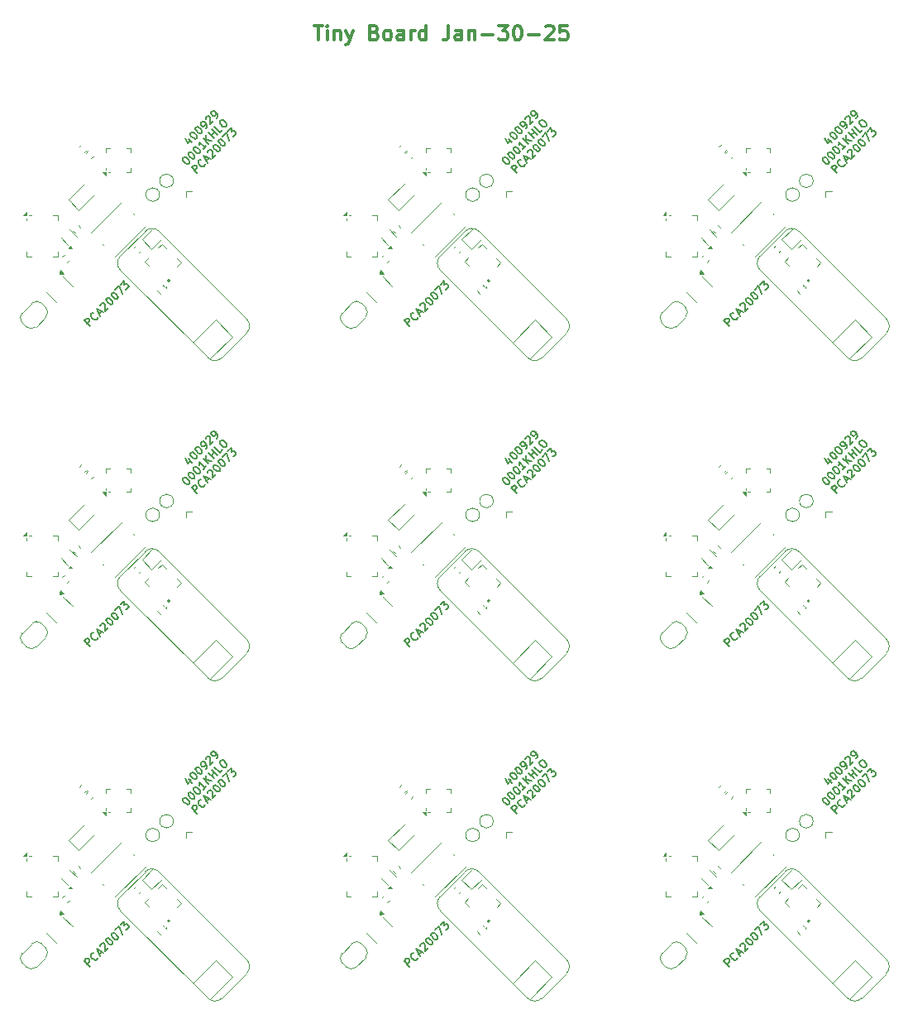
<source format=gto>
%TF.GenerationSoftware,KiCad,Pcbnew,9.0.0-rc2-3baa6cd791~182~ubuntu24.04.1*%
%TF.CreationDate,2025-01-30T23:50:26-05:00*%
%TF.ProjectId,PCA20073_nRF54L15_Tiny_Board,50434132-3030-4373-935f-6e524635344c,rev?*%
%TF.SameCoordinates,Original*%
%TF.FileFunction,Legend,Top*%
%TF.FilePolarity,Positive*%
%FSLAX46Y46*%
G04 Gerber Fmt 4.6, Leading zero omitted, Abs format (unit mm)*
G04 Created by KiCad (PCBNEW 9.0.0-rc2-3baa6cd791~182~ubuntu24.04.1) date 2025-01-30 23:50:26*
%MOMM*%
%LPD*%
G01*
G04 APERTURE LIST*
%ADD10C,0.100000*%
%ADD11C,0.200000*%
%ADD12C,0.300000*%
%ADD13C,0.120000*%
G04 APERTURE END LIST*
D10*
X150904164Y-77981363D02*
G75*
G02*
X152318377Y-77981362I707107J-707107D01*
G01*
X118155427Y-45232626D02*
G75*
G02*
X119569640Y-45232625I707107J-707107D01*
G01*
X128549896Y-88375833D02*
X126004312Y-90921417D01*
X194047370Y-86961619D02*
G75*
G02*
X194047344Y-88375807I-707070J-707081D01*
G01*
X181107316Y-114689898D02*
G75*
G02*
X181107324Y-113275694I707084J707098D01*
G01*
X191501786Y-58172680D02*
G75*
G02*
X190087572Y-58172680I-707107J707105D01*
G01*
X181107316Y-47778211D02*
X183652901Y-45232626D01*
X115609842Y-114689898D02*
G75*
G02*
X115609850Y-113275694I707058J707098D01*
G01*
X126004312Y-58172680D02*
G75*
G02*
X124590098Y-58172680I-707107J707105D01*
G01*
X161298633Y-86961619D02*
G75*
G02*
X161298607Y-88375807I-707133J-707081D01*
G01*
X183652901Y-45232626D02*
G75*
G02*
X185067114Y-45232625I707107J-707107D01*
G01*
X128549896Y-55627096D02*
X126004312Y-58172680D01*
X194047370Y-54212882D02*
X185067114Y-45232626D01*
X115609842Y-113275685D02*
X118155427Y-110730100D01*
X161298633Y-119710356D02*
G75*
G02*
X161298670Y-121124607I-707133J-707144D01*
G01*
X158753049Y-58172680D02*
G75*
G02*
X157338835Y-58172680I-707107J707105D01*
G01*
X115609842Y-81941161D02*
X124590098Y-90921417D01*
X183652901Y-77981363D02*
G75*
G02*
X185067114Y-77981362I707107J-707107D01*
G01*
X191501786Y-123670154D02*
G75*
G02*
X190087572Y-123670154I-707107J707105D01*
G01*
X115609842Y-47778211D02*
X118155427Y-45232626D01*
X128549896Y-86961619D02*
G75*
G02*
X128549870Y-88375807I-707096J-707081D01*
G01*
X181107316Y-81941161D02*
G75*
G02*
X181107361Y-80526994I707084J707061D01*
G01*
X148358579Y-47778211D02*
X150904164Y-45232626D01*
X128549896Y-119710356D02*
G75*
G02*
X128549933Y-121124607I-707096J-707144D01*
G01*
X128549896Y-86961619D02*
X119569640Y-77981363D01*
X158753049Y-90921417D02*
G75*
G02*
X157338835Y-90921417I-707107J707105D01*
G01*
X181107316Y-49192424D02*
G75*
G02*
X181107298Y-47778193I707084J707124D01*
G01*
X161298633Y-54212882D02*
G75*
G02*
X161298644Y-55627107I-707133J-707118D01*
G01*
X181107316Y-113275685D02*
X183652901Y-110730100D01*
X128549896Y-121124570D02*
X126004312Y-123670154D01*
X128549896Y-54212882D02*
G75*
G02*
X128549907Y-55627107I-707096J-707118D01*
G01*
X183652901Y-110730100D02*
G75*
G02*
X185067114Y-110730099I707107J-707107D01*
G01*
X161298633Y-86961619D02*
X152318377Y-77981363D01*
X115609842Y-49192424D02*
X124590098Y-58172680D01*
X194047370Y-54212882D02*
G75*
G02*
X194047381Y-55627107I-707070J-707118D01*
G01*
X158753049Y-123670154D02*
G75*
G02*
X157338835Y-123670154I-707107J707105D01*
G01*
X148358579Y-113275685D02*
X150904164Y-110730100D01*
X148358579Y-49192424D02*
X157338835Y-58172680D01*
X148358579Y-49192424D02*
G75*
G02*
X148358561Y-47778194I707121J707124D01*
G01*
X118155427Y-77981363D02*
G75*
G02*
X119569640Y-77981362I707107J-707107D01*
G01*
X150904164Y-45232626D02*
G75*
G02*
X152318377Y-45232625I707107J-707107D01*
G01*
X181107316Y-114689898D02*
X190087572Y-123670154D01*
X161298633Y-55627096D02*
X158753049Y-58172680D01*
X194047370Y-86961619D02*
X185067114Y-77981363D01*
X161298633Y-119710356D02*
X152318377Y-110730100D01*
X126004312Y-90921417D02*
G75*
G02*
X124590098Y-90921417I-707107J707105D01*
G01*
X148358579Y-80526948D02*
X150904164Y-77981363D01*
X148358579Y-114689898D02*
G75*
G02*
X148358587Y-113275693I707121J707098D01*
G01*
X148358579Y-81941161D02*
X157338835Y-90921417D01*
X194047370Y-119710356D02*
G75*
G02*
X194047407Y-121124607I-707070J-707144D01*
G01*
X161298633Y-121124570D02*
X158753049Y-123670154D01*
X126004312Y-123670154D02*
G75*
G02*
X124590098Y-123670154I-707107J707105D01*
G01*
X194047370Y-55627096D02*
X191501786Y-58172680D01*
X161298633Y-88375833D02*
X158753049Y-90921417D01*
X150904164Y-110730100D02*
G75*
G02*
X152318377Y-110730099I707107J-707107D01*
G01*
X115609842Y-49192424D02*
G75*
G02*
X115609824Y-47778193I707058J707124D01*
G01*
X194047370Y-121124570D02*
X191501786Y-123670154D01*
X194047370Y-88375833D02*
X191501786Y-90921417D01*
X148358579Y-114689898D02*
X157338835Y-123670154D01*
X148358579Y-81941161D02*
G75*
G02*
X148358624Y-80526994I707121J707061D01*
G01*
X191501786Y-90921417D02*
G75*
G02*
X190087572Y-90921417I-707107J707105D01*
G01*
X161298633Y-54212882D02*
X152318377Y-45232626D01*
X181107316Y-81941161D02*
X190087572Y-90921417D01*
X128549896Y-54212882D02*
X119569640Y-45232626D01*
X115609842Y-80526948D02*
X118155427Y-77981363D01*
X115609842Y-81941161D02*
G75*
G02*
X115609887Y-80526994I707058J707061D01*
G01*
X115609842Y-114689898D02*
X124590098Y-123670154D01*
X128549896Y-119710356D02*
X119569640Y-110730100D01*
X194047370Y-119710356D02*
X185067114Y-110730100D01*
X181107316Y-49192424D02*
X190087572Y-58172680D01*
X181107316Y-80526948D02*
X183652901Y-77981363D01*
X118155427Y-110730100D02*
G75*
G02*
X119569640Y-110730099I707107J-707107D01*
G01*
D11*
X112485667Y-120444079D02*
X111919982Y-119878393D01*
X111919982Y-119878393D02*
X112135481Y-119662894D01*
X112135481Y-119662894D02*
X112216293Y-119635957D01*
X112216293Y-119635957D02*
X112270168Y-119635957D01*
X112270168Y-119635957D02*
X112350980Y-119662894D01*
X112350980Y-119662894D02*
X112431792Y-119743706D01*
X112431792Y-119743706D02*
X112458730Y-119824519D01*
X112458730Y-119824519D02*
X112458730Y-119878393D01*
X112458730Y-119878393D02*
X112431792Y-119959206D01*
X112431792Y-119959206D02*
X112216293Y-120174705D01*
X113320727Y-119501270D02*
X113320727Y-119555145D01*
X113320727Y-119555145D02*
X113266852Y-119662894D01*
X113266852Y-119662894D02*
X113212977Y-119716769D01*
X113212977Y-119716769D02*
X113105227Y-119770644D01*
X113105227Y-119770644D02*
X112997478Y-119770644D01*
X112997478Y-119770644D02*
X112916666Y-119743706D01*
X112916666Y-119743706D02*
X112781979Y-119662894D01*
X112781979Y-119662894D02*
X112701166Y-119582082D01*
X112701166Y-119582082D02*
X112620354Y-119447395D01*
X112620354Y-119447395D02*
X112593417Y-119366583D01*
X112593417Y-119366583D02*
X112593417Y-119258833D01*
X112593417Y-119258833D02*
X112647292Y-119151083D01*
X112647292Y-119151083D02*
X112701166Y-119097209D01*
X112701166Y-119097209D02*
X112808916Y-119043334D01*
X112808916Y-119043334D02*
X112862791Y-119043334D01*
X113428476Y-119178021D02*
X113697850Y-118908647D01*
X113536226Y-119393520D02*
X113159102Y-118639273D01*
X113159102Y-118639273D02*
X113913349Y-119016396D01*
X113563163Y-118342962D02*
X113563163Y-118289087D01*
X113563163Y-118289087D02*
X113590100Y-118208275D01*
X113590100Y-118208275D02*
X113724787Y-118073588D01*
X113724787Y-118073588D02*
X113805600Y-118046650D01*
X113805600Y-118046650D02*
X113859474Y-118046650D01*
X113859474Y-118046650D02*
X113940287Y-118073588D01*
X113940287Y-118073588D02*
X113994161Y-118127462D01*
X113994161Y-118127462D02*
X114048036Y-118235212D01*
X114048036Y-118235212D02*
X114048036Y-118881710D01*
X114048036Y-118881710D02*
X114398222Y-118531523D01*
X114182723Y-117615652D02*
X114236598Y-117561777D01*
X114236598Y-117561777D02*
X114317410Y-117534839D01*
X114317410Y-117534839D02*
X114371285Y-117534839D01*
X114371285Y-117534839D02*
X114452097Y-117561777D01*
X114452097Y-117561777D02*
X114586784Y-117642589D01*
X114586784Y-117642589D02*
X114721471Y-117777276D01*
X114721471Y-117777276D02*
X114802284Y-117911963D01*
X114802284Y-117911963D02*
X114829221Y-117992775D01*
X114829221Y-117992775D02*
X114829221Y-118046650D01*
X114829221Y-118046650D02*
X114802284Y-118127462D01*
X114802284Y-118127462D02*
X114748409Y-118181337D01*
X114748409Y-118181337D02*
X114667597Y-118208274D01*
X114667597Y-118208274D02*
X114613722Y-118208274D01*
X114613722Y-118208274D02*
X114532910Y-118181337D01*
X114532910Y-118181337D02*
X114398223Y-118100525D01*
X114398223Y-118100525D02*
X114263536Y-117965838D01*
X114263536Y-117965838D02*
X114182723Y-117831151D01*
X114182723Y-117831151D02*
X114155786Y-117750339D01*
X114155786Y-117750339D02*
X114155786Y-117696464D01*
X114155786Y-117696464D02*
X114182723Y-117615652D01*
X114721472Y-117076903D02*
X114775346Y-117023029D01*
X114775346Y-117023029D02*
X114856159Y-116996091D01*
X114856159Y-116996091D02*
X114910033Y-116996091D01*
X114910033Y-116996091D02*
X114990846Y-117023029D01*
X114990846Y-117023029D02*
X115125533Y-117103841D01*
X115125533Y-117103841D02*
X115260220Y-117238528D01*
X115260220Y-117238528D02*
X115341032Y-117373215D01*
X115341032Y-117373215D02*
X115367969Y-117454027D01*
X115367969Y-117454027D02*
X115367969Y-117507902D01*
X115367969Y-117507902D02*
X115341032Y-117588714D01*
X115341032Y-117588714D02*
X115287157Y-117642589D01*
X115287157Y-117642589D02*
X115206345Y-117669526D01*
X115206345Y-117669526D02*
X115152470Y-117669526D01*
X115152470Y-117669526D02*
X115071658Y-117642589D01*
X115071658Y-117642589D02*
X114936971Y-117561777D01*
X114936971Y-117561777D02*
X114802284Y-117427090D01*
X114802284Y-117427090D02*
X114721472Y-117292403D01*
X114721472Y-117292403D02*
X114694534Y-117211590D01*
X114694534Y-117211590D02*
X114694534Y-117157716D01*
X114694534Y-117157716D02*
X114721472Y-117076903D01*
X115098595Y-116699780D02*
X115475719Y-116322656D01*
X115475719Y-116322656D02*
X115798968Y-117130778D01*
X115637344Y-116161031D02*
X115987530Y-115810845D01*
X115987530Y-115810845D02*
X116014467Y-116214906D01*
X116014467Y-116214906D02*
X116095279Y-116134094D01*
X116095279Y-116134094D02*
X116176092Y-116107157D01*
X116176092Y-116107157D02*
X116229966Y-116107157D01*
X116229966Y-116107157D02*
X116310779Y-116134094D01*
X116310779Y-116134094D02*
X116445466Y-116268781D01*
X116445466Y-116268781D02*
X116472403Y-116349593D01*
X116472403Y-116349593D02*
X116472403Y-116403468D01*
X116472403Y-116403468D02*
X116445466Y-116484280D01*
X116445466Y-116484280D02*
X116283841Y-116645905D01*
X116283841Y-116645905D02*
X116203029Y-116672842D01*
X116203029Y-116672842D02*
X116149154Y-116672842D01*
X145234404Y-54946605D02*
X144668719Y-54380919D01*
X144668719Y-54380919D02*
X144884218Y-54165420D01*
X144884218Y-54165420D02*
X144965030Y-54138483D01*
X144965030Y-54138483D02*
X145018905Y-54138483D01*
X145018905Y-54138483D02*
X145099717Y-54165420D01*
X145099717Y-54165420D02*
X145180529Y-54246232D01*
X145180529Y-54246232D02*
X145207467Y-54327045D01*
X145207467Y-54327045D02*
X145207467Y-54380919D01*
X145207467Y-54380919D02*
X145180529Y-54461732D01*
X145180529Y-54461732D02*
X144965030Y-54677231D01*
X146069464Y-54003796D02*
X146069464Y-54057671D01*
X146069464Y-54057671D02*
X146015589Y-54165420D01*
X146015589Y-54165420D02*
X145961714Y-54219295D01*
X145961714Y-54219295D02*
X145853964Y-54273170D01*
X145853964Y-54273170D02*
X145746215Y-54273170D01*
X145746215Y-54273170D02*
X145665403Y-54246232D01*
X145665403Y-54246232D02*
X145530716Y-54165420D01*
X145530716Y-54165420D02*
X145449903Y-54084608D01*
X145449903Y-54084608D02*
X145369091Y-53949921D01*
X145369091Y-53949921D02*
X145342154Y-53869109D01*
X145342154Y-53869109D02*
X145342154Y-53761359D01*
X145342154Y-53761359D02*
X145396029Y-53653609D01*
X145396029Y-53653609D02*
X145449903Y-53599735D01*
X145449903Y-53599735D02*
X145557653Y-53545860D01*
X145557653Y-53545860D02*
X145611528Y-53545860D01*
X146177213Y-53680547D02*
X146446587Y-53411173D01*
X146284963Y-53896046D02*
X145907839Y-53141799D01*
X145907839Y-53141799D02*
X146662086Y-53518922D01*
X146311900Y-52845488D02*
X146311900Y-52791613D01*
X146311900Y-52791613D02*
X146338837Y-52710801D01*
X146338837Y-52710801D02*
X146473524Y-52576114D01*
X146473524Y-52576114D02*
X146554337Y-52549176D01*
X146554337Y-52549176D02*
X146608211Y-52549176D01*
X146608211Y-52549176D02*
X146689024Y-52576114D01*
X146689024Y-52576114D02*
X146742898Y-52629988D01*
X146742898Y-52629988D02*
X146796773Y-52737738D01*
X146796773Y-52737738D02*
X146796773Y-53384236D01*
X146796773Y-53384236D02*
X147146959Y-53034049D01*
X146931460Y-52118178D02*
X146985335Y-52064303D01*
X146985335Y-52064303D02*
X147066147Y-52037365D01*
X147066147Y-52037365D02*
X147120022Y-52037365D01*
X147120022Y-52037365D02*
X147200834Y-52064303D01*
X147200834Y-52064303D02*
X147335521Y-52145115D01*
X147335521Y-52145115D02*
X147470208Y-52279802D01*
X147470208Y-52279802D02*
X147551021Y-52414489D01*
X147551021Y-52414489D02*
X147577958Y-52495301D01*
X147577958Y-52495301D02*
X147577958Y-52549176D01*
X147577958Y-52549176D02*
X147551021Y-52629988D01*
X147551021Y-52629988D02*
X147497146Y-52683863D01*
X147497146Y-52683863D02*
X147416334Y-52710800D01*
X147416334Y-52710800D02*
X147362459Y-52710800D01*
X147362459Y-52710800D02*
X147281647Y-52683863D01*
X147281647Y-52683863D02*
X147146960Y-52603051D01*
X147146960Y-52603051D02*
X147012273Y-52468364D01*
X147012273Y-52468364D02*
X146931460Y-52333677D01*
X146931460Y-52333677D02*
X146904523Y-52252865D01*
X146904523Y-52252865D02*
X146904523Y-52198990D01*
X146904523Y-52198990D02*
X146931460Y-52118178D01*
X147470209Y-51579429D02*
X147524083Y-51525555D01*
X147524083Y-51525555D02*
X147604896Y-51498617D01*
X147604896Y-51498617D02*
X147658770Y-51498617D01*
X147658770Y-51498617D02*
X147739583Y-51525555D01*
X147739583Y-51525555D02*
X147874270Y-51606367D01*
X147874270Y-51606367D02*
X148008957Y-51741054D01*
X148008957Y-51741054D02*
X148089769Y-51875741D01*
X148089769Y-51875741D02*
X148116706Y-51956553D01*
X148116706Y-51956553D02*
X148116706Y-52010428D01*
X148116706Y-52010428D02*
X148089769Y-52091240D01*
X148089769Y-52091240D02*
X148035894Y-52145115D01*
X148035894Y-52145115D02*
X147955082Y-52172052D01*
X147955082Y-52172052D02*
X147901207Y-52172052D01*
X147901207Y-52172052D02*
X147820395Y-52145115D01*
X147820395Y-52145115D02*
X147685708Y-52064303D01*
X147685708Y-52064303D02*
X147551021Y-51929616D01*
X147551021Y-51929616D02*
X147470209Y-51794929D01*
X147470209Y-51794929D02*
X147443271Y-51714116D01*
X147443271Y-51714116D02*
X147443271Y-51660242D01*
X147443271Y-51660242D02*
X147470209Y-51579429D01*
X147847332Y-51202306D02*
X148224456Y-50825182D01*
X148224456Y-50825182D02*
X148547705Y-51633304D01*
X148386081Y-50663557D02*
X148736267Y-50313371D01*
X148736267Y-50313371D02*
X148763204Y-50717432D01*
X148763204Y-50717432D02*
X148844016Y-50636620D01*
X148844016Y-50636620D02*
X148924829Y-50609683D01*
X148924829Y-50609683D02*
X148978703Y-50609683D01*
X148978703Y-50609683D02*
X149059516Y-50636620D01*
X149059516Y-50636620D02*
X149194203Y-50771307D01*
X149194203Y-50771307D02*
X149221140Y-50852119D01*
X149221140Y-50852119D02*
X149221140Y-50905994D01*
X149221140Y-50905994D02*
X149194203Y-50986806D01*
X149194203Y-50986806D02*
X149032578Y-51148431D01*
X149032578Y-51148431D02*
X148951766Y-51175368D01*
X148951766Y-51175368D02*
X148897891Y-51175368D01*
X112485667Y-54946605D02*
X111919982Y-54380919D01*
X111919982Y-54380919D02*
X112135481Y-54165420D01*
X112135481Y-54165420D02*
X112216293Y-54138483D01*
X112216293Y-54138483D02*
X112270168Y-54138483D01*
X112270168Y-54138483D02*
X112350980Y-54165420D01*
X112350980Y-54165420D02*
X112431792Y-54246232D01*
X112431792Y-54246232D02*
X112458730Y-54327045D01*
X112458730Y-54327045D02*
X112458730Y-54380919D01*
X112458730Y-54380919D02*
X112431792Y-54461732D01*
X112431792Y-54461732D02*
X112216293Y-54677231D01*
X113320727Y-54003796D02*
X113320727Y-54057671D01*
X113320727Y-54057671D02*
X113266852Y-54165420D01*
X113266852Y-54165420D02*
X113212977Y-54219295D01*
X113212977Y-54219295D02*
X113105227Y-54273170D01*
X113105227Y-54273170D02*
X112997478Y-54273170D01*
X112997478Y-54273170D02*
X112916666Y-54246232D01*
X112916666Y-54246232D02*
X112781979Y-54165420D01*
X112781979Y-54165420D02*
X112701166Y-54084608D01*
X112701166Y-54084608D02*
X112620354Y-53949921D01*
X112620354Y-53949921D02*
X112593417Y-53869109D01*
X112593417Y-53869109D02*
X112593417Y-53761359D01*
X112593417Y-53761359D02*
X112647292Y-53653609D01*
X112647292Y-53653609D02*
X112701166Y-53599735D01*
X112701166Y-53599735D02*
X112808916Y-53545860D01*
X112808916Y-53545860D02*
X112862791Y-53545860D01*
X113428476Y-53680547D02*
X113697850Y-53411173D01*
X113536226Y-53896046D02*
X113159102Y-53141799D01*
X113159102Y-53141799D02*
X113913349Y-53518922D01*
X113563163Y-52845488D02*
X113563163Y-52791613D01*
X113563163Y-52791613D02*
X113590100Y-52710801D01*
X113590100Y-52710801D02*
X113724787Y-52576114D01*
X113724787Y-52576114D02*
X113805600Y-52549176D01*
X113805600Y-52549176D02*
X113859474Y-52549176D01*
X113859474Y-52549176D02*
X113940287Y-52576114D01*
X113940287Y-52576114D02*
X113994161Y-52629988D01*
X113994161Y-52629988D02*
X114048036Y-52737738D01*
X114048036Y-52737738D02*
X114048036Y-53384236D01*
X114048036Y-53384236D02*
X114398222Y-53034049D01*
X114182723Y-52118178D02*
X114236598Y-52064303D01*
X114236598Y-52064303D02*
X114317410Y-52037365D01*
X114317410Y-52037365D02*
X114371285Y-52037365D01*
X114371285Y-52037365D02*
X114452097Y-52064303D01*
X114452097Y-52064303D02*
X114586784Y-52145115D01*
X114586784Y-52145115D02*
X114721471Y-52279802D01*
X114721471Y-52279802D02*
X114802284Y-52414489D01*
X114802284Y-52414489D02*
X114829221Y-52495301D01*
X114829221Y-52495301D02*
X114829221Y-52549176D01*
X114829221Y-52549176D02*
X114802284Y-52629988D01*
X114802284Y-52629988D02*
X114748409Y-52683863D01*
X114748409Y-52683863D02*
X114667597Y-52710800D01*
X114667597Y-52710800D02*
X114613722Y-52710800D01*
X114613722Y-52710800D02*
X114532910Y-52683863D01*
X114532910Y-52683863D02*
X114398223Y-52603051D01*
X114398223Y-52603051D02*
X114263536Y-52468364D01*
X114263536Y-52468364D02*
X114182723Y-52333677D01*
X114182723Y-52333677D02*
X114155786Y-52252865D01*
X114155786Y-52252865D02*
X114155786Y-52198990D01*
X114155786Y-52198990D02*
X114182723Y-52118178D01*
X114721472Y-51579429D02*
X114775346Y-51525555D01*
X114775346Y-51525555D02*
X114856159Y-51498617D01*
X114856159Y-51498617D02*
X114910033Y-51498617D01*
X114910033Y-51498617D02*
X114990846Y-51525555D01*
X114990846Y-51525555D02*
X115125533Y-51606367D01*
X115125533Y-51606367D02*
X115260220Y-51741054D01*
X115260220Y-51741054D02*
X115341032Y-51875741D01*
X115341032Y-51875741D02*
X115367969Y-51956553D01*
X115367969Y-51956553D02*
X115367969Y-52010428D01*
X115367969Y-52010428D02*
X115341032Y-52091240D01*
X115341032Y-52091240D02*
X115287157Y-52145115D01*
X115287157Y-52145115D02*
X115206345Y-52172052D01*
X115206345Y-52172052D02*
X115152470Y-52172052D01*
X115152470Y-52172052D02*
X115071658Y-52145115D01*
X115071658Y-52145115D02*
X114936971Y-52064303D01*
X114936971Y-52064303D02*
X114802284Y-51929616D01*
X114802284Y-51929616D02*
X114721472Y-51794929D01*
X114721472Y-51794929D02*
X114694534Y-51714116D01*
X114694534Y-51714116D02*
X114694534Y-51660242D01*
X114694534Y-51660242D02*
X114721472Y-51579429D01*
X115098595Y-51202306D02*
X115475719Y-50825182D01*
X115475719Y-50825182D02*
X115798968Y-51633304D01*
X115637344Y-50663557D02*
X115987530Y-50313371D01*
X115987530Y-50313371D02*
X116014467Y-50717432D01*
X116014467Y-50717432D02*
X116095279Y-50636620D01*
X116095279Y-50636620D02*
X116176092Y-50609683D01*
X116176092Y-50609683D02*
X116229966Y-50609683D01*
X116229966Y-50609683D02*
X116310779Y-50636620D01*
X116310779Y-50636620D02*
X116445466Y-50771307D01*
X116445466Y-50771307D02*
X116472403Y-50852119D01*
X116472403Y-50852119D02*
X116472403Y-50905994D01*
X116472403Y-50905994D02*
X116445466Y-50986806D01*
X116445466Y-50986806D02*
X116283841Y-51148431D01*
X116283841Y-51148431D02*
X116203029Y-51175368D01*
X116203029Y-51175368D02*
X116149154Y-51175368D01*
X122588089Y-101260583D02*
X122965212Y-101637707D01*
X122237902Y-101179771D02*
X122507276Y-101718519D01*
X122507276Y-101718519D02*
X122857463Y-101368333D01*
X122803588Y-100667960D02*
X122857463Y-100614085D01*
X122857463Y-100614085D02*
X122938275Y-100587148D01*
X122938275Y-100587148D02*
X122992150Y-100587148D01*
X122992150Y-100587148D02*
X123072962Y-100614085D01*
X123072962Y-100614085D02*
X123207649Y-100694897D01*
X123207649Y-100694897D02*
X123342336Y-100829584D01*
X123342336Y-100829584D02*
X123423148Y-100964271D01*
X123423148Y-100964271D02*
X123450086Y-101045084D01*
X123450086Y-101045084D02*
X123450086Y-101098958D01*
X123450086Y-101098958D02*
X123423148Y-101179771D01*
X123423148Y-101179771D02*
X123369273Y-101233645D01*
X123369273Y-101233645D02*
X123288461Y-101260583D01*
X123288461Y-101260583D02*
X123234586Y-101260583D01*
X123234586Y-101260583D02*
X123153774Y-101233645D01*
X123153774Y-101233645D02*
X123019087Y-101152833D01*
X123019087Y-101152833D02*
X122884400Y-101018146D01*
X122884400Y-101018146D02*
X122803588Y-100883459D01*
X122803588Y-100883459D02*
X122776651Y-100802647D01*
X122776651Y-100802647D02*
X122776651Y-100748772D01*
X122776651Y-100748772D02*
X122803588Y-100667960D01*
X123342336Y-100129212D02*
X123396211Y-100075337D01*
X123396211Y-100075337D02*
X123477023Y-100048400D01*
X123477023Y-100048400D02*
X123530898Y-100048400D01*
X123530898Y-100048400D02*
X123611710Y-100075337D01*
X123611710Y-100075337D02*
X123746397Y-100156149D01*
X123746397Y-100156149D02*
X123881084Y-100290836D01*
X123881084Y-100290836D02*
X123961896Y-100425523D01*
X123961896Y-100425523D02*
X123988834Y-100506335D01*
X123988834Y-100506335D02*
X123988834Y-100560210D01*
X123988834Y-100560210D02*
X123961896Y-100641022D01*
X123961896Y-100641022D02*
X123908022Y-100694897D01*
X123908022Y-100694897D02*
X123827209Y-100721835D01*
X123827209Y-100721835D02*
X123773335Y-100721835D01*
X123773335Y-100721835D02*
X123692522Y-100694897D01*
X123692522Y-100694897D02*
X123557835Y-100614085D01*
X123557835Y-100614085D02*
X123423148Y-100479398D01*
X123423148Y-100479398D02*
X123342336Y-100344711D01*
X123342336Y-100344711D02*
X123315399Y-100263899D01*
X123315399Y-100263899D02*
X123315399Y-100210024D01*
X123315399Y-100210024D02*
X123342336Y-100129212D01*
X124365958Y-100236961D02*
X124473707Y-100129212D01*
X124473707Y-100129212D02*
X124500645Y-100048399D01*
X124500645Y-100048399D02*
X124500645Y-99994525D01*
X124500645Y-99994525D02*
X124473707Y-99859838D01*
X124473707Y-99859838D02*
X124392895Y-99725151D01*
X124392895Y-99725151D02*
X124177396Y-99509651D01*
X124177396Y-99509651D02*
X124096584Y-99482714D01*
X124096584Y-99482714D02*
X124042709Y-99482714D01*
X124042709Y-99482714D02*
X123961897Y-99509651D01*
X123961897Y-99509651D02*
X123854147Y-99617401D01*
X123854147Y-99617401D02*
X123827210Y-99698213D01*
X123827210Y-99698213D02*
X123827210Y-99752088D01*
X123827210Y-99752088D02*
X123854147Y-99832900D01*
X123854147Y-99832900D02*
X123988834Y-99967587D01*
X123988834Y-99967587D02*
X124069646Y-99994525D01*
X124069646Y-99994525D02*
X124123521Y-99994525D01*
X124123521Y-99994525D02*
X124204333Y-99967587D01*
X124204333Y-99967587D02*
X124312083Y-99859838D01*
X124312083Y-99859838D02*
X124339020Y-99779025D01*
X124339020Y-99779025D02*
X124339020Y-99725151D01*
X124339020Y-99725151D02*
X124312083Y-99644338D01*
X124339020Y-99240277D02*
X124339020Y-99186402D01*
X124339020Y-99186402D02*
X124365958Y-99105590D01*
X124365958Y-99105590D02*
X124500645Y-98970903D01*
X124500645Y-98970903D02*
X124581457Y-98943966D01*
X124581457Y-98943966D02*
X124635332Y-98943966D01*
X124635332Y-98943966D02*
X124716144Y-98970903D01*
X124716144Y-98970903D02*
X124770019Y-99024778D01*
X124770019Y-99024778D02*
X124823894Y-99132528D01*
X124823894Y-99132528D02*
X124823894Y-99779025D01*
X124823894Y-99779025D02*
X125174080Y-99428839D01*
X125443454Y-99159465D02*
X125551204Y-99051715D01*
X125551204Y-99051715D02*
X125578141Y-98970903D01*
X125578141Y-98970903D02*
X125578141Y-98917028D01*
X125578141Y-98917028D02*
X125551204Y-98782341D01*
X125551204Y-98782341D02*
X125470391Y-98647654D01*
X125470391Y-98647654D02*
X125254892Y-98432155D01*
X125254892Y-98432155D02*
X125174080Y-98405218D01*
X125174080Y-98405218D02*
X125120205Y-98405218D01*
X125120205Y-98405218D02*
X125039393Y-98432155D01*
X125039393Y-98432155D02*
X124931643Y-98539905D01*
X124931643Y-98539905D02*
X124904706Y-98620717D01*
X124904706Y-98620717D02*
X124904706Y-98674592D01*
X124904706Y-98674592D02*
X124931643Y-98755404D01*
X124931643Y-98755404D02*
X125066330Y-98890091D01*
X125066330Y-98890091D02*
X125147143Y-98917028D01*
X125147143Y-98917028D02*
X125201017Y-98917028D01*
X125201017Y-98917028D02*
X125281830Y-98890091D01*
X125281830Y-98890091D02*
X125389579Y-98782341D01*
X125389579Y-98782341D02*
X125416517Y-98701529D01*
X125416517Y-98701529D02*
X125416517Y-98647654D01*
X125416517Y-98647654D02*
X125389579Y-98566842D01*
X122044192Y-103248800D02*
X122098066Y-103194926D01*
X122098066Y-103194926D02*
X122178879Y-103167988D01*
X122178879Y-103167988D02*
X122232753Y-103167988D01*
X122232753Y-103167988D02*
X122313566Y-103194926D01*
X122313566Y-103194926D02*
X122448253Y-103275738D01*
X122448253Y-103275738D02*
X122582940Y-103410425D01*
X122582940Y-103410425D02*
X122663752Y-103545112D01*
X122663752Y-103545112D02*
X122690689Y-103625924D01*
X122690689Y-103625924D02*
X122690689Y-103679799D01*
X122690689Y-103679799D02*
X122663752Y-103760611D01*
X122663752Y-103760611D02*
X122609877Y-103814486D01*
X122609877Y-103814486D02*
X122529065Y-103841423D01*
X122529065Y-103841423D02*
X122475190Y-103841423D01*
X122475190Y-103841423D02*
X122394378Y-103814486D01*
X122394378Y-103814486D02*
X122259691Y-103733674D01*
X122259691Y-103733674D02*
X122125004Y-103598987D01*
X122125004Y-103598987D02*
X122044192Y-103464300D01*
X122044192Y-103464300D02*
X122017254Y-103383487D01*
X122017254Y-103383487D02*
X122017254Y-103329613D01*
X122017254Y-103329613D02*
X122044192Y-103248800D01*
X122582940Y-102710052D02*
X122636815Y-102656177D01*
X122636815Y-102656177D02*
X122717627Y-102629240D01*
X122717627Y-102629240D02*
X122771502Y-102629240D01*
X122771502Y-102629240D02*
X122852314Y-102656177D01*
X122852314Y-102656177D02*
X122987001Y-102736990D01*
X122987001Y-102736990D02*
X123121688Y-102871677D01*
X123121688Y-102871677D02*
X123202500Y-103006364D01*
X123202500Y-103006364D02*
X123229437Y-103087176D01*
X123229437Y-103087176D02*
X123229437Y-103141051D01*
X123229437Y-103141051D02*
X123202500Y-103221863D01*
X123202500Y-103221863D02*
X123148625Y-103275738D01*
X123148625Y-103275738D02*
X123067813Y-103302675D01*
X123067813Y-103302675D02*
X123013938Y-103302675D01*
X123013938Y-103302675D02*
X122933126Y-103275738D01*
X122933126Y-103275738D02*
X122798439Y-103194925D01*
X122798439Y-103194925D02*
X122663752Y-103060238D01*
X122663752Y-103060238D02*
X122582940Y-102925551D01*
X122582940Y-102925551D02*
X122556002Y-102844739D01*
X122556002Y-102844739D02*
X122556002Y-102790864D01*
X122556002Y-102790864D02*
X122582940Y-102710052D01*
X123121688Y-102171304D02*
X123175563Y-102117429D01*
X123175563Y-102117429D02*
X123256375Y-102090492D01*
X123256375Y-102090492D02*
X123310250Y-102090492D01*
X123310250Y-102090492D02*
X123391062Y-102117429D01*
X123391062Y-102117429D02*
X123525749Y-102198241D01*
X123525749Y-102198241D02*
X123660436Y-102332928D01*
X123660436Y-102332928D02*
X123741248Y-102467615D01*
X123741248Y-102467615D02*
X123768186Y-102548428D01*
X123768186Y-102548428D02*
X123768186Y-102602302D01*
X123768186Y-102602302D02*
X123741248Y-102683115D01*
X123741248Y-102683115D02*
X123687373Y-102736989D01*
X123687373Y-102736989D02*
X123606561Y-102763927D01*
X123606561Y-102763927D02*
X123552686Y-102763927D01*
X123552686Y-102763927D02*
X123471874Y-102736989D01*
X123471874Y-102736989D02*
X123337187Y-102656177D01*
X123337187Y-102656177D02*
X123202500Y-102521490D01*
X123202500Y-102521490D02*
X123121688Y-102386803D01*
X123121688Y-102386803D02*
X123094751Y-102305991D01*
X123094751Y-102305991D02*
X123094751Y-102252116D01*
X123094751Y-102252116D02*
X123121688Y-102171304D01*
X124414683Y-102009679D02*
X124091435Y-102332928D01*
X124253059Y-102171304D02*
X123687374Y-101605618D01*
X123687374Y-101605618D02*
X123714311Y-101740305D01*
X123714311Y-101740305D02*
X123714311Y-101848055D01*
X123714311Y-101848055D02*
X123687374Y-101928867D01*
X124657120Y-101767243D02*
X124091435Y-101201557D01*
X124980369Y-101443994D02*
X124414684Y-101363182D01*
X124414684Y-100878308D02*
X124414684Y-101524806D01*
X125222806Y-101201557D02*
X124657120Y-100635872D01*
X124926494Y-100905246D02*
X125249743Y-100581997D01*
X125546054Y-100878308D02*
X124980369Y-100312623D01*
X126084802Y-100339561D02*
X125815428Y-100608935D01*
X125815428Y-100608935D02*
X125249743Y-100043249D01*
X125815428Y-99477564D02*
X125923178Y-99369814D01*
X125923178Y-99369814D02*
X126003990Y-99342877D01*
X126003990Y-99342877D02*
X126111740Y-99342877D01*
X126111740Y-99342877D02*
X126246427Y-99423689D01*
X126246427Y-99423689D02*
X126434989Y-99612251D01*
X126434989Y-99612251D02*
X126515801Y-99746938D01*
X126515801Y-99746938D02*
X126515801Y-99854687D01*
X126515801Y-99854687D02*
X126488863Y-99935500D01*
X126488863Y-99935500D02*
X126381114Y-100043249D01*
X126381114Y-100043249D02*
X126300301Y-100070187D01*
X126300301Y-100070187D02*
X126192552Y-100070187D01*
X126192552Y-100070187D02*
X126057865Y-99989374D01*
X126057865Y-99989374D02*
X125869303Y-99800813D01*
X125869303Y-99800813D02*
X125788491Y-99666126D01*
X125788491Y-99666126D02*
X125788491Y-99558376D01*
X125788491Y-99558376D02*
X125815428Y-99477564D01*
X123466724Y-104779083D02*
X122901038Y-104213398D01*
X122901038Y-104213398D02*
X123116538Y-103997898D01*
X123116538Y-103997898D02*
X123197350Y-103970961D01*
X123197350Y-103970961D02*
X123251225Y-103970961D01*
X123251225Y-103970961D02*
X123332037Y-103997898D01*
X123332037Y-103997898D02*
X123412849Y-104078711D01*
X123412849Y-104078711D02*
X123439787Y-104159523D01*
X123439787Y-104159523D02*
X123439787Y-104213398D01*
X123439787Y-104213398D02*
X123412849Y-104294210D01*
X123412849Y-104294210D02*
X123197350Y-104509709D01*
X124301783Y-103836274D02*
X124301783Y-103890149D01*
X124301783Y-103890149D02*
X124247909Y-103997898D01*
X124247909Y-103997898D02*
X124194034Y-104051773D01*
X124194034Y-104051773D02*
X124086284Y-104105648D01*
X124086284Y-104105648D02*
X123978535Y-104105648D01*
X123978535Y-104105648D02*
X123897722Y-104078711D01*
X123897722Y-104078711D02*
X123763035Y-103997898D01*
X123763035Y-103997898D02*
X123682223Y-103917086D01*
X123682223Y-103917086D02*
X123601411Y-103782399D01*
X123601411Y-103782399D02*
X123574474Y-103701587D01*
X123574474Y-103701587D02*
X123574474Y-103593837D01*
X123574474Y-103593837D02*
X123628348Y-103486088D01*
X123628348Y-103486088D02*
X123682223Y-103432213D01*
X123682223Y-103432213D02*
X123789973Y-103378338D01*
X123789973Y-103378338D02*
X123843848Y-103378338D01*
X124409533Y-103513025D02*
X124678907Y-103243651D01*
X124517283Y-103728524D02*
X124140159Y-102974277D01*
X124140159Y-102974277D02*
X124894406Y-103351401D01*
X124544220Y-102677966D02*
X124544220Y-102624091D01*
X124544220Y-102624091D02*
X124571157Y-102543279D01*
X124571157Y-102543279D02*
X124705844Y-102408592D01*
X124705844Y-102408592D02*
X124786656Y-102381654D01*
X124786656Y-102381654D02*
X124840531Y-102381654D01*
X124840531Y-102381654D02*
X124921343Y-102408592D01*
X124921343Y-102408592D02*
X124975218Y-102462467D01*
X124975218Y-102462467D02*
X125029093Y-102570216D01*
X125029093Y-102570216D02*
X125029093Y-103216714D01*
X125029093Y-103216714D02*
X125379279Y-102866528D01*
X125163780Y-101950656D02*
X125217655Y-101896781D01*
X125217655Y-101896781D02*
X125298467Y-101869844D01*
X125298467Y-101869844D02*
X125352342Y-101869844D01*
X125352342Y-101869844D02*
X125433154Y-101896781D01*
X125433154Y-101896781D02*
X125567841Y-101977593D01*
X125567841Y-101977593D02*
X125702528Y-102112280D01*
X125702528Y-102112280D02*
X125783340Y-102246967D01*
X125783340Y-102246967D02*
X125810278Y-102327779D01*
X125810278Y-102327779D02*
X125810278Y-102381654D01*
X125810278Y-102381654D02*
X125783340Y-102462466D01*
X125783340Y-102462466D02*
X125729466Y-102516341D01*
X125729466Y-102516341D02*
X125648653Y-102543279D01*
X125648653Y-102543279D02*
X125594779Y-102543279D01*
X125594779Y-102543279D02*
X125513966Y-102516341D01*
X125513966Y-102516341D02*
X125379279Y-102435529D01*
X125379279Y-102435529D02*
X125244592Y-102300842D01*
X125244592Y-102300842D02*
X125163780Y-102166155D01*
X125163780Y-102166155D02*
X125136843Y-102085343D01*
X125136843Y-102085343D02*
X125136843Y-102031468D01*
X125136843Y-102031468D02*
X125163780Y-101950656D01*
X125702528Y-101411908D02*
X125756403Y-101358033D01*
X125756403Y-101358033D02*
X125837215Y-101331095D01*
X125837215Y-101331095D02*
X125891090Y-101331095D01*
X125891090Y-101331095D02*
X125971902Y-101358033D01*
X125971902Y-101358033D02*
X126106589Y-101438845D01*
X126106589Y-101438845D02*
X126241276Y-101573532D01*
X126241276Y-101573532D02*
X126322089Y-101708219D01*
X126322089Y-101708219D02*
X126349026Y-101789031D01*
X126349026Y-101789031D02*
X126349026Y-101842906D01*
X126349026Y-101842906D02*
X126322089Y-101923718D01*
X126322089Y-101923718D02*
X126268214Y-101977593D01*
X126268214Y-101977593D02*
X126187402Y-102004531D01*
X126187402Y-102004531D02*
X126133527Y-102004531D01*
X126133527Y-102004531D02*
X126052715Y-101977593D01*
X126052715Y-101977593D02*
X125918028Y-101896781D01*
X125918028Y-101896781D02*
X125783341Y-101762094D01*
X125783341Y-101762094D02*
X125702528Y-101627407D01*
X125702528Y-101627407D02*
X125675591Y-101546595D01*
X125675591Y-101546595D02*
X125675591Y-101492720D01*
X125675591Y-101492720D02*
X125702528Y-101411908D01*
X126079652Y-101034784D02*
X126456776Y-100657660D01*
X126456776Y-100657660D02*
X126780025Y-101465782D01*
X126618400Y-100496036D02*
X126968587Y-100145849D01*
X126968587Y-100145849D02*
X126995524Y-100549911D01*
X126995524Y-100549911D02*
X127076336Y-100469098D01*
X127076336Y-100469098D02*
X127157148Y-100442161D01*
X127157148Y-100442161D02*
X127211023Y-100442161D01*
X127211023Y-100442161D02*
X127291835Y-100469098D01*
X127291835Y-100469098D02*
X127426522Y-100603785D01*
X127426522Y-100603785D02*
X127453460Y-100684598D01*
X127453460Y-100684598D02*
X127453460Y-100738472D01*
X127453460Y-100738472D02*
X127426522Y-100819285D01*
X127426522Y-100819285D02*
X127264898Y-100980909D01*
X127264898Y-100980909D02*
X127184086Y-101007846D01*
X127184086Y-101007846D02*
X127130211Y-101007846D01*
X155336826Y-68511846D02*
X155713949Y-68888970D01*
X154986639Y-68431034D02*
X155256013Y-68969782D01*
X155256013Y-68969782D02*
X155606200Y-68619596D01*
X155552325Y-67919223D02*
X155606200Y-67865348D01*
X155606200Y-67865348D02*
X155687012Y-67838411D01*
X155687012Y-67838411D02*
X155740887Y-67838411D01*
X155740887Y-67838411D02*
X155821699Y-67865348D01*
X155821699Y-67865348D02*
X155956386Y-67946160D01*
X155956386Y-67946160D02*
X156091073Y-68080847D01*
X156091073Y-68080847D02*
X156171885Y-68215534D01*
X156171885Y-68215534D02*
X156198823Y-68296347D01*
X156198823Y-68296347D02*
X156198823Y-68350221D01*
X156198823Y-68350221D02*
X156171885Y-68431034D01*
X156171885Y-68431034D02*
X156118010Y-68484908D01*
X156118010Y-68484908D02*
X156037198Y-68511846D01*
X156037198Y-68511846D02*
X155983323Y-68511846D01*
X155983323Y-68511846D02*
X155902511Y-68484908D01*
X155902511Y-68484908D02*
X155767824Y-68404096D01*
X155767824Y-68404096D02*
X155633137Y-68269409D01*
X155633137Y-68269409D02*
X155552325Y-68134722D01*
X155552325Y-68134722D02*
X155525388Y-68053910D01*
X155525388Y-68053910D02*
X155525388Y-68000035D01*
X155525388Y-68000035D02*
X155552325Y-67919223D01*
X156091073Y-67380475D02*
X156144948Y-67326600D01*
X156144948Y-67326600D02*
X156225760Y-67299663D01*
X156225760Y-67299663D02*
X156279635Y-67299663D01*
X156279635Y-67299663D02*
X156360447Y-67326600D01*
X156360447Y-67326600D02*
X156495134Y-67407412D01*
X156495134Y-67407412D02*
X156629821Y-67542099D01*
X156629821Y-67542099D02*
X156710633Y-67676786D01*
X156710633Y-67676786D02*
X156737571Y-67757598D01*
X156737571Y-67757598D02*
X156737571Y-67811473D01*
X156737571Y-67811473D02*
X156710633Y-67892285D01*
X156710633Y-67892285D02*
X156656759Y-67946160D01*
X156656759Y-67946160D02*
X156575946Y-67973098D01*
X156575946Y-67973098D02*
X156522072Y-67973098D01*
X156522072Y-67973098D02*
X156441259Y-67946160D01*
X156441259Y-67946160D02*
X156306572Y-67865348D01*
X156306572Y-67865348D02*
X156171885Y-67730661D01*
X156171885Y-67730661D02*
X156091073Y-67595974D01*
X156091073Y-67595974D02*
X156064136Y-67515162D01*
X156064136Y-67515162D02*
X156064136Y-67461287D01*
X156064136Y-67461287D02*
X156091073Y-67380475D01*
X157114695Y-67488224D02*
X157222444Y-67380475D01*
X157222444Y-67380475D02*
X157249382Y-67299662D01*
X157249382Y-67299662D02*
X157249382Y-67245788D01*
X157249382Y-67245788D02*
X157222444Y-67111101D01*
X157222444Y-67111101D02*
X157141632Y-66976414D01*
X157141632Y-66976414D02*
X156926133Y-66760914D01*
X156926133Y-66760914D02*
X156845321Y-66733977D01*
X156845321Y-66733977D02*
X156791446Y-66733977D01*
X156791446Y-66733977D02*
X156710634Y-66760914D01*
X156710634Y-66760914D02*
X156602884Y-66868664D01*
X156602884Y-66868664D02*
X156575947Y-66949476D01*
X156575947Y-66949476D02*
X156575947Y-67003351D01*
X156575947Y-67003351D02*
X156602884Y-67084163D01*
X156602884Y-67084163D02*
X156737571Y-67218850D01*
X156737571Y-67218850D02*
X156818383Y-67245788D01*
X156818383Y-67245788D02*
X156872258Y-67245788D01*
X156872258Y-67245788D02*
X156953070Y-67218850D01*
X156953070Y-67218850D02*
X157060820Y-67111101D01*
X157060820Y-67111101D02*
X157087757Y-67030288D01*
X157087757Y-67030288D02*
X157087757Y-66976414D01*
X157087757Y-66976414D02*
X157060820Y-66895601D01*
X157087757Y-66491540D02*
X157087757Y-66437665D01*
X157087757Y-66437665D02*
X157114695Y-66356853D01*
X157114695Y-66356853D02*
X157249382Y-66222166D01*
X157249382Y-66222166D02*
X157330194Y-66195229D01*
X157330194Y-66195229D02*
X157384069Y-66195229D01*
X157384069Y-66195229D02*
X157464881Y-66222166D01*
X157464881Y-66222166D02*
X157518756Y-66276041D01*
X157518756Y-66276041D02*
X157572631Y-66383791D01*
X157572631Y-66383791D02*
X157572631Y-67030288D01*
X157572631Y-67030288D02*
X157922817Y-66680102D01*
X158192191Y-66410728D02*
X158299941Y-66302978D01*
X158299941Y-66302978D02*
X158326878Y-66222166D01*
X158326878Y-66222166D02*
X158326878Y-66168291D01*
X158326878Y-66168291D02*
X158299941Y-66033604D01*
X158299941Y-66033604D02*
X158219128Y-65898917D01*
X158219128Y-65898917D02*
X158003629Y-65683418D01*
X158003629Y-65683418D02*
X157922817Y-65656481D01*
X157922817Y-65656481D02*
X157868942Y-65656481D01*
X157868942Y-65656481D02*
X157788130Y-65683418D01*
X157788130Y-65683418D02*
X157680380Y-65791168D01*
X157680380Y-65791168D02*
X157653443Y-65871980D01*
X157653443Y-65871980D02*
X157653443Y-65925855D01*
X157653443Y-65925855D02*
X157680380Y-66006667D01*
X157680380Y-66006667D02*
X157815067Y-66141354D01*
X157815067Y-66141354D02*
X157895880Y-66168291D01*
X157895880Y-66168291D02*
X157949754Y-66168291D01*
X157949754Y-66168291D02*
X158030567Y-66141354D01*
X158030567Y-66141354D02*
X158138316Y-66033604D01*
X158138316Y-66033604D02*
X158165254Y-65952792D01*
X158165254Y-65952792D02*
X158165254Y-65898917D01*
X158165254Y-65898917D02*
X158138316Y-65818105D01*
X154792929Y-70500063D02*
X154846803Y-70446189D01*
X154846803Y-70446189D02*
X154927616Y-70419251D01*
X154927616Y-70419251D02*
X154981490Y-70419251D01*
X154981490Y-70419251D02*
X155062303Y-70446189D01*
X155062303Y-70446189D02*
X155196990Y-70527001D01*
X155196990Y-70527001D02*
X155331677Y-70661688D01*
X155331677Y-70661688D02*
X155412489Y-70796375D01*
X155412489Y-70796375D02*
X155439426Y-70877187D01*
X155439426Y-70877187D02*
X155439426Y-70931062D01*
X155439426Y-70931062D02*
X155412489Y-71011874D01*
X155412489Y-71011874D02*
X155358614Y-71065749D01*
X155358614Y-71065749D02*
X155277802Y-71092686D01*
X155277802Y-71092686D02*
X155223927Y-71092686D01*
X155223927Y-71092686D02*
X155143115Y-71065749D01*
X155143115Y-71065749D02*
X155008428Y-70984937D01*
X155008428Y-70984937D02*
X154873741Y-70850250D01*
X154873741Y-70850250D02*
X154792929Y-70715563D01*
X154792929Y-70715563D02*
X154765991Y-70634750D01*
X154765991Y-70634750D02*
X154765991Y-70580876D01*
X154765991Y-70580876D02*
X154792929Y-70500063D01*
X155331677Y-69961315D02*
X155385552Y-69907440D01*
X155385552Y-69907440D02*
X155466364Y-69880503D01*
X155466364Y-69880503D02*
X155520239Y-69880503D01*
X155520239Y-69880503D02*
X155601051Y-69907440D01*
X155601051Y-69907440D02*
X155735738Y-69988253D01*
X155735738Y-69988253D02*
X155870425Y-70122940D01*
X155870425Y-70122940D02*
X155951237Y-70257627D01*
X155951237Y-70257627D02*
X155978174Y-70338439D01*
X155978174Y-70338439D02*
X155978174Y-70392314D01*
X155978174Y-70392314D02*
X155951237Y-70473126D01*
X155951237Y-70473126D02*
X155897362Y-70527001D01*
X155897362Y-70527001D02*
X155816550Y-70553938D01*
X155816550Y-70553938D02*
X155762675Y-70553938D01*
X155762675Y-70553938D02*
X155681863Y-70527001D01*
X155681863Y-70527001D02*
X155547176Y-70446188D01*
X155547176Y-70446188D02*
X155412489Y-70311501D01*
X155412489Y-70311501D02*
X155331677Y-70176814D01*
X155331677Y-70176814D02*
X155304739Y-70096002D01*
X155304739Y-70096002D02*
X155304739Y-70042127D01*
X155304739Y-70042127D02*
X155331677Y-69961315D01*
X155870425Y-69422567D02*
X155924300Y-69368692D01*
X155924300Y-69368692D02*
X156005112Y-69341755D01*
X156005112Y-69341755D02*
X156058987Y-69341755D01*
X156058987Y-69341755D02*
X156139799Y-69368692D01*
X156139799Y-69368692D02*
X156274486Y-69449504D01*
X156274486Y-69449504D02*
X156409173Y-69584191D01*
X156409173Y-69584191D02*
X156489985Y-69718878D01*
X156489985Y-69718878D02*
X156516923Y-69799691D01*
X156516923Y-69799691D02*
X156516923Y-69853565D01*
X156516923Y-69853565D02*
X156489985Y-69934378D01*
X156489985Y-69934378D02*
X156436110Y-69988252D01*
X156436110Y-69988252D02*
X156355298Y-70015190D01*
X156355298Y-70015190D02*
X156301423Y-70015190D01*
X156301423Y-70015190D02*
X156220611Y-69988252D01*
X156220611Y-69988252D02*
X156085924Y-69907440D01*
X156085924Y-69907440D02*
X155951237Y-69772753D01*
X155951237Y-69772753D02*
X155870425Y-69638066D01*
X155870425Y-69638066D02*
X155843488Y-69557254D01*
X155843488Y-69557254D02*
X155843488Y-69503379D01*
X155843488Y-69503379D02*
X155870425Y-69422567D01*
X157163420Y-69260942D02*
X156840172Y-69584191D01*
X157001796Y-69422567D02*
X156436111Y-68856881D01*
X156436111Y-68856881D02*
X156463048Y-68991568D01*
X156463048Y-68991568D02*
X156463048Y-69099318D01*
X156463048Y-69099318D02*
X156436111Y-69180130D01*
X157405857Y-69018506D02*
X156840172Y-68452820D01*
X157729106Y-68695257D02*
X157163421Y-68614445D01*
X157163421Y-68129571D02*
X157163421Y-68776069D01*
X157971543Y-68452820D02*
X157405857Y-67887135D01*
X157675231Y-68156509D02*
X157998480Y-67833260D01*
X158294791Y-68129571D02*
X157729106Y-67563886D01*
X158833539Y-67590824D02*
X158564165Y-67860198D01*
X158564165Y-67860198D02*
X157998480Y-67294512D01*
X158564165Y-66728827D02*
X158671915Y-66621077D01*
X158671915Y-66621077D02*
X158752727Y-66594140D01*
X158752727Y-66594140D02*
X158860477Y-66594140D01*
X158860477Y-66594140D02*
X158995164Y-66674952D01*
X158995164Y-66674952D02*
X159183726Y-66863514D01*
X159183726Y-66863514D02*
X159264538Y-66998201D01*
X159264538Y-66998201D02*
X159264538Y-67105950D01*
X159264538Y-67105950D02*
X159237600Y-67186763D01*
X159237600Y-67186763D02*
X159129851Y-67294512D01*
X159129851Y-67294512D02*
X159049038Y-67321450D01*
X159049038Y-67321450D02*
X158941289Y-67321450D01*
X158941289Y-67321450D02*
X158806602Y-67240637D01*
X158806602Y-67240637D02*
X158618040Y-67052076D01*
X158618040Y-67052076D02*
X158537228Y-66917389D01*
X158537228Y-66917389D02*
X158537228Y-66809639D01*
X158537228Y-66809639D02*
X158564165Y-66728827D01*
X156215461Y-72030346D02*
X155649775Y-71464661D01*
X155649775Y-71464661D02*
X155865275Y-71249161D01*
X155865275Y-71249161D02*
X155946087Y-71222224D01*
X155946087Y-71222224D02*
X155999962Y-71222224D01*
X155999962Y-71222224D02*
X156080774Y-71249161D01*
X156080774Y-71249161D02*
X156161586Y-71329974D01*
X156161586Y-71329974D02*
X156188524Y-71410786D01*
X156188524Y-71410786D02*
X156188524Y-71464661D01*
X156188524Y-71464661D02*
X156161586Y-71545473D01*
X156161586Y-71545473D02*
X155946087Y-71760972D01*
X157050520Y-71087537D02*
X157050520Y-71141412D01*
X157050520Y-71141412D02*
X156996646Y-71249161D01*
X156996646Y-71249161D02*
X156942771Y-71303036D01*
X156942771Y-71303036D02*
X156835021Y-71356911D01*
X156835021Y-71356911D02*
X156727272Y-71356911D01*
X156727272Y-71356911D02*
X156646459Y-71329974D01*
X156646459Y-71329974D02*
X156511772Y-71249161D01*
X156511772Y-71249161D02*
X156430960Y-71168349D01*
X156430960Y-71168349D02*
X156350148Y-71033662D01*
X156350148Y-71033662D02*
X156323211Y-70952850D01*
X156323211Y-70952850D02*
X156323211Y-70845100D01*
X156323211Y-70845100D02*
X156377085Y-70737351D01*
X156377085Y-70737351D02*
X156430960Y-70683476D01*
X156430960Y-70683476D02*
X156538710Y-70629601D01*
X156538710Y-70629601D02*
X156592585Y-70629601D01*
X157158270Y-70764288D02*
X157427644Y-70494914D01*
X157266020Y-70979787D02*
X156888896Y-70225540D01*
X156888896Y-70225540D02*
X157643143Y-70602664D01*
X157292957Y-69929229D02*
X157292957Y-69875354D01*
X157292957Y-69875354D02*
X157319894Y-69794542D01*
X157319894Y-69794542D02*
X157454581Y-69659855D01*
X157454581Y-69659855D02*
X157535393Y-69632917D01*
X157535393Y-69632917D02*
X157589268Y-69632917D01*
X157589268Y-69632917D02*
X157670080Y-69659855D01*
X157670080Y-69659855D02*
X157723955Y-69713730D01*
X157723955Y-69713730D02*
X157777830Y-69821479D01*
X157777830Y-69821479D02*
X157777830Y-70467977D01*
X157777830Y-70467977D02*
X158128016Y-70117791D01*
X157912517Y-69201919D02*
X157966392Y-69148044D01*
X157966392Y-69148044D02*
X158047204Y-69121107D01*
X158047204Y-69121107D02*
X158101079Y-69121107D01*
X158101079Y-69121107D02*
X158181891Y-69148044D01*
X158181891Y-69148044D02*
X158316578Y-69228856D01*
X158316578Y-69228856D02*
X158451265Y-69363543D01*
X158451265Y-69363543D02*
X158532077Y-69498230D01*
X158532077Y-69498230D02*
X158559015Y-69579042D01*
X158559015Y-69579042D02*
X158559015Y-69632917D01*
X158559015Y-69632917D02*
X158532077Y-69713729D01*
X158532077Y-69713729D02*
X158478203Y-69767604D01*
X158478203Y-69767604D02*
X158397390Y-69794542D01*
X158397390Y-69794542D02*
X158343516Y-69794542D01*
X158343516Y-69794542D02*
X158262703Y-69767604D01*
X158262703Y-69767604D02*
X158128016Y-69686792D01*
X158128016Y-69686792D02*
X157993329Y-69552105D01*
X157993329Y-69552105D02*
X157912517Y-69417418D01*
X157912517Y-69417418D02*
X157885580Y-69336606D01*
X157885580Y-69336606D02*
X157885580Y-69282731D01*
X157885580Y-69282731D02*
X157912517Y-69201919D01*
X158451265Y-68663171D02*
X158505140Y-68609296D01*
X158505140Y-68609296D02*
X158585952Y-68582358D01*
X158585952Y-68582358D02*
X158639827Y-68582358D01*
X158639827Y-68582358D02*
X158720639Y-68609296D01*
X158720639Y-68609296D02*
X158855326Y-68690108D01*
X158855326Y-68690108D02*
X158990013Y-68824795D01*
X158990013Y-68824795D02*
X159070826Y-68959482D01*
X159070826Y-68959482D02*
X159097763Y-69040294D01*
X159097763Y-69040294D02*
X159097763Y-69094169D01*
X159097763Y-69094169D02*
X159070826Y-69174981D01*
X159070826Y-69174981D02*
X159016951Y-69228856D01*
X159016951Y-69228856D02*
X158936139Y-69255794D01*
X158936139Y-69255794D02*
X158882264Y-69255794D01*
X158882264Y-69255794D02*
X158801452Y-69228856D01*
X158801452Y-69228856D02*
X158666765Y-69148044D01*
X158666765Y-69148044D02*
X158532078Y-69013357D01*
X158532078Y-69013357D02*
X158451265Y-68878670D01*
X158451265Y-68878670D02*
X158424328Y-68797858D01*
X158424328Y-68797858D02*
X158424328Y-68743983D01*
X158424328Y-68743983D02*
X158451265Y-68663171D01*
X158828389Y-68286047D02*
X159205513Y-67908923D01*
X159205513Y-67908923D02*
X159528762Y-68717045D01*
X159367137Y-67747299D02*
X159717324Y-67397112D01*
X159717324Y-67397112D02*
X159744261Y-67801174D01*
X159744261Y-67801174D02*
X159825073Y-67720361D01*
X159825073Y-67720361D02*
X159905885Y-67693424D01*
X159905885Y-67693424D02*
X159959760Y-67693424D01*
X159959760Y-67693424D02*
X160040572Y-67720361D01*
X160040572Y-67720361D02*
X160175259Y-67855048D01*
X160175259Y-67855048D02*
X160202197Y-67935861D01*
X160202197Y-67935861D02*
X160202197Y-67989735D01*
X160202197Y-67989735D02*
X160175259Y-68070548D01*
X160175259Y-68070548D02*
X160013635Y-68232172D01*
X160013635Y-68232172D02*
X159932823Y-68259109D01*
X159932823Y-68259109D02*
X159878948Y-68259109D01*
D12*
X135428572Y-24178328D02*
X136285715Y-24178328D01*
X135857143Y-25678328D02*
X135857143Y-24178328D01*
X136785714Y-25678328D02*
X136785714Y-24678328D01*
X136785714Y-24178328D02*
X136714286Y-24249757D01*
X136714286Y-24249757D02*
X136785714Y-24321185D01*
X136785714Y-24321185D02*
X136857143Y-24249757D01*
X136857143Y-24249757D02*
X136785714Y-24178328D01*
X136785714Y-24178328D02*
X136785714Y-24321185D01*
X137500000Y-24678328D02*
X137500000Y-25678328D01*
X137500000Y-24821185D02*
X137571429Y-24749757D01*
X137571429Y-24749757D02*
X137714286Y-24678328D01*
X137714286Y-24678328D02*
X137928572Y-24678328D01*
X137928572Y-24678328D02*
X138071429Y-24749757D01*
X138071429Y-24749757D02*
X138142858Y-24892614D01*
X138142858Y-24892614D02*
X138142858Y-25678328D01*
X138714286Y-24678328D02*
X139071429Y-25678328D01*
X139428572Y-24678328D02*
X139071429Y-25678328D01*
X139071429Y-25678328D02*
X138928572Y-26035471D01*
X138928572Y-26035471D02*
X138857143Y-26106900D01*
X138857143Y-26106900D02*
X138714286Y-26178328D01*
X141642857Y-24892614D02*
X141857143Y-24964042D01*
X141857143Y-24964042D02*
X141928572Y-25035471D01*
X141928572Y-25035471D02*
X142000000Y-25178328D01*
X142000000Y-25178328D02*
X142000000Y-25392614D01*
X142000000Y-25392614D02*
X141928572Y-25535471D01*
X141928572Y-25535471D02*
X141857143Y-25606900D01*
X141857143Y-25606900D02*
X141714286Y-25678328D01*
X141714286Y-25678328D02*
X141142857Y-25678328D01*
X141142857Y-25678328D02*
X141142857Y-24178328D01*
X141142857Y-24178328D02*
X141642857Y-24178328D01*
X141642857Y-24178328D02*
X141785715Y-24249757D01*
X141785715Y-24249757D02*
X141857143Y-24321185D01*
X141857143Y-24321185D02*
X141928572Y-24464042D01*
X141928572Y-24464042D02*
X141928572Y-24606900D01*
X141928572Y-24606900D02*
X141857143Y-24749757D01*
X141857143Y-24749757D02*
X141785715Y-24821185D01*
X141785715Y-24821185D02*
X141642857Y-24892614D01*
X141642857Y-24892614D02*
X141142857Y-24892614D01*
X142857143Y-25678328D02*
X142714286Y-25606900D01*
X142714286Y-25606900D02*
X142642857Y-25535471D01*
X142642857Y-25535471D02*
X142571429Y-25392614D01*
X142571429Y-25392614D02*
X142571429Y-24964042D01*
X142571429Y-24964042D02*
X142642857Y-24821185D01*
X142642857Y-24821185D02*
X142714286Y-24749757D01*
X142714286Y-24749757D02*
X142857143Y-24678328D01*
X142857143Y-24678328D02*
X143071429Y-24678328D01*
X143071429Y-24678328D02*
X143214286Y-24749757D01*
X143214286Y-24749757D02*
X143285715Y-24821185D01*
X143285715Y-24821185D02*
X143357143Y-24964042D01*
X143357143Y-24964042D02*
X143357143Y-25392614D01*
X143357143Y-25392614D02*
X143285715Y-25535471D01*
X143285715Y-25535471D02*
X143214286Y-25606900D01*
X143214286Y-25606900D02*
X143071429Y-25678328D01*
X143071429Y-25678328D02*
X142857143Y-25678328D01*
X144642858Y-25678328D02*
X144642858Y-24892614D01*
X144642858Y-24892614D02*
X144571429Y-24749757D01*
X144571429Y-24749757D02*
X144428572Y-24678328D01*
X144428572Y-24678328D02*
X144142858Y-24678328D01*
X144142858Y-24678328D02*
X144000000Y-24749757D01*
X144642858Y-25606900D02*
X144500000Y-25678328D01*
X144500000Y-25678328D02*
X144142858Y-25678328D01*
X144142858Y-25678328D02*
X144000000Y-25606900D01*
X144000000Y-25606900D02*
X143928572Y-25464042D01*
X143928572Y-25464042D02*
X143928572Y-25321185D01*
X143928572Y-25321185D02*
X144000000Y-25178328D01*
X144000000Y-25178328D02*
X144142858Y-25106900D01*
X144142858Y-25106900D02*
X144500000Y-25106900D01*
X144500000Y-25106900D02*
X144642858Y-25035471D01*
X145357143Y-25678328D02*
X145357143Y-24678328D01*
X145357143Y-24964042D02*
X145428572Y-24821185D01*
X145428572Y-24821185D02*
X145500001Y-24749757D01*
X145500001Y-24749757D02*
X145642858Y-24678328D01*
X145642858Y-24678328D02*
X145785715Y-24678328D01*
X146928572Y-25678328D02*
X146928572Y-24178328D01*
X146928572Y-25606900D02*
X146785714Y-25678328D01*
X146785714Y-25678328D02*
X146500000Y-25678328D01*
X146500000Y-25678328D02*
X146357143Y-25606900D01*
X146357143Y-25606900D02*
X146285714Y-25535471D01*
X146285714Y-25535471D02*
X146214286Y-25392614D01*
X146214286Y-25392614D02*
X146214286Y-24964042D01*
X146214286Y-24964042D02*
X146285714Y-24821185D01*
X146285714Y-24821185D02*
X146357143Y-24749757D01*
X146357143Y-24749757D02*
X146500000Y-24678328D01*
X146500000Y-24678328D02*
X146785714Y-24678328D01*
X146785714Y-24678328D02*
X146928572Y-24749757D01*
X149214286Y-24178328D02*
X149214286Y-25249757D01*
X149214286Y-25249757D02*
X149142857Y-25464042D01*
X149142857Y-25464042D02*
X149000000Y-25606900D01*
X149000000Y-25606900D02*
X148785714Y-25678328D01*
X148785714Y-25678328D02*
X148642857Y-25678328D01*
X150571429Y-25678328D02*
X150571429Y-24892614D01*
X150571429Y-24892614D02*
X150500000Y-24749757D01*
X150500000Y-24749757D02*
X150357143Y-24678328D01*
X150357143Y-24678328D02*
X150071429Y-24678328D01*
X150071429Y-24678328D02*
X149928571Y-24749757D01*
X150571429Y-25606900D02*
X150428571Y-25678328D01*
X150428571Y-25678328D02*
X150071429Y-25678328D01*
X150071429Y-25678328D02*
X149928571Y-25606900D01*
X149928571Y-25606900D02*
X149857143Y-25464042D01*
X149857143Y-25464042D02*
X149857143Y-25321185D01*
X149857143Y-25321185D02*
X149928571Y-25178328D01*
X149928571Y-25178328D02*
X150071429Y-25106900D01*
X150071429Y-25106900D02*
X150428571Y-25106900D01*
X150428571Y-25106900D02*
X150571429Y-25035471D01*
X151285714Y-24678328D02*
X151285714Y-25678328D01*
X151285714Y-24821185D02*
X151357143Y-24749757D01*
X151357143Y-24749757D02*
X151500000Y-24678328D01*
X151500000Y-24678328D02*
X151714286Y-24678328D01*
X151714286Y-24678328D02*
X151857143Y-24749757D01*
X151857143Y-24749757D02*
X151928572Y-24892614D01*
X151928572Y-24892614D02*
X151928572Y-25678328D01*
X152642857Y-25106900D02*
X153785715Y-25106900D01*
X154357143Y-24178328D02*
X155285715Y-24178328D01*
X155285715Y-24178328D02*
X154785715Y-24749757D01*
X154785715Y-24749757D02*
X155000000Y-24749757D01*
X155000000Y-24749757D02*
X155142858Y-24821185D01*
X155142858Y-24821185D02*
X155214286Y-24892614D01*
X155214286Y-24892614D02*
X155285715Y-25035471D01*
X155285715Y-25035471D02*
X155285715Y-25392614D01*
X155285715Y-25392614D02*
X155214286Y-25535471D01*
X155214286Y-25535471D02*
X155142858Y-25606900D01*
X155142858Y-25606900D02*
X155000000Y-25678328D01*
X155000000Y-25678328D02*
X154571429Y-25678328D01*
X154571429Y-25678328D02*
X154428572Y-25606900D01*
X154428572Y-25606900D02*
X154357143Y-25535471D01*
X156214286Y-24178328D02*
X156357143Y-24178328D01*
X156357143Y-24178328D02*
X156500000Y-24249757D01*
X156500000Y-24249757D02*
X156571429Y-24321185D01*
X156571429Y-24321185D02*
X156642857Y-24464042D01*
X156642857Y-24464042D02*
X156714286Y-24749757D01*
X156714286Y-24749757D02*
X156714286Y-25106900D01*
X156714286Y-25106900D02*
X156642857Y-25392614D01*
X156642857Y-25392614D02*
X156571429Y-25535471D01*
X156571429Y-25535471D02*
X156500000Y-25606900D01*
X156500000Y-25606900D02*
X156357143Y-25678328D01*
X156357143Y-25678328D02*
X156214286Y-25678328D01*
X156214286Y-25678328D02*
X156071429Y-25606900D01*
X156071429Y-25606900D02*
X156000000Y-25535471D01*
X156000000Y-25535471D02*
X155928571Y-25392614D01*
X155928571Y-25392614D02*
X155857143Y-25106900D01*
X155857143Y-25106900D02*
X155857143Y-24749757D01*
X155857143Y-24749757D02*
X155928571Y-24464042D01*
X155928571Y-24464042D02*
X156000000Y-24321185D01*
X156000000Y-24321185D02*
X156071429Y-24249757D01*
X156071429Y-24249757D02*
X156214286Y-24178328D01*
X157357142Y-25106900D02*
X158500000Y-25106900D01*
X159142857Y-24321185D02*
X159214285Y-24249757D01*
X159214285Y-24249757D02*
X159357143Y-24178328D01*
X159357143Y-24178328D02*
X159714285Y-24178328D01*
X159714285Y-24178328D02*
X159857143Y-24249757D01*
X159857143Y-24249757D02*
X159928571Y-24321185D01*
X159928571Y-24321185D02*
X160000000Y-24464042D01*
X160000000Y-24464042D02*
X160000000Y-24606900D01*
X160000000Y-24606900D02*
X159928571Y-24821185D01*
X159928571Y-24821185D02*
X159071428Y-25678328D01*
X159071428Y-25678328D02*
X160000000Y-25678328D01*
X161357142Y-24178328D02*
X160642856Y-24178328D01*
X160642856Y-24178328D02*
X160571428Y-24892614D01*
X160571428Y-24892614D02*
X160642856Y-24821185D01*
X160642856Y-24821185D02*
X160785714Y-24749757D01*
X160785714Y-24749757D02*
X161142856Y-24749757D01*
X161142856Y-24749757D02*
X161285714Y-24821185D01*
X161285714Y-24821185D02*
X161357142Y-24892614D01*
X161357142Y-24892614D02*
X161428571Y-25035471D01*
X161428571Y-25035471D02*
X161428571Y-25392614D01*
X161428571Y-25392614D02*
X161357142Y-25535471D01*
X161357142Y-25535471D02*
X161285714Y-25606900D01*
X161285714Y-25606900D02*
X161142856Y-25678328D01*
X161142856Y-25678328D02*
X160785714Y-25678328D01*
X160785714Y-25678328D02*
X160642856Y-25606900D01*
X160642856Y-25606900D02*
X160571428Y-25535471D01*
D11*
X145234404Y-87695342D02*
X144668719Y-87129656D01*
X144668719Y-87129656D02*
X144884218Y-86914157D01*
X144884218Y-86914157D02*
X144965030Y-86887220D01*
X144965030Y-86887220D02*
X145018905Y-86887220D01*
X145018905Y-86887220D02*
X145099717Y-86914157D01*
X145099717Y-86914157D02*
X145180529Y-86994969D01*
X145180529Y-86994969D02*
X145207467Y-87075782D01*
X145207467Y-87075782D02*
X145207467Y-87129656D01*
X145207467Y-87129656D02*
X145180529Y-87210469D01*
X145180529Y-87210469D02*
X144965030Y-87425968D01*
X146069464Y-86752533D02*
X146069464Y-86806408D01*
X146069464Y-86806408D02*
X146015589Y-86914157D01*
X146015589Y-86914157D02*
X145961714Y-86968032D01*
X145961714Y-86968032D02*
X145853964Y-87021907D01*
X145853964Y-87021907D02*
X145746215Y-87021907D01*
X145746215Y-87021907D02*
X145665403Y-86994969D01*
X145665403Y-86994969D02*
X145530716Y-86914157D01*
X145530716Y-86914157D02*
X145449903Y-86833345D01*
X145449903Y-86833345D02*
X145369091Y-86698658D01*
X145369091Y-86698658D02*
X145342154Y-86617846D01*
X145342154Y-86617846D02*
X145342154Y-86510096D01*
X145342154Y-86510096D02*
X145396029Y-86402346D01*
X145396029Y-86402346D02*
X145449903Y-86348472D01*
X145449903Y-86348472D02*
X145557653Y-86294597D01*
X145557653Y-86294597D02*
X145611528Y-86294597D01*
X146177213Y-86429284D02*
X146446587Y-86159910D01*
X146284963Y-86644783D02*
X145907839Y-85890536D01*
X145907839Y-85890536D02*
X146662086Y-86267659D01*
X146311900Y-85594225D02*
X146311900Y-85540350D01*
X146311900Y-85540350D02*
X146338837Y-85459538D01*
X146338837Y-85459538D02*
X146473524Y-85324851D01*
X146473524Y-85324851D02*
X146554337Y-85297913D01*
X146554337Y-85297913D02*
X146608211Y-85297913D01*
X146608211Y-85297913D02*
X146689024Y-85324851D01*
X146689024Y-85324851D02*
X146742898Y-85378725D01*
X146742898Y-85378725D02*
X146796773Y-85486475D01*
X146796773Y-85486475D02*
X146796773Y-86132973D01*
X146796773Y-86132973D02*
X147146959Y-85782786D01*
X146931460Y-84866915D02*
X146985335Y-84813040D01*
X146985335Y-84813040D02*
X147066147Y-84786102D01*
X147066147Y-84786102D02*
X147120022Y-84786102D01*
X147120022Y-84786102D02*
X147200834Y-84813040D01*
X147200834Y-84813040D02*
X147335521Y-84893852D01*
X147335521Y-84893852D02*
X147470208Y-85028539D01*
X147470208Y-85028539D02*
X147551021Y-85163226D01*
X147551021Y-85163226D02*
X147577958Y-85244038D01*
X147577958Y-85244038D02*
X147577958Y-85297913D01*
X147577958Y-85297913D02*
X147551021Y-85378725D01*
X147551021Y-85378725D02*
X147497146Y-85432600D01*
X147497146Y-85432600D02*
X147416334Y-85459537D01*
X147416334Y-85459537D02*
X147362459Y-85459537D01*
X147362459Y-85459537D02*
X147281647Y-85432600D01*
X147281647Y-85432600D02*
X147146960Y-85351788D01*
X147146960Y-85351788D02*
X147012273Y-85217101D01*
X147012273Y-85217101D02*
X146931460Y-85082414D01*
X146931460Y-85082414D02*
X146904523Y-85001602D01*
X146904523Y-85001602D02*
X146904523Y-84947727D01*
X146904523Y-84947727D02*
X146931460Y-84866915D01*
X147470209Y-84328166D02*
X147524083Y-84274292D01*
X147524083Y-84274292D02*
X147604896Y-84247354D01*
X147604896Y-84247354D02*
X147658770Y-84247354D01*
X147658770Y-84247354D02*
X147739583Y-84274292D01*
X147739583Y-84274292D02*
X147874270Y-84355104D01*
X147874270Y-84355104D02*
X148008957Y-84489791D01*
X148008957Y-84489791D02*
X148089769Y-84624478D01*
X148089769Y-84624478D02*
X148116706Y-84705290D01*
X148116706Y-84705290D02*
X148116706Y-84759165D01*
X148116706Y-84759165D02*
X148089769Y-84839977D01*
X148089769Y-84839977D02*
X148035894Y-84893852D01*
X148035894Y-84893852D02*
X147955082Y-84920789D01*
X147955082Y-84920789D02*
X147901207Y-84920789D01*
X147901207Y-84920789D02*
X147820395Y-84893852D01*
X147820395Y-84893852D02*
X147685708Y-84813040D01*
X147685708Y-84813040D02*
X147551021Y-84678353D01*
X147551021Y-84678353D02*
X147470209Y-84543666D01*
X147470209Y-84543666D02*
X147443271Y-84462853D01*
X147443271Y-84462853D02*
X147443271Y-84408979D01*
X147443271Y-84408979D02*
X147470209Y-84328166D01*
X147847332Y-83951043D02*
X148224456Y-83573919D01*
X148224456Y-83573919D02*
X148547705Y-84382041D01*
X148386081Y-83412294D02*
X148736267Y-83062108D01*
X148736267Y-83062108D02*
X148763204Y-83466169D01*
X148763204Y-83466169D02*
X148844016Y-83385357D01*
X148844016Y-83385357D02*
X148924829Y-83358420D01*
X148924829Y-83358420D02*
X148978703Y-83358420D01*
X148978703Y-83358420D02*
X149059516Y-83385357D01*
X149059516Y-83385357D02*
X149194203Y-83520044D01*
X149194203Y-83520044D02*
X149221140Y-83600856D01*
X149221140Y-83600856D02*
X149221140Y-83654731D01*
X149221140Y-83654731D02*
X149194203Y-83735543D01*
X149194203Y-83735543D02*
X149032578Y-83897168D01*
X149032578Y-83897168D02*
X148951766Y-83924105D01*
X148951766Y-83924105D02*
X148897891Y-83924105D01*
X145234404Y-120444079D02*
X144668719Y-119878393D01*
X144668719Y-119878393D02*
X144884218Y-119662894D01*
X144884218Y-119662894D02*
X144965030Y-119635957D01*
X144965030Y-119635957D02*
X145018905Y-119635957D01*
X145018905Y-119635957D02*
X145099717Y-119662894D01*
X145099717Y-119662894D02*
X145180529Y-119743706D01*
X145180529Y-119743706D02*
X145207467Y-119824519D01*
X145207467Y-119824519D02*
X145207467Y-119878393D01*
X145207467Y-119878393D02*
X145180529Y-119959206D01*
X145180529Y-119959206D02*
X144965030Y-120174705D01*
X146069464Y-119501270D02*
X146069464Y-119555145D01*
X146069464Y-119555145D02*
X146015589Y-119662894D01*
X146015589Y-119662894D02*
X145961714Y-119716769D01*
X145961714Y-119716769D02*
X145853964Y-119770644D01*
X145853964Y-119770644D02*
X145746215Y-119770644D01*
X145746215Y-119770644D02*
X145665403Y-119743706D01*
X145665403Y-119743706D02*
X145530716Y-119662894D01*
X145530716Y-119662894D02*
X145449903Y-119582082D01*
X145449903Y-119582082D02*
X145369091Y-119447395D01*
X145369091Y-119447395D02*
X145342154Y-119366583D01*
X145342154Y-119366583D02*
X145342154Y-119258833D01*
X145342154Y-119258833D02*
X145396029Y-119151083D01*
X145396029Y-119151083D02*
X145449903Y-119097209D01*
X145449903Y-119097209D02*
X145557653Y-119043334D01*
X145557653Y-119043334D02*
X145611528Y-119043334D01*
X146177213Y-119178021D02*
X146446587Y-118908647D01*
X146284963Y-119393520D02*
X145907839Y-118639273D01*
X145907839Y-118639273D02*
X146662086Y-119016396D01*
X146311900Y-118342962D02*
X146311900Y-118289087D01*
X146311900Y-118289087D02*
X146338837Y-118208275D01*
X146338837Y-118208275D02*
X146473524Y-118073588D01*
X146473524Y-118073588D02*
X146554337Y-118046650D01*
X146554337Y-118046650D02*
X146608211Y-118046650D01*
X146608211Y-118046650D02*
X146689024Y-118073588D01*
X146689024Y-118073588D02*
X146742898Y-118127462D01*
X146742898Y-118127462D02*
X146796773Y-118235212D01*
X146796773Y-118235212D02*
X146796773Y-118881710D01*
X146796773Y-118881710D02*
X147146959Y-118531523D01*
X146931460Y-117615652D02*
X146985335Y-117561777D01*
X146985335Y-117561777D02*
X147066147Y-117534839D01*
X147066147Y-117534839D02*
X147120022Y-117534839D01*
X147120022Y-117534839D02*
X147200834Y-117561777D01*
X147200834Y-117561777D02*
X147335521Y-117642589D01*
X147335521Y-117642589D02*
X147470208Y-117777276D01*
X147470208Y-117777276D02*
X147551021Y-117911963D01*
X147551021Y-117911963D02*
X147577958Y-117992775D01*
X147577958Y-117992775D02*
X147577958Y-118046650D01*
X147577958Y-118046650D02*
X147551021Y-118127462D01*
X147551021Y-118127462D02*
X147497146Y-118181337D01*
X147497146Y-118181337D02*
X147416334Y-118208274D01*
X147416334Y-118208274D02*
X147362459Y-118208274D01*
X147362459Y-118208274D02*
X147281647Y-118181337D01*
X147281647Y-118181337D02*
X147146960Y-118100525D01*
X147146960Y-118100525D02*
X147012273Y-117965838D01*
X147012273Y-117965838D02*
X146931460Y-117831151D01*
X146931460Y-117831151D02*
X146904523Y-117750339D01*
X146904523Y-117750339D02*
X146904523Y-117696464D01*
X146904523Y-117696464D02*
X146931460Y-117615652D01*
X147470209Y-117076903D02*
X147524083Y-117023029D01*
X147524083Y-117023029D02*
X147604896Y-116996091D01*
X147604896Y-116996091D02*
X147658770Y-116996091D01*
X147658770Y-116996091D02*
X147739583Y-117023029D01*
X147739583Y-117023029D02*
X147874270Y-117103841D01*
X147874270Y-117103841D02*
X148008957Y-117238528D01*
X148008957Y-117238528D02*
X148089769Y-117373215D01*
X148089769Y-117373215D02*
X148116706Y-117454027D01*
X148116706Y-117454027D02*
X148116706Y-117507902D01*
X148116706Y-117507902D02*
X148089769Y-117588714D01*
X148089769Y-117588714D02*
X148035894Y-117642589D01*
X148035894Y-117642589D02*
X147955082Y-117669526D01*
X147955082Y-117669526D02*
X147901207Y-117669526D01*
X147901207Y-117669526D02*
X147820395Y-117642589D01*
X147820395Y-117642589D02*
X147685708Y-117561777D01*
X147685708Y-117561777D02*
X147551021Y-117427090D01*
X147551021Y-117427090D02*
X147470209Y-117292403D01*
X147470209Y-117292403D02*
X147443271Y-117211590D01*
X147443271Y-117211590D02*
X147443271Y-117157716D01*
X147443271Y-117157716D02*
X147470209Y-117076903D01*
X147847332Y-116699780D02*
X148224456Y-116322656D01*
X148224456Y-116322656D02*
X148547705Y-117130778D01*
X148386081Y-116161031D02*
X148736267Y-115810845D01*
X148736267Y-115810845D02*
X148763204Y-116214906D01*
X148763204Y-116214906D02*
X148844016Y-116134094D01*
X148844016Y-116134094D02*
X148924829Y-116107157D01*
X148924829Y-116107157D02*
X148978703Y-116107157D01*
X148978703Y-116107157D02*
X149059516Y-116134094D01*
X149059516Y-116134094D02*
X149194203Y-116268781D01*
X149194203Y-116268781D02*
X149221140Y-116349593D01*
X149221140Y-116349593D02*
X149221140Y-116403468D01*
X149221140Y-116403468D02*
X149194203Y-116484280D01*
X149194203Y-116484280D02*
X149032578Y-116645905D01*
X149032578Y-116645905D02*
X148951766Y-116672842D01*
X148951766Y-116672842D02*
X148897891Y-116672842D01*
X122588089Y-68511846D02*
X122965212Y-68888970D01*
X122237902Y-68431034D02*
X122507276Y-68969782D01*
X122507276Y-68969782D02*
X122857463Y-68619596D01*
X122803588Y-67919223D02*
X122857463Y-67865348D01*
X122857463Y-67865348D02*
X122938275Y-67838411D01*
X122938275Y-67838411D02*
X122992150Y-67838411D01*
X122992150Y-67838411D02*
X123072962Y-67865348D01*
X123072962Y-67865348D02*
X123207649Y-67946160D01*
X123207649Y-67946160D02*
X123342336Y-68080847D01*
X123342336Y-68080847D02*
X123423148Y-68215534D01*
X123423148Y-68215534D02*
X123450086Y-68296347D01*
X123450086Y-68296347D02*
X123450086Y-68350221D01*
X123450086Y-68350221D02*
X123423148Y-68431034D01*
X123423148Y-68431034D02*
X123369273Y-68484908D01*
X123369273Y-68484908D02*
X123288461Y-68511846D01*
X123288461Y-68511846D02*
X123234586Y-68511846D01*
X123234586Y-68511846D02*
X123153774Y-68484908D01*
X123153774Y-68484908D02*
X123019087Y-68404096D01*
X123019087Y-68404096D02*
X122884400Y-68269409D01*
X122884400Y-68269409D02*
X122803588Y-68134722D01*
X122803588Y-68134722D02*
X122776651Y-68053910D01*
X122776651Y-68053910D02*
X122776651Y-68000035D01*
X122776651Y-68000035D02*
X122803588Y-67919223D01*
X123342336Y-67380475D02*
X123396211Y-67326600D01*
X123396211Y-67326600D02*
X123477023Y-67299663D01*
X123477023Y-67299663D02*
X123530898Y-67299663D01*
X123530898Y-67299663D02*
X123611710Y-67326600D01*
X123611710Y-67326600D02*
X123746397Y-67407412D01*
X123746397Y-67407412D02*
X123881084Y-67542099D01*
X123881084Y-67542099D02*
X123961896Y-67676786D01*
X123961896Y-67676786D02*
X123988834Y-67757598D01*
X123988834Y-67757598D02*
X123988834Y-67811473D01*
X123988834Y-67811473D02*
X123961896Y-67892285D01*
X123961896Y-67892285D02*
X123908022Y-67946160D01*
X123908022Y-67946160D02*
X123827209Y-67973098D01*
X123827209Y-67973098D02*
X123773335Y-67973098D01*
X123773335Y-67973098D02*
X123692522Y-67946160D01*
X123692522Y-67946160D02*
X123557835Y-67865348D01*
X123557835Y-67865348D02*
X123423148Y-67730661D01*
X123423148Y-67730661D02*
X123342336Y-67595974D01*
X123342336Y-67595974D02*
X123315399Y-67515162D01*
X123315399Y-67515162D02*
X123315399Y-67461287D01*
X123315399Y-67461287D02*
X123342336Y-67380475D01*
X124365958Y-67488224D02*
X124473707Y-67380475D01*
X124473707Y-67380475D02*
X124500645Y-67299662D01*
X124500645Y-67299662D02*
X124500645Y-67245788D01*
X124500645Y-67245788D02*
X124473707Y-67111101D01*
X124473707Y-67111101D02*
X124392895Y-66976414D01*
X124392895Y-66976414D02*
X124177396Y-66760914D01*
X124177396Y-66760914D02*
X124096584Y-66733977D01*
X124096584Y-66733977D02*
X124042709Y-66733977D01*
X124042709Y-66733977D02*
X123961897Y-66760914D01*
X123961897Y-66760914D02*
X123854147Y-66868664D01*
X123854147Y-66868664D02*
X123827210Y-66949476D01*
X123827210Y-66949476D02*
X123827210Y-67003351D01*
X123827210Y-67003351D02*
X123854147Y-67084163D01*
X123854147Y-67084163D02*
X123988834Y-67218850D01*
X123988834Y-67218850D02*
X124069646Y-67245788D01*
X124069646Y-67245788D02*
X124123521Y-67245788D01*
X124123521Y-67245788D02*
X124204333Y-67218850D01*
X124204333Y-67218850D02*
X124312083Y-67111101D01*
X124312083Y-67111101D02*
X124339020Y-67030288D01*
X124339020Y-67030288D02*
X124339020Y-66976414D01*
X124339020Y-66976414D02*
X124312083Y-66895601D01*
X124339020Y-66491540D02*
X124339020Y-66437665D01*
X124339020Y-66437665D02*
X124365958Y-66356853D01*
X124365958Y-66356853D02*
X124500645Y-66222166D01*
X124500645Y-66222166D02*
X124581457Y-66195229D01*
X124581457Y-66195229D02*
X124635332Y-66195229D01*
X124635332Y-66195229D02*
X124716144Y-66222166D01*
X124716144Y-66222166D02*
X124770019Y-66276041D01*
X124770019Y-66276041D02*
X124823894Y-66383791D01*
X124823894Y-66383791D02*
X124823894Y-67030288D01*
X124823894Y-67030288D02*
X125174080Y-66680102D01*
X125443454Y-66410728D02*
X125551204Y-66302978D01*
X125551204Y-66302978D02*
X125578141Y-66222166D01*
X125578141Y-66222166D02*
X125578141Y-66168291D01*
X125578141Y-66168291D02*
X125551204Y-66033604D01*
X125551204Y-66033604D02*
X125470391Y-65898917D01*
X125470391Y-65898917D02*
X125254892Y-65683418D01*
X125254892Y-65683418D02*
X125174080Y-65656481D01*
X125174080Y-65656481D02*
X125120205Y-65656481D01*
X125120205Y-65656481D02*
X125039393Y-65683418D01*
X125039393Y-65683418D02*
X124931643Y-65791168D01*
X124931643Y-65791168D02*
X124904706Y-65871980D01*
X124904706Y-65871980D02*
X124904706Y-65925855D01*
X124904706Y-65925855D02*
X124931643Y-66006667D01*
X124931643Y-66006667D02*
X125066330Y-66141354D01*
X125066330Y-66141354D02*
X125147143Y-66168291D01*
X125147143Y-66168291D02*
X125201017Y-66168291D01*
X125201017Y-66168291D02*
X125281830Y-66141354D01*
X125281830Y-66141354D02*
X125389579Y-66033604D01*
X125389579Y-66033604D02*
X125416517Y-65952792D01*
X125416517Y-65952792D02*
X125416517Y-65898917D01*
X125416517Y-65898917D02*
X125389579Y-65818105D01*
X122044192Y-70500063D02*
X122098066Y-70446189D01*
X122098066Y-70446189D02*
X122178879Y-70419251D01*
X122178879Y-70419251D02*
X122232753Y-70419251D01*
X122232753Y-70419251D02*
X122313566Y-70446189D01*
X122313566Y-70446189D02*
X122448253Y-70527001D01*
X122448253Y-70527001D02*
X122582940Y-70661688D01*
X122582940Y-70661688D02*
X122663752Y-70796375D01*
X122663752Y-70796375D02*
X122690689Y-70877187D01*
X122690689Y-70877187D02*
X122690689Y-70931062D01*
X122690689Y-70931062D02*
X122663752Y-71011874D01*
X122663752Y-71011874D02*
X122609877Y-71065749D01*
X122609877Y-71065749D02*
X122529065Y-71092686D01*
X122529065Y-71092686D02*
X122475190Y-71092686D01*
X122475190Y-71092686D02*
X122394378Y-71065749D01*
X122394378Y-71065749D02*
X122259691Y-70984937D01*
X122259691Y-70984937D02*
X122125004Y-70850250D01*
X122125004Y-70850250D02*
X122044192Y-70715563D01*
X122044192Y-70715563D02*
X122017254Y-70634750D01*
X122017254Y-70634750D02*
X122017254Y-70580876D01*
X122017254Y-70580876D02*
X122044192Y-70500063D01*
X122582940Y-69961315D02*
X122636815Y-69907440D01*
X122636815Y-69907440D02*
X122717627Y-69880503D01*
X122717627Y-69880503D02*
X122771502Y-69880503D01*
X122771502Y-69880503D02*
X122852314Y-69907440D01*
X122852314Y-69907440D02*
X122987001Y-69988253D01*
X122987001Y-69988253D02*
X123121688Y-70122940D01*
X123121688Y-70122940D02*
X123202500Y-70257627D01*
X123202500Y-70257627D02*
X123229437Y-70338439D01*
X123229437Y-70338439D02*
X123229437Y-70392314D01*
X123229437Y-70392314D02*
X123202500Y-70473126D01*
X123202500Y-70473126D02*
X123148625Y-70527001D01*
X123148625Y-70527001D02*
X123067813Y-70553938D01*
X123067813Y-70553938D02*
X123013938Y-70553938D01*
X123013938Y-70553938D02*
X122933126Y-70527001D01*
X122933126Y-70527001D02*
X122798439Y-70446188D01*
X122798439Y-70446188D02*
X122663752Y-70311501D01*
X122663752Y-70311501D02*
X122582940Y-70176814D01*
X122582940Y-70176814D02*
X122556002Y-70096002D01*
X122556002Y-70096002D02*
X122556002Y-70042127D01*
X122556002Y-70042127D02*
X122582940Y-69961315D01*
X123121688Y-69422567D02*
X123175563Y-69368692D01*
X123175563Y-69368692D02*
X123256375Y-69341755D01*
X123256375Y-69341755D02*
X123310250Y-69341755D01*
X123310250Y-69341755D02*
X123391062Y-69368692D01*
X123391062Y-69368692D02*
X123525749Y-69449504D01*
X123525749Y-69449504D02*
X123660436Y-69584191D01*
X123660436Y-69584191D02*
X123741248Y-69718878D01*
X123741248Y-69718878D02*
X123768186Y-69799691D01*
X123768186Y-69799691D02*
X123768186Y-69853565D01*
X123768186Y-69853565D02*
X123741248Y-69934378D01*
X123741248Y-69934378D02*
X123687373Y-69988252D01*
X123687373Y-69988252D02*
X123606561Y-70015190D01*
X123606561Y-70015190D02*
X123552686Y-70015190D01*
X123552686Y-70015190D02*
X123471874Y-69988252D01*
X123471874Y-69988252D02*
X123337187Y-69907440D01*
X123337187Y-69907440D02*
X123202500Y-69772753D01*
X123202500Y-69772753D02*
X123121688Y-69638066D01*
X123121688Y-69638066D02*
X123094751Y-69557254D01*
X123094751Y-69557254D02*
X123094751Y-69503379D01*
X123094751Y-69503379D02*
X123121688Y-69422567D01*
X124414683Y-69260942D02*
X124091435Y-69584191D01*
X124253059Y-69422567D02*
X123687374Y-68856881D01*
X123687374Y-68856881D02*
X123714311Y-68991568D01*
X123714311Y-68991568D02*
X123714311Y-69099318D01*
X123714311Y-69099318D02*
X123687374Y-69180130D01*
X124657120Y-69018506D02*
X124091435Y-68452820D01*
X124980369Y-68695257D02*
X124414684Y-68614445D01*
X124414684Y-68129571D02*
X124414684Y-68776069D01*
X125222806Y-68452820D02*
X124657120Y-67887135D01*
X124926494Y-68156509D02*
X125249743Y-67833260D01*
X125546054Y-68129571D02*
X124980369Y-67563886D01*
X126084802Y-67590824D02*
X125815428Y-67860198D01*
X125815428Y-67860198D02*
X125249743Y-67294512D01*
X125815428Y-66728827D02*
X125923178Y-66621077D01*
X125923178Y-66621077D02*
X126003990Y-66594140D01*
X126003990Y-66594140D02*
X126111740Y-66594140D01*
X126111740Y-66594140D02*
X126246427Y-66674952D01*
X126246427Y-66674952D02*
X126434989Y-66863514D01*
X126434989Y-66863514D02*
X126515801Y-66998201D01*
X126515801Y-66998201D02*
X126515801Y-67105950D01*
X126515801Y-67105950D02*
X126488863Y-67186763D01*
X126488863Y-67186763D02*
X126381114Y-67294512D01*
X126381114Y-67294512D02*
X126300301Y-67321450D01*
X126300301Y-67321450D02*
X126192552Y-67321450D01*
X126192552Y-67321450D02*
X126057865Y-67240637D01*
X126057865Y-67240637D02*
X125869303Y-67052076D01*
X125869303Y-67052076D02*
X125788491Y-66917389D01*
X125788491Y-66917389D02*
X125788491Y-66809639D01*
X125788491Y-66809639D02*
X125815428Y-66728827D01*
X123466724Y-72030346D02*
X122901038Y-71464661D01*
X122901038Y-71464661D02*
X123116538Y-71249161D01*
X123116538Y-71249161D02*
X123197350Y-71222224D01*
X123197350Y-71222224D02*
X123251225Y-71222224D01*
X123251225Y-71222224D02*
X123332037Y-71249161D01*
X123332037Y-71249161D02*
X123412849Y-71329974D01*
X123412849Y-71329974D02*
X123439787Y-71410786D01*
X123439787Y-71410786D02*
X123439787Y-71464661D01*
X123439787Y-71464661D02*
X123412849Y-71545473D01*
X123412849Y-71545473D02*
X123197350Y-71760972D01*
X124301783Y-71087537D02*
X124301783Y-71141412D01*
X124301783Y-71141412D02*
X124247909Y-71249161D01*
X124247909Y-71249161D02*
X124194034Y-71303036D01*
X124194034Y-71303036D02*
X124086284Y-71356911D01*
X124086284Y-71356911D02*
X123978535Y-71356911D01*
X123978535Y-71356911D02*
X123897722Y-71329974D01*
X123897722Y-71329974D02*
X123763035Y-71249161D01*
X123763035Y-71249161D02*
X123682223Y-71168349D01*
X123682223Y-71168349D02*
X123601411Y-71033662D01*
X123601411Y-71033662D02*
X123574474Y-70952850D01*
X123574474Y-70952850D02*
X123574474Y-70845100D01*
X123574474Y-70845100D02*
X123628348Y-70737351D01*
X123628348Y-70737351D02*
X123682223Y-70683476D01*
X123682223Y-70683476D02*
X123789973Y-70629601D01*
X123789973Y-70629601D02*
X123843848Y-70629601D01*
X124409533Y-70764288D02*
X124678907Y-70494914D01*
X124517283Y-70979787D02*
X124140159Y-70225540D01*
X124140159Y-70225540D02*
X124894406Y-70602664D01*
X124544220Y-69929229D02*
X124544220Y-69875354D01*
X124544220Y-69875354D02*
X124571157Y-69794542D01*
X124571157Y-69794542D02*
X124705844Y-69659855D01*
X124705844Y-69659855D02*
X124786656Y-69632917D01*
X124786656Y-69632917D02*
X124840531Y-69632917D01*
X124840531Y-69632917D02*
X124921343Y-69659855D01*
X124921343Y-69659855D02*
X124975218Y-69713730D01*
X124975218Y-69713730D02*
X125029093Y-69821479D01*
X125029093Y-69821479D02*
X125029093Y-70467977D01*
X125029093Y-70467977D02*
X125379279Y-70117791D01*
X125163780Y-69201919D02*
X125217655Y-69148044D01*
X125217655Y-69148044D02*
X125298467Y-69121107D01*
X125298467Y-69121107D02*
X125352342Y-69121107D01*
X125352342Y-69121107D02*
X125433154Y-69148044D01*
X125433154Y-69148044D02*
X125567841Y-69228856D01*
X125567841Y-69228856D02*
X125702528Y-69363543D01*
X125702528Y-69363543D02*
X125783340Y-69498230D01*
X125783340Y-69498230D02*
X125810278Y-69579042D01*
X125810278Y-69579042D02*
X125810278Y-69632917D01*
X125810278Y-69632917D02*
X125783340Y-69713729D01*
X125783340Y-69713729D02*
X125729466Y-69767604D01*
X125729466Y-69767604D02*
X125648653Y-69794542D01*
X125648653Y-69794542D02*
X125594779Y-69794542D01*
X125594779Y-69794542D02*
X125513966Y-69767604D01*
X125513966Y-69767604D02*
X125379279Y-69686792D01*
X125379279Y-69686792D02*
X125244592Y-69552105D01*
X125244592Y-69552105D02*
X125163780Y-69417418D01*
X125163780Y-69417418D02*
X125136843Y-69336606D01*
X125136843Y-69336606D02*
X125136843Y-69282731D01*
X125136843Y-69282731D02*
X125163780Y-69201919D01*
X125702528Y-68663171D02*
X125756403Y-68609296D01*
X125756403Y-68609296D02*
X125837215Y-68582358D01*
X125837215Y-68582358D02*
X125891090Y-68582358D01*
X125891090Y-68582358D02*
X125971902Y-68609296D01*
X125971902Y-68609296D02*
X126106589Y-68690108D01*
X126106589Y-68690108D02*
X126241276Y-68824795D01*
X126241276Y-68824795D02*
X126322089Y-68959482D01*
X126322089Y-68959482D02*
X126349026Y-69040294D01*
X126349026Y-69040294D02*
X126349026Y-69094169D01*
X126349026Y-69094169D02*
X126322089Y-69174981D01*
X126322089Y-69174981D02*
X126268214Y-69228856D01*
X126268214Y-69228856D02*
X126187402Y-69255794D01*
X126187402Y-69255794D02*
X126133527Y-69255794D01*
X126133527Y-69255794D02*
X126052715Y-69228856D01*
X126052715Y-69228856D02*
X125918028Y-69148044D01*
X125918028Y-69148044D02*
X125783341Y-69013357D01*
X125783341Y-69013357D02*
X125702528Y-68878670D01*
X125702528Y-68878670D02*
X125675591Y-68797858D01*
X125675591Y-68797858D02*
X125675591Y-68743983D01*
X125675591Y-68743983D02*
X125702528Y-68663171D01*
X126079652Y-68286047D02*
X126456776Y-67908923D01*
X126456776Y-67908923D02*
X126780025Y-68717045D01*
X126618400Y-67747299D02*
X126968587Y-67397112D01*
X126968587Y-67397112D02*
X126995524Y-67801174D01*
X126995524Y-67801174D02*
X127076336Y-67720361D01*
X127076336Y-67720361D02*
X127157148Y-67693424D01*
X127157148Y-67693424D02*
X127211023Y-67693424D01*
X127211023Y-67693424D02*
X127291835Y-67720361D01*
X127291835Y-67720361D02*
X127426522Y-67855048D01*
X127426522Y-67855048D02*
X127453460Y-67935861D01*
X127453460Y-67935861D02*
X127453460Y-67989735D01*
X127453460Y-67989735D02*
X127426522Y-68070548D01*
X127426522Y-68070548D02*
X127264898Y-68232172D01*
X127264898Y-68232172D02*
X127184086Y-68259109D01*
X127184086Y-68259109D02*
X127130211Y-68259109D01*
X188085563Y-35763109D02*
X188462686Y-36140233D01*
X187735376Y-35682297D02*
X188004750Y-36221045D01*
X188004750Y-36221045D02*
X188354937Y-35870859D01*
X188301062Y-35170486D02*
X188354937Y-35116611D01*
X188354937Y-35116611D02*
X188435749Y-35089674D01*
X188435749Y-35089674D02*
X188489624Y-35089674D01*
X188489624Y-35089674D02*
X188570436Y-35116611D01*
X188570436Y-35116611D02*
X188705123Y-35197423D01*
X188705123Y-35197423D02*
X188839810Y-35332110D01*
X188839810Y-35332110D02*
X188920622Y-35466797D01*
X188920622Y-35466797D02*
X188947560Y-35547610D01*
X188947560Y-35547610D02*
X188947560Y-35601484D01*
X188947560Y-35601484D02*
X188920622Y-35682297D01*
X188920622Y-35682297D02*
X188866747Y-35736171D01*
X188866747Y-35736171D02*
X188785935Y-35763109D01*
X188785935Y-35763109D02*
X188732060Y-35763109D01*
X188732060Y-35763109D02*
X188651248Y-35736171D01*
X188651248Y-35736171D02*
X188516561Y-35655359D01*
X188516561Y-35655359D02*
X188381874Y-35520672D01*
X188381874Y-35520672D02*
X188301062Y-35385985D01*
X188301062Y-35385985D02*
X188274125Y-35305173D01*
X188274125Y-35305173D02*
X188274125Y-35251298D01*
X188274125Y-35251298D02*
X188301062Y-35170486D01*
X188839810Y-34631738D02*
X188893685Y-34577863D01*
X188893685Y-34577863D02*
X188974497Y-34550926D01*
X188974497Y-34550926D02*
X189028372Y-34550926D01*
X189028372Y-34550926D02*
X189109184Y-34577863D01*
X189109184Y-34577863D02*
X189243871Y-34658675D01*
X189243871Y-34658675D02*
X189378558Y-34793362D01*
X189378558Y-34793362D02*
X189459370Y-34928049D01*
X189459370Y-34928049D02*
X189486308Y-35008861D01*
X189486308Y-35008861D02*
X189486308Y-35062736D01*
X189486308Y-35062736D02*
X189459370Y-35143548D01*
X189459370Y-35143548D02*
X189405496Y-35197423D01*
X189405496Y-35197423D02*
X189324683Y-35224361D01*
X189324683Y-35224361D02*
X189270809Y-35224361D01*
X189270809Y-35224361D02*
X189189996Y-35197423D01*
X189189996Y-35197423D02*
X189055309Y-35116611D01*
X189055309Y-35116611D02*
X188920622Y-34981924D01*
X188920622Y-34981924D02*
X188839810Y-34847237D01*
X188839810Y-34847237D02*
X188812873Y-34766425D01*
X188812873Y-34766425D02*
X188812873Y-34712550D01*
X188812873Y-34712550D02*
X188839810Y-34631738D01*
X189863432Y-34739487D02*
X189971181Y-34631738D01*
X189971181Y-34631738D02*
X189998119Y-34550925D01*
X189998119Y-34550925D02*
X189998119Y-34497051D01*
X189998119Y-34497051D02*
X189971181Y-34362364D01*
X189971181Y-34362364D02*
X189890369Y-34227677D01*
X189890369Y-34227677D02*
X189674870Y-34012177D01*
X189674870Y-34012177D02*
X189594058Y-33985240D01*
X189594058Y-33985240D02*
X189540183Y-33985240D01*
X189540183Y-33985240D02*
X189459371Y-34012177D01*
X189459371Y-34012177D02*
X189351621Y-34119927D01*
X189351621Y-34119927D02*
X189324684Y-34200739D01*
X189324684Y-34200739D02*
X189324684Y-34254614D01*
X189324684Y-34254614D02*
X189351621Y-34335426D01*
X189351621Y-34335426D02*
X189486308Y-34470113D01*
X189486308Y-34470113D02*
X189567120Y-34497051D01*
X189567120Y-34497051D02*
X189620995Y-34497051D01*
X189620995Y-34497051D02*
X189701807Y-34470113D01*
X189701807Y-34470113D02*
X189809557Y-34362364D01*
X189809557Y-34362364D02*
X189836494Y-34281551D01*
X189836494Y-34281551D02*
X189836494Y-34227677D01*
X189836494Y-34227677D02*
X189809557Y-34146864D01*
X189836494Y-33742803D02*
X189836494Y-33688928D01*
X189836494Y-33688928D02*
X189863432Y-33608116D01*
X189863432Y-33608116D02*
X189998119Y-33473429D01*
X189998119Y-33473429D02*
X190078931Y-33446492D01*
X190078931Y-33446492D02*
X190132806Y-33446492D01*
X190132806Y-33446492D02*
X190213618Y-33473429D01*
X190213618Y-33473429D02*
X190267493Y-33527304D01*
X190267493Y-33527304D02*
X190321368Y-33635054D01*
X190321368Y-33635054D02*
X190321368Y-34281551D01*
X190321368Y-34281551D02*
X190671554Y-33931365D01*
X190940928Y-33661991D02*
X191048678Y-33554241D01*
X191048678Y-33554241D02*
X191075615Y-33473429D01*
X191075615Y-33473429D02*
X191075615Y-33419554D01*
X191075615Y-33419554D02*
X191048678Y-33284867D01*
X191048678Y-33284867D02*
X190967865Y-33150180D01*
X190967865Y-33150180D02*
X190752366Y-32934681D01*
X190752366Y-32934681D02*
X190671554Y-32907744D01*
X190671554Y-32907744D02*
X190617679Y-32907744D01*
X190617679Y-32907744D02*
X190536867Y-32934681D01*
X190536867Y-32934681D02*
X190429117Y-33042431D01*
X190429117Y-33042431D02*
X190402180Y-33123243D01*
X190402180Y-33123243D02*
X190402180Y-33177118D01*
X190402180Y-33177118D02*
X190429117Y-33257930D01*
X190429117Y-33257930D02*
X190563804Y-33392617D01*
X190563804Y-33392617D02*
X190644617Y-33419554D01*
X190644617Y-33419554D02*
X190698491Y-33419554D01*
X190698491Y-33419554D02*
X190779304Y-33392617D01*
X190779304Y-33392617D02*
X190887053Y-33284867D01*
X190887053Y-33284867D02*
X190913991Y-33204055D01*
X190913991Y-33204055D02*
X190913991Y-33150180D01*
X190913991Y-33150180D02*
X190887053Y-33069368D01*
X187541666Y-37751326D02*
X187595540Y-37697452D01*
X187595540Y-37697452D02*
X187676353Y-37670514D01*
X187676353Y-37670514D02*
X187730227Y-37670514D01*
X187730227Y-37670514D02*
X187811040Y-37697452D01*
X187811040Y-37697452D02*
X187945727Y-37778264D01*
X187945727Y-37778264D02*
X188080414Y-37912951D01*
X188080414Y-37912951D02*
X188161226Y-38047638D01*
X188161226Y-38047638D02*
X188188163Y-38128450D01*
X188188163Y-38128450D02*
X188188163Y-38182325D01*
X188188163Y-38182325D02*
X188161226Y-38263137D01*
X188161226Y-38263137D02*
X188107351Y-38317012D01*
X188107351Y-38317012D02*
X188026539Y-38343949D01*
X188026539Y-38343949D02*
X187972664Y-38343949D01*
X187972664Y-38343949D02*
X187891852Y-38317012D01*
X187891852Y-38317012D02*
X187757165Y-38236200D01*
X187757165Y-38236200D02*
X187622478Y-38101513D01*
X187622478Y-38101513D02*
X187541666Y-37966826D01*
X187541666Y-37966826D02*
X187514728Y-37886013D01*
X187514728Y-37886013D02*
X187514728Y-37832139D01*
X187514728Y-37832139D02*
X187541666Y-37751326D01*
X188080414Y-37212578D02*
X188134289Y-37158703D01*
X188134289Y-37158703D02*
X188215101Y-37131766D01*
X188215101Y-37131766D02*
X188268976Y-37131766D01*
X188268976Y-37131766D02*
X188349788Y-37158703D01*
X188349788Y-37158703D02*
X188484475Y-37239516D01*
X188484475Y-37239516D02*
X188619162Y-37374203D01*
X188619162Y-37374203D02*
X188699974Y-37508890D01*
X188699974Y-37508890D02*
X188726911Y-37589702D01*
X188726911Y-37589702D02*
X188726911Y-37643577D01*
X188726911Y-37643577D02*
X188699974Y-37724389D01*
X188699974Y-37724389D02*
X188646099Y-37778264D01*
X188646099Y-37778264D02*
X188565287Y-37805201D01*
X188565287Y-37805201D02*
X188511412Y-37805201D01*
X188511412Y-37805201D02*
X188430600Y-37778264D01*
X188430600Y-37778264D02*
X188295913Y-37697451D01*
X188295913Y-37697451D02*
X188161226Y-37562764D01*
X188161226Y-37562764D02*
X188080414Y-37428077D01*
X188080414Y-37428077D02*
X188053476Y-37347265D01*
X188053476Y-37347265D02*
X188053476Y-37293390D01*
X188053476Y-37293390D02*
X188080414Y-37212578D01*
X188619162Y-36673830D02*
X188673037Y-36619955D01*
X188673037Y-36619955D02*
X188753849Y-36593018D01*
X188753849Y-36593018D02*
X188807724Y-36593018D01*
X188807724Y-36593018D02*
X188888536Y-36619955D01*
X188888536Y-36619955D02*
X189023223Y-36700767D01*
X189023223Y-36700767D02*
X189157910Y-36835454D01*
X189157910Y-36835454D02*
X189238722Y-36970141D01*
X189238722Y-36970141D02*
X189265660Y-37050954D01*
X189265660Y-37050954D02*
X189265660Y-37104828D01*
X189265660Y-37104828D02*
X189238722Y-37185641D01*
X189238722Y-37185641D02*
X189184847Y-37239515D01*
X189184847Y-37239515D02*
X189104035Y-37266453D01*
X189104035Y-37266453D02*
X189050160Y-37266453D01*
X189050160Y-37266453D02*
X188969348Y-37239515D01*
X188969348Y-37239515D02*
X188834661Y-37158703D01*
X188834661Y-37158703D02*
X188699974Y-37024016D01*
X188699974Y-37024016D02*
X188619162Y-36889329D01*
X188619162Y-36889329D02*
X188592225Y-36808517D01*
X188592225Y-36808517D02*
X188592225Y-36754642D01*
X188592225Y-36754642D02*
X188619162Y-36673830D01*
X189912157Y-36512205D02*
X189588909Y-36835454D01*
X189750533Y-36673830D02*
X189184848Y-36108144D01*
X189184848Y-36108144D02*
X189211785Y-36242831D01*
X189211785Y-36242831D02*
X189211785Y-36350581D01*
X189211785Y-36350581D02*
X189184848Y-36431393D01*
X190154594Y-36269769D02*
X189588909Y-35704083D01*
X190477843Y-35946520D02*
X189912158Y-35865708D01*
X189912158Y-35380834D02*
X189912158Y-36027332D01*
X190720280Y-35704083D02*
X190154594Y-35138398D01*
X190423968Y-35407772D02*
X190747217Y-35084523D01*
X191043528Y-35380834D02*
X190477843Y-34815149D01*
X191582276Y-34842087D02*
X191312902Y-35111461D01*
X191312902Y-35111461D02*
X190747217Y-34545775D01*
X191312902Y-33980090D02*
X191420652Y-33872340D01*
X191420652Y-33872340D02*
X191501464Y-33845403D01*
X191501464Y-33845403D02*
X191609214Y-33845403D01*
X191609214Y-33845403D02*
X191743901Y-33926215D01*
X191743901Y-33926215D02*
X191932463Y-34114777D01*
X191932463Y-34114777D02*
X192013275Y-34249464D01*
X192013275Y-34249464D02*
X192013275Y-34357213D01*
X192013275Y-34357213D02*
X191986337Y-34438026D01*
X191986337Y-34438026D02*
X191878588Y-34545775D01*
X191878588Y-34545775D02*
X191797775Y-34572713D01*
X191797775Y-34572713D02*
X191690026Y-34572713D01*
X191690026Y-34572713D02*
X191555339Y-34491900D01*
X191555339Y-34491900D02*
X191366777Y-34303339D01*
X191366777Y-34303339D02*
X191285965Y-34168652D01*
X191285965Y-34168652D02*
X191285965Y-34060902D01*
X191285965Y-34060902D02*
X191312902Y-33980090D01*
X188964198Y-39281609D02*
X188398512Y-38715924D01*
X188398512Y-38715924D02*
X188614012Y-38500424D01*
X188614012Y-38500424D02*
X188694824Y-38473487D01*
X188694824Y-38473487D02*
X188748699Y-38473487D01*
X188748699Y-38473487D02*
X188829511Y-38500424D01*
X188829511Y-38500424D02*
X188910323Y-38581237D01*
X188910323Y-38581237D02*
X188937261Y-38662049D01*
X188937261Y-38662049D02*
X188937261Y-38715924D01*
X188937261Y-38715924D02*
X188910323Y-38796736D01*
X188910323Y-38796736D02*
X188694824Y-39012235D01*
X189799257Y-38338800D02*
X189799257Y-38392675D01*
X189799257Y-38392675D02*
X189745383Y-38500424D01*
X189745383Y-38500424D02*
X189691508Y-38554299D01*
X189691508Y-38554299D02*
X189583758Y-38608174D01*
X189583758Y-38608174D02*
X189476009Y-38608174D01*
X189476009Y-38608174D02*
X189395196Y-38581237D01*
X189395196Y-38581237D02*
X189260509Y-38500424D01*
X189260509Y-38500424D02*
X189179697Y-38419612D01*
X189179697Y-38419612D02*
X189098885Y-38284925D01*
X189098885Y-38284925D02*
X189071948Y-38204113D01*
X189071948Y-38204113D02*
X189071948Y-38096363D01*
X189071948Y-38096363D02*
X189125822Y-37988614D01*
X189125822Y-37988614D02*
X189179697Y-37934739D01*
X189179697Y-37934739D02*
X189287447Y-37880864D01*
X189287447Y-37880864D02*
X189341322Y-37880864D01*
X189907007Y-38015551D02*
X190176381Y-37746177D01*
X190014757Y-38231050D02*
X189637633Y-37476803D01*
X189637633Y-37476803D02*
X190391880Y-37853927D01*
X190041694Y-37180492D02*
X190041694Y-37126617D01*
X190041694Y-37126617D02*
X190068631Y-37045805D01*
X190068631Y-37045805D02*
X190203318Y-36911118D01*
X190203318Y-36911118D02*
X190284130Y-36884180D01*
X190284130Y-36884180D02*
X190338005Y-36884180D01*
X190338005Y-36884180D02*
X190418817Y-36911118D01*
X190418817Y-36911118D02*
X190472692Y-36964993D01*
X190472692Y-36964993D02*
X190526567Y-37072742D01*
X190526567Y-37072742D02*
X190526567Y-37719240D01*
X190526567Y-37719240D02*
X190876753Y-37369054D01*
X190661254Y-36453182D02*
X190715129Y-36399307D01*
X190715129Y-36399307D02*
X190795941Y-36372370D01*
X190795941Y-36372370D02*
X190849816Y-36372370D01*
X190849816Y-36372370D02*
X190930628Y-36399307D01*
X190930628Y-36399307D02*
X191065315Y-36480119D01*
X191065315Y-36480119D02*
X191200002Y-36614806D01*
X191200002Y-36614806D02*
X191280814Y-36749493D01*
X191280814Y-36749493D02*
X191307752Y-36830305D01*
X191307752Y-36830305D02*
X191307752Y-36884180D01*
X191307752Y-36884180D02*
X191280814Y-36964992D01*
X191280814Y-36964992D02*
X191226940Y-37018867D01*
X191226940Y-37018867D02*
X191146127Y-37045805D01*
X191146127Y-37045805D02*
X191092253Y-37045805D01*
X191092253Y-37045805D02*
X191011440Y-37018867D01*
X191011440Y-37018867D02*
X190876753Y-36938055D01*
X190876753Y-36938055D02*
X190742066Y-36803368D01*
X190742066Y-36803368D02*
X190661254Y-36668681D01*
X190661254Y-36668681D02*
X190634317Y-36587869D01*
X190634317Y-36587869D02*
X190634317Y-36533994D01*
X190634317Y-36533994D02*
X190661254Y-36453182D01*
X191200002Y-35914434D02*
X191253877Y-35860559D01*
X191253877Y-35860559D02*
X191334689Y-35833621D01*
X191334689Y-35833621D02*
X191388564Y-35833621D01*
X191388564Y-35833621D02*
X191469376Y-35860559D01*
X191469376Y-35860559D02*
X191604063Y-35941371D01*
X191604063Y-35941371D02*
X191738750Y-36076058D01*
X191738750Y-36076058D02*
X191819563Y-36210745D01*
X191819563Y-36210745D02*
X191846500Y-36291557D01*
X191846500Y-36291557D02*
X191846500Y-36345432D01*
X191846500Y-36345432D02*
X191819563Y-36426244D01*
X191819563Y-36426244D02*
X191765688Y-36480119D01*
X191765688Y-36480119D02*
X191684876Y-36507057D01*
X191684876Y-36507057D02*
X191631001Y-36507057D01*
X191631001Y-36507057D02*
X191550189Y-36480119D01*
X191550189Y-36480119D02*
X191415502Y-36399307D01*
X191415502Y-36399307D02*
X191280815Y-36264620D01*
X191280815Y-36264620D02*
X191200002Y-36129933D01*
X191200002Y-36129933D02*
X191173065Y-36049121D01*
X191173065Y-36049121D02*
X191173065Y-35995246D01*
X191173065Y-35995246D02*
X191200002Y-35914434D01*
X191577126Y-35537310D02*
X191954250Y-35160186D01*
X191954250Y-35160186D02*
X192277499Y-35968308D01*
X192115874Y-34998562D02*
X192466061Y-34648375D01*
X192466061Y-34648375D02*
X192492998Y-35052437D01*
X192492998Y-35052437D02*
X192573810Y-34971624D01*
X192573810Y-34971624D02*
X192654622Y-34944687D01*
X192654622Y-34944687D02*
X192708497Y-34944687D01*
X192708497Y-34944687D02*
X192789309Y-34971624D01*
X192789309Y-34971624D02*
X192923996Y-35106311D01*
X192923996Y-35106311D02*
X192950934Y-35187124D01*
X192950934Y-35187124D02*
X192950934Y-35240998D01*
X192950934Y-35240998D02*
X192923996Y-35321811D01*
X192923996Y-35321811D02*
X192762372Y-35483435D01*
X192762372Y-35483435D02*
X192681560Y-35510372D01*
X192681560Y-35510372D02*
X192627685Y-35510372D01*
X112485667Y-87695342D02*
X111919982Y-87129656D01*
X111919982Y-87129656D02*
X112135481Y-86914157D01*
X112135481Y-86914157D02*
X112216293Y-86887220D01*
X112216293Y-86887220D02*
X112270168Y-86887220D01*
X112270168Y-86887220D02*
X112350980Y-86914157D01*
X112350980Y-86914157D02*
X112431792Y-86994969D01*
X112431792Y-86994969D02*
X112458730Y-87075782D01*
X112458730Y-87075782D02*
X112458730Y-87129656D01*
X112458730Y-87129656D02*
X112431792Y-87210469D01*
X112431792Y-87210469D02*
X112216293Y-87425968D01*
X113320727Y-86752533D02*
X113320727Y-86806408D01*
X113320727Y-86806408D02*
X113266852Y-86914157D01*
X113266852Y-86914157D02*
X113212977Y-86968032D01*
X113212977Y-86968032D02*
X113105227Y-87021907D01*
X113105227Y-87021907D02*
X112997478Y-87021907D01*
X112997478Y-87021907D02*
X112916666Y-86994969D01*
X112916666Y-86994969D02*
X112781979Y-86914157D01*
X112781979Y-86914157D02*
X112701166Y-86833345D01*
X112701166Y-86833345D02*
X112620354Y-86698658D01*
X112620354Y-86698658D02*
X112593417Y-86617846D01*
X112593417Y-86617846D02*
X112593417Y-86510096D01*
X112593417Y-86510096D02*
X112647292Y-86402346D01*
X112647292Y-86402346D02*
X112701166Y-86348472D01*
X112701166Y-86348472D02*
X112808916Y-86294597D01*
X112808916Y-86294597D02*
X112862791Y-86294597D01*
X113428476Y-86429284D02*
X113697850Y-86159910D01*
X113536226Y-86644783D02*
X113159102Y-85890536D01*
X113159102Y-85890536D02*
X113913349Y-86267659D01*
X113563163Y-85594225D02*
X113563163Y-85540350D01*
X113563163Y-85540350D02*
X113590100Y-85459538D01*
X113590100Y-85459538D02*
X113724787Y-85324851D01*
X113724787Y-85324851D02*
X113805600Y-85297913D01*
X113805600Y-85297913D02*
X113859474Y-85297913D01*
X113859474Y-85297913D02*
X113940287Y-85324851D01*
X113940287Y-85324851D02*
X113994161Y-85378725D01*
X113994161Y-85378725D02*
X114048036Y-85486475D01*
X114048036Y-85486475D02*
X114048036Y-86132973D01*
X114048036Y-86132973D02*
X114398222Y-85782786D01*
X114182723Y-84866915D02*
X114236598Y-84813040D01*
X114236598Y-84813040D02*
X114317410Y-84786102D01*
X114317410Y-84786102D02*
X114371285Y-84786102D01*
X114371285Y-84786102D02*
X114452097Y-84813040D01*
X114452097Y-84813040D02*
X114586784Y-84893852D01*
X114586784Y-84893852D02*
X114721471Y-85028539D01*
X114721471Y-85028539D02*
X114802284Y-85163226D01*
X114802284Y-85163226D02*
X114829221Y-85244038D01*
X114829221Y-85244038D02*
X114829221Y-85297913D01*
X114829221Y-85297913D02*
X114802284Y-85378725D01*
X114802284Y-85378725D02*
X114748409Y-85432600D01*
X114748409Y-85432600D02*
X114667597Y-85459537D01*
X114667597Y-85459537D02*
X114613722Y-85459537D01*
X114613722Y-85459537D02*
X114532910Y-85432600D01*
X114532910Y-85432600D02*
X114398223Y-85351788D01*
X114398223Y-85351788D02*
X114263536Y-85217101D01*
X114263536Y-85217101D02*
X114182723Y-85082414D01*
X114182723Y-85082414D02*
X114155786Y-85001602D01*
X114155786Y-85001602D02*
X114155786Y-84947727D01*
X114155786Y-84947727D02*
X114182723Y-84866915D01*
X114721472Y-84328166D02*
X114775346Y-84274292D01*
X114775346Y-84274292D02*
X114856159Y-84247354D01*
X114856159Y-84247354D02*
X114910033Y-84247354D01*
X114910033Y-84247354D02*
X114990846Y-84274292D01*
X114990846Y-84274292D02*
X115125533Y-84355104D01*
X115125533Y-84355104D02*
X115260220Y-84489791D01*
X115260220Y-84489791D02*
X115341032Y-84624478D01*
X115341032Y-84624478D02*
X115367969Y-84705290D01*
X115367969Y-84705290D02*
X115367969Y-84759165D01*
X115367969Y-84759165D02*
X115341032Y-84839977D01*
X115341032Y-84839977D02*
X115287157Y-84893852D01*
X115287157Y-84893852D02*
X115206345Y-84920789D01*
X115206345Y-84920789D02*
X115152470Y-84920789D01*
X115152470Y-84920789D02*
X115071658Y-84893852D01*
X115071658Y-84893852D02*
X114936971Y-84813040D01*
X114936971Y-84813040D02*
X114802284Y-84678353D01*
X114802284Y-84678353D02*
X114721472Y-84543666D01*
X114721472Y-84543666D02*
X114694534Y-84462853D01*
X114694534Y-84462853D02*
X114694534Y-84408979D01*
X114694534Y-84408979D02*
X114721472Y-84328166D01*
X115098595Y-83951043D02*
X115475719Y-83573919D01*
X115475719Y-83573919D02*
X115798968Y-84382041D01*
X115637344Y-83412294D02*
X115987530Y-83062108D01*
X115987530Y-83062108D02*
X116014467Y-83466169D01*
X116014467Y-83466169D02*
X116095279Y-83385357D01*
X116095279Y-83385357D02*
X116176092Y-83358420D01*
X116176092Y-83358420D02*
X116229966Y-83358420D01*
X116229966Y-83358420D02*
X116310779Y-83385357D01*
X116310779Y-83385357D02*
X116445466Y-83520044D01*
X116445466Y-83520044D02*
X116472403Y-83600856D01*
X116472403Y-83600856D02*
X116472403Y-83654731D01*
X116472403Y-83654731D02*
X116445466Y-83735543D01*
X116445466Y-83735543D02*
X116283841Y-83897168D01*
X116283841Y-83897168D02*
X116203029Y-83924105D01*
X116203029Y-83924105D02*
X116149154Y-83924105D01*
X188085563Y-101260583D02*
X188462686Y-101637707D01*
X187735376Y-101179771D02*
X188004750Y-101718519D01*
X188004750Y-101718519D02*
X188354937Y-101368333D01*
X188301062Y-100667960D02*
X188354937Y-100614085D01*
X188354937Y-100614085D02*
X188435749Y-100587148D01*
X188435749Y-100587148D02*
X188489624Y-100587148D01*
X188489624Y-100587148D02*
X188570436Y-100614085D01*
X188570436Y-100614085D02*
X188705123Y-100694897D01*
X188705123Y-100694897D02*
X188839810Y-100829584D01*
X188839810Y-100829584D02*
X188920622Y-100964271D01*
X188920622Y-100964271D02*
X188947560Y-101045084D01*
X188947560Y-101045084D02*
X188947560Y-101098958D01*
X188947560Y-101098958D02*
X188920622Y-101179771D01*
X188920622Y-101179771D02*
X188866747Y-101233645D01*
X188866747Y-101233645D02*
X188785935Y-101260583D01*
X188785935Y-101260583D02*
X188732060Y-101260583D01*
X188732060Y-101260583D02*
X188651248Y-101233645D01*
X188651248Y-101233645D02*
X188516561Y-101152833D01*
X188516561Y-101152833D02*
X188381874Y-101018146D01*
X188381874Y-101018146D02*
X188301062Y-100883459D01*
X188301062Y-100883459D02*
X188274125Y-100802647D01*
X188274125Y-100802647D02*
X188274125Y-100748772D01*
X188274125Y-100748772D02*
X188301062Y-100667960D01*
X188839810Y-100129212D02*
X188893685Y-100075337D01*
X188893685Y-100075337D02*
X188974497Y-100048400D01*
X188974497Y-100048400D02*
X189028372Y-100048400D01*
X189028372Y-100048400D02*
X189109184Y-100075337D01*
X189109184Y-100075337D02*
X189243871Y-100156149D01*
X189243871Y-100156149D02*
X189378558Y-100290836D01*
X189378558Y-100290836D02*
X189459370Y-100425523D01*
X189459370Y-100425523D02*
X189486308Y-100506335D01*
X189486308Y-100506335D02*
X189486308Y-100560210D01*
X189486308Y-100560210D02*
X189459370Y-100641022D01*
X189459370Y-100641022D02*
X189405496Y-100694897D01*
X189405496Y-100694897D02*
X189324683Y-100721835D01*
X189324683Y-100721835D02*
X189270809Y-100721835D01*
X189270809Y-100721835D02*
X189189996Y-100694897D01*
X189189996Y-100694897D02*
X189055309Y-100614085D01*
X189055309Y-100614085D02*
X188920622Y-100479398D01*
X188920622Y-100479398D02*
X188839810Y-100344711D01*
X188839810Y-100344711D02*
X188812873Y-100263899D01*
X188812873Y-100263899D02*
X188812873Y-100210024D01*
X188812873Y-100210024D02*
X188839810Y-100129212D01*
X189863432Y-100236961D02*
X189971181Y-100129212D01*
X189971181Y-100129212D02*
X189998119Y-100048399D01*
X189998119Y-100048399D02*
X189998119Y-99994525D01*
X189998119Y-99994525D02*
X189971181Y-99859838D01*
X189971181Y-99859838D02*
X189890369Y-99725151D01*
X189890369Y-99725151D02*
X189674870Y-99509651D01*
X189674870Y-99509651D02*
X189594058Y-99482714D01*
X189594058Y-99482714D02*
X189540183Y-99482714D01*
X189540183Y-99482714D02*
X189459371Y-99509651D01*
X189459371Y-99509651D02*
X189351621Y-99617401D01*
X189351621Y-99617401D02*
X189324684Y-99698213D01*
X189324684Y-99698213D02*
X189324684Y-99752088D01*
X189324684Y-99752088D02*
X189351621Y-99832900D01*
X189351621Y-99832900D02*
X189486308Y-99967587D01*
X189486308Y-99967587D02*
X189567120Y-99994525D01*
X189567120Y-99994525D02*
X189620995Y-99994525D01*
X189620995Y-99994525D02*
X189701807Y-99967587D01*
X189701807Y-99967587D02*
X189809557Y-99859838D01*
X189809557Y-99859838D02*
X189836494Y-99779025D01*
X189836494Y-99779025D02*
X189836494Y-99725151D01*
X189836494Y-99725151D02*
X189809557Y-99644338D01*
X189836494Y-99240277D02*
X189836494Y-99186402D01*
X189836494Y-99186402D02*
X189863432Y-99105590D01*
X189863432Y-99105590D02*
X189998119Y-98970903D01*
X189998119Y-98970903D02*
X190078931Y-98943966D01*
X190078931Y-98943966D02*
X190132806Y-98943966D01*
X190132806Y-98943966D02*
X190213618Y-98970903D01*
X190213618Y-98970903D02*
X190267493Y-99024778D01*
X190267493Y-99024778D02*
X190321368Y-99132528D01*
X190321368Y-99132528D02*
X190321368Y-99779025D01*
X190321368Y-99779025D02*
X190671554Y-99428839D01*
X190940928Y-99159465D02*
X191048678Y-99051715D01*
X191048678Y-99051715D02*
X191075615Y-98970903D01*
X191075615Y-98970903D02*
X191075615Y-98917028D01*
X191075615Y-98917028D02*
X191048678Y-98782341D01*
X191048678Y-98782341D02*
X190967865Y-98647654D01*
X190967865Y-98647654D02*
X190752366Y-98432155D01*
X190752366Y-98432155D02*
X190671554Y-98405218D01*
X190671554Y-98405218D02*
X190617679Y-98405218D01*
X190617679Y-98405218D02*
X190536867Y-98432155D01*
X190536867Y-98432155D02*
X190429117Y-98539905D01*
X190429117Y-98539905D02*
X190402180Y-98620717D01*
X190402180Y-98620717D02*
X190402180Y-98674592D01*
X190402180Y-98674592D02*
X190429117Y-98755404D01*
X190429117Y-98755404D02*
X190563804Y-98890091D01*
X190563804Y-98890091D02*
X190644617Y-98917028D01*
X190644617Y-98917028D02*
X190698491Y-98917028D01*
X190698491Y-98917028D02*
X190779304Y-98890091D01*
X190779304Y-98890091D02*
X190887053Y-98782341D01*
X190887053Y-98782341D02*
X190913991Y-98701529D01*
X190913991Y-98701529D02*
X190913991Y-98647654D01*
X190913991Y-98647654D02*
X190887053Y-98566842D01*
X187541666Y-103248800D02*
X187595540Y-103194926D01*
X187595540Y-103194926D02*
X187676353Y-103167988D01*
X187676353Y-103167988D02*
X187730227Y-103167988D01*
X187730227Y-103167988D02*
X187811040Y-103194926D01*
X187811040Y-103194926D02*
X187945727Y-103275738D01*
X187945727Y-103275738D02*
X188080414Y-103410425D01*
X188080414Y-103410425D02*
X188161226Y-103545112D01*
X188161226Y-103545112D02*
X188188163Y-103625924D01*
X188188163Y-103625924D02*
X188188163Y-103679799D01*
X188188163Y-103679799D02*
X188161226Y-103760611D01*
X188161226Y-103760611D02*
X188107351Y-103814486D01*
X188107351Y-103814486D02*
X188026539Y-103841423D01*
X188026539Y-103841423D02*
X187972664Y-103841423D01*
X187972664Y-103841423D02*
X187891852Y-103814486D01*
X187891852Y-103814486D02*
X187757165Y-103733674D01*
X187757165Y-103733674D02*
X187622478Y-103598987D01*
X187622478Y-103598987D02*
X187541666Y-103464300D01*
X187541666Y-103464300D02*
X187514728Y-103383487D01*
X187514728Y-103383487D02*
X187514728Y-103329613D01*
X187514728Y-103329613D02*
X187541666Y-103248800D01*
X188080414Y-102710052D02*
X188134289Y-102656177D01*
X188134289Y-102656177D02*
X188215101Y-102629240D01*
X188215101Y-102629240D02*
X188268976Y-102629240D01*
X188268976Y-102629240D02*
X188349788Y-102656177D01*
X188349788Y-102656177D02*
X188484475Y-102736990D01*
X188484475Y-102736990D02*
X188619162Y-102871677D01*
X188619162Y-102871677D02*
X188699974Y-103006364D01*
X188699974Y-103006364D02*
X188726911Y-103087176D01*
X188726911Y-103087176D02*
X188726911Y-103141051D01*
X188726911Y-103141051D02*
X188699974Y-103221863D01*
X188699974Y-103221863D02*
X188646099Y-103275738D01*
X188646099Y-103275738D02*
X188565287Y-103302675D01*
X188565287Y-103302675D02*
X188511412Y-103302675D01*
X188511412Y-103302675D02*
X188430600Y-103275738D01*
X188430600Y-103275738D02*
X188295913Y-103194925D01*
X188295913Y-103194925D02*
X188161226Y-103060238D01*
X188161226Y-103060238D02*
X188080414Y-102925551D01*
X188080414Y-102925551D02*
X188053476Y-102844739D01*
X188053476Y-102844739D02*
X188053476Y-102790864D01*
X188053476Y-102790864D02*
X188080414Y-102710052D01*
X188619162Y-102171304D02*
X188673037Y-102117429D01*
X188673037Y-102117429D02*
X188753849Y-102090492D01*
X188753849Y-102090492D02*
X188807724Y-102090492D01*
X188807724Y-102090492D02*
X188888536Y-102117429D01*
X188888536Y-102117429D02*
X189023223Y-102198241D01*
X189023223Y-102198241D02*
X189157910Y-102332928D01*
X189157910Y-102332928D02*
X189238722Y-102467615D01*
X189238722Y-102467615D02*
X189265660Y-102548428D01*
X189265660Y-102548428D02*
X189265660Y-102602302D01*
X189265660Y-102602302D02*
X189238722Y-102683115D01*
X189238722Y-102683115D02*
X189184847Y-102736989D01*
X189184847Y-102736989D02*
X189104035Y-102763927D01*
X189104035Y-102763927D02*
X189050160Y-102763927D01*
X189050160Y-102763927D02*
X188969348Y-102736989D01*
X188969348Y-102736989D02*
X188834661Y-102656177D01*
X188834661Y-102656177D02*
X188699974Y-102521490D01*
X188699974Y-102521490D02*
X188619162Y-102386803D01*
X188619162Y-102386803D02*
X188592225Y-102305991D01*
X188592225Y-102305991D02*
X188592225Y-102252116D01*
X188592225Y-102252116D02*
X188619162Y-102171304D01*
X189912157Y-102009679D02*
X189588909Y-102332928D01*
X189750533Y-102171304D02*
X189184848Y-101605618D01*
X189184848Y-101605618D02*
X189211785Y-101740305D01*
X189211785Y-101740305D02*
X189211785Y-101848055D01*
X189211785Y-101848055D02*
X189184848Y-101928867D01*
X190154594Y-101767243D02*
X189588909Y-101201557D01*
X190477843Y-101443994D02*
X189912158Y-101363182D01*
X189912158Y-100878308D02*
X189912158Y-101524806D01*
X190720280Y-101201557D02*
X190154594Y-100635872D01*
X190423968Y-100905246D02*
X190747217Y-100581997D01*
X191043528Y-100878308D02*
X190477843Y-100312623D01*
X191582276Y-100339561D02*
X191312902Y-100608935D01*
X191312902Y-100608935D02*
X190747217Y-100043249D01*
X191312902Y-99477564D02*
X191420652Y-99369814D01*
X191420652Y-99369814D02*
X191501464Y-99342877D01*
X191501464Y-99342877D02*
X191609214Y-99342877D01*
X191609214Y-99342877D02*
X191743901Y-99423689D01*
X191743901Y-99423689D02*
X191932463Y-99612251D01*
X191932463Y-99612251D02*
X192013275Y-99746938D01*
X192013275Y-99746938D02*
X192013275Y-99854687D01*
X192013275Y-99854687D02*
X191986337Y-99935500D01*
X191986337Y-99935500D02*
X191878588Y-100043249D01*
X191878588Y-100043249D02*
X191797775Y-100070187D01*
X191797775Y-100070187D02*
X191690026Y-100070187D01*
X191690026Y-100070187D02*
X191555339Y-99989374D01*
X191555339Y-99989374D02*
X191366777Y-99800813D01*
X191366777Y-99800813D02*
X191285965Y-99666126D01*
X191285965Y-99666126D02*
X191285965Y-99558376D01*
X191285965Y-99558376D02*
X191312902Y-99477564D01*
X188964198Y-104779083D02*
X188398512Y-104213398D01*
X188398512Y-104213398D02*
X188614012Y-103997898D01*
X188614012Y-103997898D02*
X188694824Y-103970961D01*
X188694824Y-103970961D02*
X188748699Y-103970961D01*
X188748699Y-103970961D02*
X188829511Y-103997898D01*
X188829511Y-103997898D02*
X188910323Y-104078711D01*
X188910323Y-104078711D02*
X188937261Y-104159523D01*
X188937261Y-104159523D02*
X188937261Y-104213398D01*
X188937261Y-104213398D02*
X188910323Y-104294210D01*
X188910323Y-104294210D02*
X188694824Y-104509709D01*
X189799257Y-103836274D02*
X189799257Y-103890149D01*
X189799257Y-103890149D02*
X189745383Y-103997898D01*
X189745383Y-103997898D02*
X189691508Y-104051773D01*
X189691508Y-104051773D02*
X189583758Y-104105648D01*
X189583758Y-104105648D02*
X189476009Y-104105648D01*
X189476009Y-104105648D02*
X189395196Y-104078711D01*
X189395196Y-104078711D02*
X189260509Y-103997898D01*
X189260509Y-103997898D02*
X189179697Y-103917086D01*
X189179697Y-103917086D02*
X189098885Y-103782399D01*
X189098885Y-103782399D02*
X189071948Y-103701587D01*
X189071948Y-103701587D02*
X189071948Y-103593837D01*
X189071948Y-103593837D02*
X189125822Y-103486088D01*
X189125822Y-103486088D02*
X189179697Y-103432213D01*
X189179697Y-103432213D02*
X189287447Y-103378338D01*
X189287447Y-103378338D02*
X189341322Y-103378338D01*
X189907007Y-103513025D02*
X190176381Y-103243651D01*
X190014757Y-103728524D02*
X189637633Y-102974277D01*
X189637633Y-102974277D02*
X190391880Y-103351401D01*
X190041694Y-102677966D02*
X190041694Y-102624091D01*
X190041694Y-102624091D02*
X190068631Y-102543279D01*
X190068631Y-102543279D02*
X190203318Y-102408592D01*
X190203318Y-102408592D02*
X190284130Y-102381654D01*
X190284130Y-102381654D02*
X190338005Y-102381654D01*
X190338005Y-102381654D02*
X190418817Y-102408592D01*
X190418817Y-102408592D02*
X190472692Y-102462467D01*
X190472692Y-102462467D02*
X190526567Y-102570216D01*
X190526567Y-102570216D02*
X190526567Y-103216714D01*
X190526567Y-103216714D02*
X190876753Y-102866528D01*
X190661254Y-101950656D02*
X190715129Y-101896781D01*
X190715129Y-101896781D02*
X190795941Y-101869844D01*
X190795941Y-101869844D02*
X190849816Y-101869844D01*
X190849816Y-101869844D02*
X190930628Y-101896781D01*
X190930628Y-101896781D02*
X191065315Y-101977593D01*
X191065315Y-101977593D02*
X191200002Y-102112280D01*
X191200002Y-102112280D02*
X191280814Y-102246967D01*
X191280814Y-102246967D02*
X191307752Y-102327779D01*
X191307752Y-102327779D02*
X191307752Y-102381654D01*
X191307752Y-102381654D02*
X191280814Y-102462466D01*
X191280814Y-102462466D02*
X191226940Y-102516341D01*
X191226940Y-102516341D02*
X191146127Y-102543279D01*
X191146127Y-102543279D02*
X191092253Y-102543279D01*
X191092253Y-102543279D02*
X191011440Y-102516341D01*
X191011440Y-102516341D02*
X190876753Y-102435529D01*
X190876753Y-102435529D02*
X190742066Y-102300842D01*
X190742066Y-102300842D02*
X190661254Y-102166155D01*
X190661254Y-102166155D02*
X190634317Y-102085343D01*
X190634317Y-102085343D02*
X190634317Y-102031468D01*
X190634317Y-102031468D02*
X190661254Y-101950656D01*
X191200002Y-101411908D02*
X191253877Y-101358033D01*
X191253877Y-101358033D02*
X191334689Y-101331095D01*
X191334689Y-101331095D02*
X191388564Y-101331095D01*
X191388564Y-101331095D02*
X191469376Y-101358033D01*
X191469376Y-101358033D02*
X191604063Y-101438845D01*
X191604063Y-101438845D02*
X191738750Y-101573532D01*
X191738750Y-101573532D02*
X191819563Y-101708219D01*
X191819563Y-101708219D02*
X191846500Y-101789031D01*
X191846500Y-101789031D02*
X191846500Y-101842906D01*
X191846500Y-101842906D02*
X191819563Y-101923718D01*
X191819563Y-101923718D02*
X191765688Y-101977593D01*
X191765688Y-101977593D02*
X191684876Y-102004531D01*
X191684876Y-102004531D02*
X191631001Y-102004531D01*
X191631001Y-102004531D02*
X191550189Y-101977593D01*
X191550189Y-101977593D02*
X191415502Y-101896781D01*
X191415502Y-101896781D02*
X191280815Y-101762094D01*
X191280815Y-101762094D02*
X191200002Y-101627407D01*
X191200002Y-101627407D02*
X191173065Y-101546595D01*
X191173065Y-101546595D02*
X191173065Y-101492720D01*
X191173065Y-101492720D02*
X191200002Y-101411908D01*
X191577126Y-101034784D02*
X191954250Y-100657660D01*
X191954250Y-100657660D02*
X192277499Y-101465782D01*
X192115874Y-100496036D02*
X192466061Y-100145849D01*
X192466061Y-100145849D02*
X192492998Y-100549911D01*
X192492998Y-100549911D02*
X192573810Y-100469098D01*
X192573810Y-100469098D02*
X192654622Y-100442161D01*
X192654622Y-100442161D02*
X192708497Y-100442161D01*
X192708497Y-100442161D02*
X192789309Y-100469098D01*
X192789309Y-100469098D02*
X192923996Y-100603785D01*
X192923996Y-100603785D02*
X192950934Y-100684598D01*
X192950934Y-100684598D02*
X192950934Y-100738472D01*
X192950934Y-100738472D02*
X192923996Y-100819285D01*
X192923996Y-100819285D02*
X192762372Y-100980909D01*
X192762372Y-100980909D02*
X192681560Y-101007846D01*
X192681560Y-101007846D02*
X192627685Y-101007846D01*
X177983141Y-54946605D02*
X177417456Y-54380919D01*
X177417456Y-54380919D02*
X177632955Y-54165420D01*
X177632955Y-54165420D02*
X177713767Y-54138483D01*
X177713767Y-54138483D02*
X177767642Y-54138483D01*
X177767642Y-54138483D02*
X177848454Y-54165420D01*
X177848454Y-54165420D02*
X177929266Y-54246232D01*
X177929266Y-54246232D02*
X177956204Y-54327045D01*
X177956204Y-54327045D02*
X177956204Y-54380919D01*
X177956204Y-54380919D02*
X177929266Y-54461732D01*
X177929266Y-54461732D02*
X177713767Y-54677231D01*
X178818201Y-54003796D02*
X178818201Y-54057671D01*
X178818201Y-54057671D02*
X178764326Y-54165420D01*
X178764326Y-54165420D02*
X178710451Y-54219295D01*
X178710451Y-54219295D02*
X178602701Y-54273170D01*
X178602701Y-54273170D02*
X178494952Y-54273170D01*
X178494952Y-54273170D02*
X178414140Y-54246232D01*
X178414140Y-54246232D02*
X178279453Y-54165420D01*
X178279453Y-54165420D02*
X178198640Y-54084608D01*
X178198640Y-54084608D02*
X178117828Y-53949921D01*
X178117828Y-53949921D02*
X178090891Y-53869109D01*
X178090891Y-53869109D02*
X178090891Y-53761359D01*
X178090891Y-53761359D02*
X178144766Y-53653609D01*
X178144766Y-53653609D02*
X178198640Y-53599735D01*
X178198640Y-53599735D02*
X178306390Y-53545860D01*
X178306390Y-53545860D02*
X178360265Y-53545860D01*
X178925950Y-53680547D02*
X179195324Y-53411173D01*
X179033700Y-53896046D02*
X178656576Y-53141799D01*
X178656576Y-53141799D02*
X179410823Y-53518922D01*
X179060637Y-52845488D02*
X179060637Y-52791613D01*
X179060637Y-52791613D02*
X179087574Y-52710801D01*
X179087574Y-52710801D02*
X179222261Y-52576114D01*
X179222261Y-52576114D02*
X179303074Y-52549176D01*
X179303074Y-52549176D02*
X179356948Y-52549176D01*
X179356948Y-52549176D02*
X179437761Y-52576114D01*
X179437761Y-52576114D02*
X179491635Y-52629988D01*
X179491635Y-52629988D02*
X179545510Y-52737738D01*
X179545510Y-52737738D02*
X179545510Y-53384236D01*
X179545510Y-53384236D02*
X179895696Y-53034049D01*
X179680197Y-52118178D02*
X179734072Y-52064303D01*
X179734072Y-52064303D02*
X179814884Y-52037365D01*
X179814884Y-52037365D02*
X179868759Y-52037365D01*
X179868759Y-52037365D02*
X179949571Y-52064303D01*
X179949571Y-52064303D02*
X180084258Y-52145115D01*
X180084258Y-52145115D02*
X180218945Y-52279802D01*
X180218945Y-52279802D02*
X180299758Y-52414489D01*
X180299758Y-52414489D02*
X180326695Y-52495301D01*
X180326695Y-52495301D02*
X180326695Y-52549176D01*
X180326695Y-52549176D02*
X180299758Y-52629988D01*
X180299758Y-52629988D02*
X180245883Y-52683863D01*
X180245883Y-52683863D02*
X180165071Y-52710800D01*
X180165071Y-52710800D02*
X180111196Y-52710800D01*
X180111196Y-52710800D02*
X180030384Y-52683863D01*
X180030384Y-52683863D02*
X179895697Y-52603051D01*
X179895697Y-52603051D02*
X179761010Y-52468364D01*
X179761010Y-52468364D02*
X179680197Y-52333677D01*
X179680197Y-52333677D02*
X179653260Y-52252865D01*
X179653260Y-52252865D02*
X179653260Y-52198990D01*
X179653260Y-52198990D02*
X179680197Y-52118178D01*
X180218946Y-51579429D02*
X180272820Y-51525555D01*
X180272820Y-51525555D02*
X180353633Y-51498617D01*
X180353633Y-51498617D02*
X180407507Y-51498617D01*
X180407507Y-51498617D02*
X180488320Y-51525555D01*
X180488320Y-51525555D02*
X180623007Y-51606367D01*
X180623007Y-51606367D02*
X180757694Y-51741054D01*
X180757694Y-51741054D02*
X180838506Y-51875741D01*
X180838506Y-51875741D02*
X180865443Y-51956553D01*
X180865443Y-51956553D02*
X180865443Y-52010428D01*
X180865443Y-52010428D02*
X180838506Y-52091240D01*
X180838506Y-52091240D02*
X180784631Y-52145115D01*
X180784631Y-52145115D02*
X180703819Y-52172052D01*
X180703819Y-52172052D02*
X180649944Y-52172052D01*
X180649944Y-52172052D02*
X180569132Y-52145115D01*
X180569132Y-52145115D02*
X180434445Y-52064303D01*
X180434445Y-52064303D02*
X180299758Y-51929616D01*
X180299758Y-51929616D02*
X180218946Y-51794929D01*
X180218946Y-51794929D02*
X180192008Y-51714116D01*
X180192008Y-51714116D02*
X180192008Y-51660242D01*
X180192008Y-51660242D02*
X180218946Y-51579429D01*
X180596069Y-51202306D02*
X180973193Y-50825182D01*
X180973193Y-50825182D02*
X181296442Y-51633304D01*
X181134818Y-50663557D02*
X181485004Y-50313371D01*
X181485004Y-50313371D02*
X181511941Y-50717432D01*
X181511941Y-50717432D02*
X181592753Y-50636620D01*
X181592753Y-50636620D02*
X181673566Y-50609683D01*
X181673566Y-50609683D02*
X181727440Y-50609683D01*
X181727440Y-50609683D02*
X181808253Y-50636620D01*
X181808253Y-50636620D02*
X181942940Y-50771307D01*
X181942940Y-50771307D02*
X181969877Y-50852119D01*
X181969877Y-50852119D02*
X181969877Y-50905994D01*
X181969877Y-50905994D02*
X181942940Y-50986806D01*
X181942940Y-50986806D02*
X181781315Y-51148431D01*
X181781315Y-51148431D02*
X181700503Y-51175368D01*
X181700503Y-51175368D02*
X181646628Y-51175368D01*
X155336826Y-35763109D02*
X155713949Y-36140233D01*
X154986639Y-35682297D02*
X155256013Y-36221045D01*
X155256013Y-36221045D02*
X155606200Y-35870859D01*
X155552325Y-35170486D02*
X155606200Y-35116611D01*
X155606200Y-35116611D02*
X155687012Y-35089674D01*
X155687012Y-35089674D02*
X155740887Y-35089674D01*
X155740887Y-35089674D02*
X155821699Y-35116611D01*
X155821699Y-35116611D02*
X155956386Y-35197423D01*
X155956386Y-35197423D02*
X156091073Y-35332110D01*
X156091073Y-35332110D02*
X156171885Y-35466797D01*
X156171885Y-35466797D02*
X156198823Y-35547610D01*
X156198823Y-35547610D02*
X156198823Y-35601484D01*
X156198823Y-35601484D02*
X156171885Y-35682297D01*
X156171885Y-35682297D02*
X156118010Y-35736171D01*
X156118010Y-35736171D02*
X156037198Y-35763109D01*
X156037198Y-35763109D02*
X155983323Y-35763109D01*
X155983323Y-35763109D02*
X155902511Y-35736171D01*
X155902511Y-35736171D02*
X155767824Y-35655359D01*
X155767824Y-35655359D02*
X155633137Y-35520672D01*
X155633137Y-35520672D02*
X155552325Y-35385985D01*
X155552325Y-35385985D02*
X155525388Y-35305173D01*
X155525388Y-35305173D02*
X155525388Y-35251298D01*
X155525388Y-35251298D02*
X155552325Y-35170486D01*
X156091073Y-34631738D02*
X156144948Y-34577863D01*
X156144948Y-34577863D02*
X156225760Y-34550926D01*
X156225760Y-34550926D02*
X156279635Y-34550926D01*
X156279635Y-34550926D02*
X156360447Y-34577863D01*
X156360447Y-34577863D02*
X156495134Y-34658675D01*
X156495134Y-34658675D02*
X156629821Y-34793362D01*
X156629821Y-34793362D02*
X156710633Y-34928049D01*
X156710633Y-34928049D02*
X156737571Y-35008861D01*
X156737571Y-35008861D02*
X156737571Y-35062736D01*
X156737571Y-35062736D02*
X156710633Y-35143548D01*
X156710633Y-35143548D02*
X156656759Y-35197423D01*
X156656759Y-35197423D02*
X156575946Y-35224361D01*
X156575946Y-35224361D02*
X156522072Y-35224361D01*
X156522072Y-35224361D02*
X156441259Y-35197423D01*
X156441259Y-35197423D02*
X156306572Y-35116611D01*
X156306572Y-35116611D02*
X156171885Y-34981924D01*
X156171885Y-34981924D02*
X156091073Y-34847237D01*
X156091073Y-34847237D02*
X156064136Y-34766425D01*
X156064136Y-34766425D02*
X156064136Y-34712550D01*
X156064136Y-34712550D02*
X156091073Y-34631738D01*
X157114695Y-34739487D02*
X157222444Y-34631738D01*
X157222444Y-34631738D02*
X157249382Y-34550925D01*
X157249382Y-34550925D02*
X157249382Y-34497051D01*
X157249382Y-34497051D02*
X157222444Y-34362364D01*
X157222444Y-34362364D02*
X157141632Y-34227677D01*
X157141632Y-34227677D02*
X156926133Y-34012177D01*
X156926133Y-34012177D02*
X156845321Y-33985240D01*
X156845321Y-33985240D02*
X156791446Y-33985240D01*
X156791446Y-33985240D02*
X156710634Y-34012177D01*
X156710634Y-34012177D02*
X156602884Y-34119927D01*
X156602884Y-34119927D02*
X156575947Y-34200739D01*
X156575947Y-34200739D02*
X156575947Y-34254614D01*
X156575947Y-34254614D02*
X156602884Y-34335426D01*
X156602884Y-34335426D02*
X156737571Y-34470113D01*
X156737571Y-34470113D02*
X156818383Y-34497051D01*
X156818383Y-34497051D02*
X156872258Y-34497051D01*
X156872258Y-34497051D02*
X156953070Y-34470113D01*
X156953070Y-34470113D02*
X157060820Y-34362364D01*
X157060820Y-34362364D02*
X157087757Y-34281551D01*
X157087757Y-34281551D02*
X157087757Y-34227677D01*
X157087757Y-34227677D02*
X157060820Y-34146864D01*
X157087757Y-33742803D02*
X157087757Y-33688928D01*
X157087757Y-33688928D02*
X157114695Y-33608116D01*
X157114695Y-33608116D02*
X157249382Y-33473429D01*
X157249382Y-33473429D02*
X157330194Y-33446492D01*
X157330194Y-33446492D02*
X157384069Y-33446492D01*
X157384069Y-33446492D02*
X157464881Y-33473429D01*
X157464881Y-33473429D02*
X157518756Y-33527304D01*
X157518756Y-33527304D02*
X157572631Y-33635054D01*
X157572631Y-33635054D02*
X157572631Y-34281551D01*
X157572631Y-34281551D02*
X157922817Y-33931365D01*
X158192191Y-33661991D02*
X158299941Y-33554241D01*
X158299941Y-33554241D02*
X158326878Y-33473429D01*
X158326878Y-33473429D02*
X158326878Y-33419554D01*
X158326878Y-33419554D02*
X158299941Y-33284867D01*
X158299941Y-33284867D02*
X158219128Y-33150180D01*
X158219128Y-33150180D02*
X158003629Y-32934681D01*
X158003629Y-32934681D02*
X157922817Y-32907744D01*
X157922817Y-32907744D02*
X157868942Y-32907744D01*
X157868942Y-32907744D02*
X157788130Y-32934681D01*
X157788130Y-32934681D02*
X157680380Y-33042431D01*
X157680380Y-33042431D02*
X157653443Y-33123243D01*
X157653443Y-33123243D02*
X157653443Y-33177118D01*
X157653443Y-33177118D02*
X157680380Y-33257930D01*
X157680380Y-33257930D02*
X157815067Y-33392617D01*
X157815067Y-33392617D02*
X157895880Y-33419554D01*
X157895880Y-33419554D02*
X157949754Y-33419554D01*
X157949754Y-33419554D02*
X158030567Y-33392617D01*
X158030567Y-33392617D02*
X158138316Y-33284867D01*
X158138316Y-33284867D02*
X158165254Y-33204055D01*
X158165254Y-33204055D02*
X158165254Y-33150180D01*
X158165254Y-33150180D02*
X158138316Y-33069368D01*
X154792929Y-37751326D02*
X154846803Y-37697452D01*
X154846803Y-37697452D02*
X154927616Y-37670514D01*
X154927616Y-37670514D02*
X154981490Y-37670514D01*
X154981490Y-37670514D02*
X155062303Y-37697452D01*
X155062303Y-37697452D02*
X155196990Y-37778264D01*
X155196990Y-37778264D02*
X155331677Y-37912951D01*
X155331677Y-37912951D02*
X155412489Y-38047638D01*
X155412489Y-38047638D02*
X155439426Y-38128450D01*
X155439426Y-38128450D02*
X155439426Y-38182325D01*
X155439426Y-38182325D02*
X155412489Y-38263137D01*
X155412489Y-38263137D02*
X155358614Y-38317012D01*
X155358614Y-38317012D02*
X155277802Y-38343949D01*
X155277802Y-38343949D02*
X155223927Y-38343949D01*
X155223927Y-38343949D02*
X155143115Y-38317012D01*
X155143115Y-38317012D02*
X155008428Y-38236200D01*
X155008428Y-38236200D02*
X154873741Y-38101513D01*
X154873741Y-38101513D02*
X154792929Y-37966826D01*
X154792929Y-37966826D02*
X154765991Y-37886013D01*
X154765991Y-37886013D02*
X154765991Y-37832139D01*
X154765991Y-37832139D02*
X154792929Y-37751326D01*
X155331677Y-37212578D02*
X155385552Y-37158703D01*
X155385552Y-37158703D02*
X155466364Y-37131766D01*
X155466364Y-37131766D02*
X155520239Y-37131766D01*
X155520239Y-37131766D02*
X155601051Y-37158703D01*
X155601051Y-37158703D02*
X155735738Y-37239516D01*
X155735738Y-37239516D02*
X155870425Y-37374203D01*
X155870425Y-37374203D02*
X155951237Y-37508890D01*
X155951237Y-37508890D02*
X155978174Y-37589702D01*
X155978174Y-37589702D02*
X155978174Y-37643577D01*
X155978174Y-37643577D02*
X155951237Y-37724389D01*
X155951237Y-37724389D02*
X155897362Y-37778264D01*
X155897362Y-37778264D02*
X155816550Y-37805201D01*
X155816550Y-37805201D02*
X155762675Y-37805201D01*
X155762675Y-37805201D02*
X155681863Y-37778264D01*
X155681863Y-37778264D02*
X155547176Y-37697451D01*
X155547176Y-37697451D02*
X155412489Y-37562764D01*
X155412489Y-37562764D02*
X155331677Y-37428077D01*
X155331677Y-37428077D02*
X155304739Y-37347265D01*
X155304739Y-37347265D02*
X155304739Y-37293390D01*
X155304739Y-37293390D02*
X155331677Y-37212578D01*
X155870425Y-36673830D02*
X155924300Y-36619955D01*
X155924300Y-36619955D02*
X156005112Y-36593018D01*
X156005112Y-36593018D02*
X156058987Y-36593018D01*
X156058987Y-36593018D02*
X156139799Y-36619955D01*
X156139799Y-36619955D02*
X156274486Y-36700767D01*
X156274486Y-36700767D02*
X156409173Y-36835454D01*
X156409173Y-36835454D02*
X156489985Y-36970141D01*
X156489985Y-36970141D02*
X156516923Y-37050954D01*
X156516923Y-37050954D02*
X156516923Y-37104828D01*
X156516923Y-37104828D02*
X156489985Y-37185641D01*
X156489985Y-37185641D02*
X156436110Y-37239515D01*
X156436110Y-37239515D02*
X156355298Y-37266453D01*
X156355298Y-37266453D02*
X156301423Y-37266453D01*
X156301423Y-37266453D02*
X156220611Y-37239515D01*
X156220611Y-37239515D02*
X156085924Y-37158703D01*
X156085924Y-37158703D02*
X155951237Y-37024016D01*
X155951237Y-37024016D02*
X155870425Y-36889329D01*
X155870425Y-36889329D02*
X155843488Y-36808517D01*
X155843488Y-36808517D02*
X155843488Y-36754642D01*
X155843488Y-36754642D02*
X155870425Y-36673830D01*
X157163420Y-36512205D02*
X156840172Y-36835454D01*
X157001796Y-36673830D02*
X156436111Y-36108144D01*
X156436111Y-36108144D02*
X156463048Y-36242831D01*
X156463048Y-36242831D02*
X156463048Y-36350581D01*
X156463048Y-36350581D02*
X156436111Y-36431393D01*
X157405857Y-36269769D02*
X156840172Y-35704083D01*
X157729106Y-35946520D02*
X157163421Y-35865708D01*
X157163421Y-35380834D02*
X157163421Y-36027332D01*
X157971543Y-35704083D02*
X157405857Y-35138398D01*
X157675231Y-35407772D02*
X157998480Y-35084523D01*
X158294791Y-35380834D02*
X157729106Y-34815149D01*
X158833539Y-34842087D02*
X158564165Y-35111461D01*
X158564165Y-35111461D02*
X157998480Y-34545775D01*
X158564165Y-33980090D02*
X158671915Y-33872340D01*
X158671915Y-33872340D02*
X158752727Y-33845403D01*
X158752727Y-33845403D02*
X158860477Y-33845403D01*
X158860477Y-33845403D02*
X158995164Y-33926215D01*
X158995164Y-33926215D02*
X159183726Y-34114777D01*
X159183726Y-34114777D02*
X159264538Y-34249464D01*
X159264538Y-34249464D02*
X159264538Y-34357213D01*
X159264538Y-34357213D02*
X159237600Y-34438026D01*
X159237600Y-34438026D02*
X159129851Y-34545775D01*
X159129851Y-34545775D02*
X159049038Y-34572713D01*
X159049038Y-34572713D02*
X158941289Y-34572713D01*
X158941289Y-34572713D02*
X158806602Y-34491900D01*
X158806602Y-34491900D02*
X158618040Y-34303339D01*
X158618040Y-34303339D02*
X158537228Y-34168652D01*
X158537228Y-34168652D02*
X158537228Y-34060902D01*
X158537228Y-34060902D02*
X158564165Y-33980090D01*
X156215461Y-39281609D02*
X155649775Y-38715924D01*
X155649775Y-38715924D02*
X155865275Y-38500424D01*
X155865275Y-38500424D02*
X155946087Y-38473487D01*
X155946087Y-38473487D02*
X155999962Y-38473487D01*
X155999962Y-38473487D02*
X156080774Y-38500424D01*
X156080774Y-38500424D02*
X156161586Y-38581237D01*
X156161586Y-38581237D02*
X156188524Y-38662049D01*
X156188524Y-38662049D02*
X156188524Y-38715924D01*
X156188524Y-38715924D02*
X156161586Y-38796736D01*
X156161586Y-38796736D02*
X155946087Y-39012235D01*
X157050520Y-38338800D02*
X157050520Y-38392675D01*
X157050520Y-38392675D02*
X156996646Y-38500424D01*
X156996646Y-38500424D02*
X156942771Y-38554299D01*
X156942771Y-38554299D02*
X156835021Y-38608174D01*
X156835021Y-38608174D02*
X156727272Y-38608174D01*
X156727272Y-38608174D02*
X156646459Y-38581237D01*
X156646459Y-38581237D02*
X156511772Y-38500424D01*
X156511772Y-38500424D02*
X156430960Y-38419612D01*
X156430960Y-38419612D02*
X156350148Y-38284925D01*
X156350148Y-38284925D02*
X156323211Y-38204113D01*
X156323211Y-38204113D02*
X156323211Y-38096363D01*
X156323211Y-38096363D02*
X156377085Y-37988614D01*
X156377085Y-37988614D02*
X156430960Y-37934739D01*
X156430960Y-37934739D02*
X156538710Y-37880864D01*
X156538710Y-37880864D02*
X156592585Y-37880864D01*
X157158270Y-38015551D02*
X157427644Y-37746177D01*
X157266020Y-38231050D02*
X156888896Y-37476803D01*
X156888896Y-37476803D02*
X157643143Y-37853927D01*
X157292957Y-37180492D02*
X157292957Y-37126617D01*
X157292957Y-37126617D02*
X157319894Y-37045805D01*
X157319894Y-37045805D02*
X157454581Y-36911118D01*
X157454581Y-36911118D02*
X157535393Y-36884180D01*
X157535393Y-36884180D02*
X157589268Y-36884180D01*
X157589268Y-36884180D02*
X157670080Y-36911118D01*
X157670080Y-36911118D02*
X157723955Y-36964993D01*
X157723955Y-36964993D02*
X157777830Y-37072742D01*
X157777830Y-37072742D02*
X157777830Y-37719240D01*
X157777830Y-37719240D02*
X158128016Y-37369054D01*
X157912517Y-36453182D02*
X157966392Y-36399307D01*
X157966392Y-36399307D02*
X158047204Y-36372370D01*
X158047204Y-36372370D02*
X158101079Y-36372370D01*
X158101079Y-36372370D02*
X158181891Y-36399307D01*
X158181891Y-36399307D02*
X158316578Y-36480119D01*
X158316578Y-36480119D02*
X158451265Y-36614806D01*
X158451265Y-36614806D02*
X158532077Y-36749493D01*
X158532077Y-36749493D02*
X158559015Y-36830305D01*
X158559015Y-36830305D02*
X158559015Y-36884180D01*
X158559015Y-36884180D02*
X158532077Y-36964992D01*
X158532077Y-36964992D02*
X158478203Y-37018867D01*
X158478203Y-37018867D02*
X158397390Y-37045805D01*
X158397390Y-37045805D02*
X158343516Y-37045805D01*
X158343516Y-37045805D02*
X158262703Y-37018867D01*
X158262703Y-37018867D02*
X158128016Y-36938055D01*
X158128016Y-36938055D02*
X157993329Y-36803368D01*
X157993329Y-36803368D02*
X157912517Y-36668681D01*
X157912517Y-36668681D02*
X157885580Y-36587869D01*
X157885580Y-36587869D02*
X157885580Y-36533994D01*
X157885580Y-36533994D02*
X157912517Y-36453182D01*
X158451265Y-35914434D02*
X158505140Y-35860559D01*
X158505140Y-35860559D02*
X158585952Y-35833621D01*
X158585952Y-35833621D02*
X158639827Y-35833621D01*
X158639827Y-35833621D02*
X158720639Y-35860559D01*
X158720639Y-35860559D02*
X158855326Y-35941371D01*
X158855326Y-35941371D02*
X158990013Y-36076058D01*
X158990013Y-36076058D02*
X159070826Y-36210745D01*
X159070826Y-36210745D02*
X159097763Y-36291557D01*
X159097763Y-36291557D02*
X159097763Y-36345432D01*
X159097763Y-36345432D02*
X159070826Y-36426244D01*
X159070826Y-36426244D02*
X159016951Y-36480119D01*
X159016951Y-36480119D02*
X158936139Y-36507057D01*
X158936139Y-36507057D02*
X158882264Y-36507057D01*
X158882264Y-36507057D02*
X158801452Y-36480119D01*
X158801452Y-36480119D02*
X158666765Y-36399307D01*
X158666765Y-36399307D02*
X158532078Y-36264620D01*
X158532078Y-36264620D02*
X158451265Y-36129933D01*
X158451265Y-36129933D02*
X158424328Y-36049121D01*
X158424328Y-36049121D02*
X158424328Y-35995246D01*
X158424328Y-35995246D02*
X158451265Y-35914434D01*
X158828389Y-35537310D02*
X159205513Y-35160186D01*
X159205513Y-35160186D02*
X159528762Y-35968308D01*
X159367137Y-34998562D02*
X159717324Y-34648375D01*
X159717324Y-34648375D02*
X159744261Y-35052437D01*
X159744261Y-35052437D02*
X159825073Y-34971624D01*
X159825073Y-34971624D02*
X159905885Y-34944687D01*
X159905885Y-34944687D02*
X159959760Y-34944687D01*
X159959760Y-34944687D02*
X160040572Y-34971624D01*
X160040572Y-34971624D02*
X160175259Y-35106311D01*
X160175259Y-35106311D02*
X160202197Y-35187124D01*
X160202197Y-35187124D02*
X160202197Y-35240998D01*
X160202197Y-35240998D02*
X160175259Y-35321811D01*
X160175259Y-35321811D02*
X160013635Y-35483435D01*
X160013635Y-35483435D02*
X159932823Y-35510372D01*
X159932823Y-35510372D02*
X159878948Y-35510372D01*
X188085563Y-68511846D02*
X188462686Y-68888970D01*
X187735376Y-68431034D02*
X188004750Y-68969782D01*
X188004750Y-68969782D02*
X188354937Y-68619596D01*
X188301062Y-67919223D02*
X188354937Y-67865348D01*
X188354937Y-67865348D02*
X188435749Y-67838411D01*
X188435749Y-67838411D02*
X188489624Y-67838411D01*
X188489624Y-67838411D02*
X188570436Y-67865348D01*
X188570436Y-67865348D02*
X188705123Y-67946160D01*
X188705123Y-67946160D02*
X188839810Y-68080847D01*
X188839810Y-68080847D02*
X188920622Y-68215534D01*
X188920622Y-68215534D02*
X188947560Y-68296347D01*
X188947560Y-68296347D02*
X188947560Y-68350221D01*
X188947560Y-68350221D02*
X188920622Y-68431034D01*
X188920622Y-68431034D02*
X188866747Y-68484908D01*
X188866747Y-68484908D02*
X188785935Y-68511846D01*
X188785935Y-68511846D02*
X188732060Y-68511846D01*
X188732060Y-68511846D02*
X188651248Y-68484908D01*
X188651248Y-68484908D02*
X188516561Y-68404096D01*
X188516561Y-68404096D02*
X188381874Y-68269409D01*
X188381874Y-68269409D02*
X188301062Y-68134722D01*
X188301062Y-68134722D02*
X188274125Y-68053910D01*
X188274125Y-68053910D02*
X188274125Y-68000035D01*
X188274125Y-68000035D02*
X188301062Y-67919223D01*
X188839810Y-67380475D02*
X188893685Y-67326600D01*
X188893685Y-67326600D02*
X188974497Y-67299663D01*
X188974497Y-67299663D02*
X189028372Y-67299663D01*
X189028372Y-67299663D02*
X189109184Y-67326600D01*
X189109184Y-67326600D02*
X189243871Y-67407412D01*
X189243871Y-67407412D02*
X189378558Y-67542099D01*
X189378558Y-67542099D02*
X189459370Y-67676786D01*
X189459370Y-67676786D02*
X189486308Y-67757598D01*
X189486308Y-67757598D02*
X189486308Y-67811473D01*
X189486308Y-67811473D02*
X189459370Y-67892285D01*
X189459370Y-67892285D02*
X189405496Y-67946160D01*
X189405496Y-67946160D02*
X189324683Y-67973098D01*
X189324683Y-67973098D02*
X189270809Y-67973098D01*
X189270809Y-67973098D02*
X189189996Y-67946160D01*
X189189996Y-67946160D02*
X189055309Y-67865348D01*
X189055309Y-67865348D02*
X188920622Y-67730661D01*
X188920622Y-67730661D02*
X188839810Y-67595974D01*
X188839810Y-67595974D02*
X188812873Y-67515162D01*
X188812873Y-67515162D02*
X188812873Y-67461287D01*
X188812873Y-67461287D02*
X188839810Y-67380475D01*
X189863432Y-67488224D02*
X189971181Y-67380475D01*
X189971181Y-67380475D02*
X189998119Y-67299662D01*
X189998119Y-67299662D02*
X189998119Y-67245788D01*
X189998119Y-67245788D02*
X189971181Y-67111101D01*
X189971181Y-67111101D02*
X189890369Y-66976414D01*
X189890369Y-66976414D02*
X189674870Y-66760914D01*
X189674870Y-66760914D02*
X189594058Y-66733977D01*
X189594058Y-66733977D02*
X189540183Y-66733977D01*
X189540183Y-66733977D02*
X189459371Y-66760914D01*
X189459371Y-66760914D02*
X189351621Y-66868664D01*
X189351621Y-66868664D02*
X189324684Y-66949476D01*
X189324684Y-66949476D02*
X189324684Y-67003351D01*
X189324684Y-67003351D02*
X189351621Y-67084163D01*
X189351621Y-67084163D02*
X189486308Y-67218850D01*
X189486308Y-67218850D02*
X189567120Y-67245788D01*
X189567120Y-67245788D02*
X189620995Y-67245788D01*
X189620995Y-67245788D02*
X189701807Y-67218850D01*
X189701807Y-67218850D02*
X189809557Y-67111101D01*
X189809557Y-67111101D02*
X189836494Y-67030288D01*
X189836494Y-67030288D02*
X189836494Y-66976414D01*
X189836494Y-66976414D02*
X189809557Y-66895601D01*
X189836494Y-66491540D02*
X189836494Y-66437665D01*
X189836494Y-66437665D02*
X189863432Y-66356853D01*
X189863432Y-66356853D02*
X189998119Y-66222166D01*
X189998119Y-66222166D02*
X190078931Y-66195229D01*
X190078931Y-66195229D02*
X190132806Y-66195229D01*
X190132806Y-66195229D02*
X190213618Y-66222166D01*
X190213618Y-66222166D02*
X190267493Y-66276041D01*
X190267493Y-66276041D02*
X190321368Y-66383791D01*
X190321368Y-66383791D02*
X190321368Y-67030288D01*
X190321368Y-67030288D02*
X190671554Y-66680102D01*
X190940928Y-66410728D02*
X191048678Y-66302978D01*
X191048678Y-66302978D02*
X191075615Y-66222166D01*
X191075615Y-66222166D02*
X191075615Y-66168291D01*
X191075615Y-66168291D02*
X191048678Y-66033604D01*
X191048678Y-66033604D02*
X190967865Y-65898917D01*
X190967865Y-65898917D02*
X190752366Y-65683418D01*
X190752366Y-65683418D02*
X190671554Y-65656481D01*
X190671554Y-65656481D02*
X190617679Y-65656481D01*
X190617679Y-65656481D02*
X190536867Y-65683418D01*
X190536867Y-65683418D02*
X190429117Y-65791168D01*
X190429117Y-65791168D02*
X190402180Y-65871980D01*
X190402180Y-65871980D02*
X190402180Y-65925855D01*
X190402180Y-65925855D02*
X190429117Y-66006667D01*
X190429117Y-66006667D02*
X190563804Y-66141354D01*
X190563804Y-66141354D02*
X190644617Y-66168291D01*
X190644617Y-66168291D02*
X190698491Y-66168291D01*
X190698491Y-66168291D02*
X190779304Y-66141354D01*
X190779304Y-66141354D02*
X190887053Y-66033604D01*
X190887053Y-66033604D02*
X190913991Y-65952792D01*
X190913991Y-65952792D02*
X190913991Y-65898917D01*
X190913991Y-65898917D02*
X190887053Y-65818105D01*
X187541666Y-70500063D02*
X187595540Y-70446189D01*
X187595540Y-70446189D02*
X187676353Y-70419251D01*
X187676353Y-70419251D02*
X187730227Y-70419251D01*
X187730227Y-70419251D02*
X187811040Y-70446189D01*
X187811040Y-70446189D02*
X187945727Y-70527001D01*
X187945727Y-70527001D02*
X188080414Y-70661688D01*
X188080414Y-70661688D02*
X188161226Y-70796375D01*
X188161226Y-70796375D02*
X188188163Y-70877187D01*
X188188163Y-70877187D02*
X188188163Y-70931062D01*
X188188163Y-70931062D02*
X188161226Y-71011874D01*
X188161226Y-71011874D02*
X188107351Y-71065749D01*
X188107351Y-71065749D02*
X188026539Y-71092686D01*
X188026539Y-71092686D02*
X187972664Y-71092686D01*
X187972664Y-71092686D02*
X187891852Y-71065749D01*
X187891852Y-71065749D02*
X187757165Y-70984937D01*
X187757165Y-70984937D02*
X187622478Y-70850250D01*
X187622478Y-70850250D02*
X187541666Y-70715563D01*
X187541666Y-70715563D02*
X187514728Y-70634750D01*
X187514728Y-70634750D02*
X187514728Y-70580876D01*
X187514728Y-70580876D02*
X187541666Y-70500063D01*
X188080414Y-69961315D02*
X188134289Y-69907440D01*
X188134289Y-69907440D02*
X188215101Y-69880503D01*
X188215101Y-69880503D02*
X188268976Y-69880503D01*
X188268976Y-69880503D02*
X188349788Y-69907440D01*
X188349788Y-69907440D02*
X188484475Y-69988253D01*
X188484475Y-69988253D02*
X188619162Y-70122940D01*
X188619162Y-70122940D02*
X188699974Y-70257627D01*
X188699974Y-70257627D02*
X188726911Y-70338439D01*
X188726911Y-70338439D02*
X188726911Y-70392314D01*
X188726911Y-70392314D02*
X188699974Y-70473126D01*
X188699974Y-70473126D02*
X188646099Y-70527001D01*
X188646099Y-70527001D02*
X188565287Y-70553938D01*
X188565287Y-70553938D02*
X188511412Y-70553938D01*
X188511412Y-70553938D02*
X188430600Y-70527001D01*
X188430600Y-70527001D02*
X188295913Y-70446188D01*
X188295913Y-70446188D02*
X188161226Y-70311501D01*
X188161226Y-70311501D02*
X188080414Y-70176814D01*
X188080414Y-70176814D02*
X188053476Y-70096002D01*
X188053476Y-70096002D02*
X188053476Y-70042127D01*
X188053476Y-70042127D02*
X188080414Y-69961315D01*
X188619162Y-69422567D02*
X188673037Y-69368692D01*
X188673037Y-69368692D02*
X188753849Y-69341755D01*
X188753849Y-69341755D02*
X188807724Y-69341755D01*
X188807724Y-69341755D02*
X188888536Y-69368692D01*
X188888536Y-69368692D02*
X189023223Y-69449504D01*
X189023223Y-69449504D02*
X189157910Y-69584191D01*
X189157910Y-69584191D02*
X189238722Y-69718878D01*
X189238722Y-69718878D02*
X189265660Y-69799691D01*
X189265660Y-69799691D02*
X189265660Y-69853565D01*
X189265660Y-69853565D02*
X189238722Y-69934378D01*
X189238722Y-69934378D02*
X189184847Y-69988252D01*
X189184847Y-69988252D02*
X189104035Y-70015190D01*
X189104035Y-70015190D02*
X189050160Y-70015190D01*
X189050160Y-70015190D02*
X188969348Y-69988252D01*
X188969348Y-69988252D02*
X188834661Y-69907440D01*
X188834661Y-69907440D02*
X188699974Y-69772753D01*
X188699974Y-69772753D02*
X188619162Y-69638066D01*
X188619162Y-69638066D02*
X188592225Y-69557254D01*
X188592225Y-69557254D02*
X188592225Y-69503379D01*
X188592225Y-69503379D02*
X188619162Y-69422567D01*
X189912157Y-69260942D02*
X189588909Y-69584191D01*
X189750533Y-69422567D02*
X189184848Y-68856881D01*
X189184848Y-68856881D02*
X189211785Y-68991568D01*
X189211785Y-68991568D02*
X189211785Y-69099318D01*
X189211785Y-69099318D02*
X189184848Y-69180130D01*
X190154594Y-69018506D02*
X189588909Y-68452820D01*
X190477843Y-68695257D02*
X189912158Y-68614445D01*
X189912158Y-68129571D02*
X189912158Y-68776069D01*
X190720280Y-68452820D02*
X190154594Y-67887135D01*
X190423968Y-68156509D02*
X190747217Y-67833260D01*
X191043528Y-68129571D02*
X190477843Y-67563886D01*
X191582276Y-67590824D02*
X191312902Y-67860198D01*
X191312902Y-67860198D02*
X190747217Y-67294512D01*
X191312902Y-66728827D02*
X191420652Y-66621077D01*
X191420652Y-66621077D02*
X191501464Y-66594140D01*
X191501464Y-66594140D02*
X191609214Y-66594140D01*
X191609214Y-66594140D02*
X191743901Y-66674952D01*
X191743901Y-66674952D02*
X191932463Y-66863514D01*
X191932463Y-66863514D02*
X192013275Y-66998201D01*
X192013275Y-66998201D02*
X192013275Y-67105950D01*
X192013275Y-67105950D02*
X191986337Y-67186763D01*
X191986337Y-67186763D02*
X191878588Y-67294512D01*
X191878588Y-67294512D02*
X191797775Y-67321450D01*
X191797775Y-67321450D02*
X191690026Y-67321450D01*
X191690026Y-67321450D02*
X191555339Y-67240637D01*
X191555339Y-67240637D02*
X191366777Y-67052076D01*
X191366777Y-67052076D02*
X191285965Y-66917389D01*
X191285965Y-66917389D02*
X191285965Y-66809639D01*
X191285965Y-66809639D02*
X191312902Y-66728827D01*
X188964198Y-72030346D02*
X188398512Y-71464661D01*
X188398512Y-71464661D02*
X188614012Y-71249161D01*
X188614012Y-71249161D02*
X188694824Y-71222224D01*
X188694824Y-71222224D02*
X188748699Y-71222224D01*
X188748699Y-71222224D02*
X188829511Y-71249161D01*
X188829511Y-71249161D02*
X188910323Y-71329974D01*
X188910323Y-71329974D02*
X188937261Y-71410786D01*
X188937261Y-71410786D02*
X188937261Y-71464661D01*
X188937261Y-71464661D02*
X188910323Y-71545473D01*
X188910323Y-71545473D02*
X188694824Y-71760972D01*
X189799257Y-71087537D02*
X189799257Y-71141412D01*
X189799257Y-71141412D02*
X189745383Y-71249161D01*
X189745383Y-71249161D02*
X189691508Y-71303036D01*
X189691508Y-71303036D02*
X189583758Y-71356911D01*
X189583758Y-71356911D02*
X189476009Y-71356911D01*
X189476009Y-71356911D02*
X189395196Y-71329974D01*
X189395196Y-71329974D02*
X189260509Y-71249161D01*
X189260509Y-71249161D02*
X189179697Y-71168349D01*
X189179697Y-71168349D02*
X189098885Y-71033662D01*
X189098885Y-71033662D02*
X189071948Y-70952850D01*
X189071948Y-70952850D02*
X189071948Y-70845100D01*
X189071948Y-70845100D02*
X189125822Y-70737351D01*
X189125822Y-70737351D02*
X189179697Y-70683476D01*
X189179697Y-70683476D02*
X189287447Y-70629601D01*
X189287447Y-70629601D02*
X189341322Y-70629601D01*
X189907007Y-70764288D02*
X190176381Y-70494914D01*
X190014757Y-70979787D02*
X189637633Y-70225540D01*
X189637633Y-70225540D02*
X190391880Y-70602664D01*
X190041694Y-69929229D02*
X190041694Y-69875354D01*
X190041694Y-69875354D02*
X190068631Y-69794542D01*
X190068631Y-69794542D02*
X190203318Y-69659855D01*
X190203318Y-69659855D02*
X190284130Y-69632917D01*
X190284130Y-69632917D02*
X190338005Y-69632917D01*
X190338005Y-69632917D02*
X190418817Y-69659855D01*
X190418817Y-69659855D02*
X190472692Y-69713730D01*
X190472692Y-69713730D02*
X190526567Y-69821479D01*
X190526567Y-69821479D02*
X190526567Y-70467977D01*
X190526567Y-70467977D02*
X190876753Y-70117791D01*
X190661254Y-69201919D02*
X190715129Y-69148044D01*
X190715129Y-69148044D02*
X190795941Y-69121107D01*
X190795941Y-69121107D02*
X190849816Y-69121107D01*
X190849816Y-69121107D02*
X190930628Y-69148044D01*
X190930628Y-69148044D02*
X191065315Y-69228856D01*
X191065315Y-69228856D02*
X191200002Y-69363543D01*
X191200002Y-69363543D02*
X191280814Y-69498230D01*
X191280814Y-69498230D02*
X191307752Y-69579042D01*
X191307752Y-69579042D02*
X191307752Y-69632917D01*
X191307752Y-69632917D02*
X191280814Y-69713729D01*
X191280814Y-69713729D02*
X191226940Y-69767604D01*
X191226940Y-69767604D02*
X191146127Y-69794542D01*
X191146127Y-69794542D02*
X191092253Y-69794542D01*
X191092253Y-69794542D02*
X191011440Y-69767604D01*
X191011440Y-69767604D02*
X190876753Y-69686792D01*
X190876753Y-69686792D02*
X190742066Y-69552105D01*
X190742066Y-69552105D02*
X190661254Y-69417418D01*
X190661254Y-69417418D02*
X190634317Y-69336606D01*
X190634317Y-69336606D02*
X190634317Y-69282731D01*
X190634317Y-69282731D02*
X190661254Y-69201919D01*
X191200002Y-68663171D02*
X191253877Y-68609296D01*
X191253877Y-68609296D02*
X191334689Y-68582358D01*
X191334689Y-68582358D02*
X191388564Y-68582358D01*
X191388564Y-68582358D02*
X191469376Y-68609296D01*
X191469376Y-68609296D02*
X191604063Y-68690108D01*
X191604063Y-68690108D02*
X191738750Y-68824795D01*
X191738750Y-68824795D02*
X191819563Y-68959482D01*
X191819563Y-68959482D02*
X191846500Y-69040294D01*
X191846500Y-69040294D02*
X191846500Y-69094169D01*
X191846500Y-69094169D02*
X191819563Y-69174981D01*
X191819563Y-69174981D02*
X191765688Y-69228856D01*
X191765688Y-69228856D02*
X191684876Y-69255794D01*
X191684876Y-69255794D02*
X191631001Y-69255794D01*
X191631001Y-69255794D02*
X191550189Y-69228856D01*
X191550189Y-69228856D02*
X191415502Y-69148044D01*
X191415502Y-69148044D02*
X191280815Y-69013357D01*
X191280815Y-69013357D02*
X191200002Y-68878670D01*
X191200002Y-68878670D02*
X191173065Y-68797858D01*
X191173065Y-68797858D02*
X191173065Y-68743983D01*
X191173065Y-68743983D02*
X191200002Y-68663171D01*
X191577126Y-68286047D02*
X191954250Y-67908923D01*
X191954250Y-67908923D02*
X192277499Y-68717045D01*
X192115874Y-67747299D02*
X192466061Y-67397112D01*
X192466061Y-67397112D02*
X192492998Y-67801174D01*
X192492998Y-67801174D02*
X192573810Y-67720361D01*
X192573810Y-67720361D02*
X192654622Y-67693424D01*
X192654622Y-67693424D02*
X192708497Y-67693424D01*
X192708497Y-67693424D02*
X192789309Y-67720361D01*
X192789309Y-67720361D02*
X192923996Y-67855048D01*
X192923996Y-67855048D02*
X192950934Y-67935861D01*
X192950934Y-67935861D02*
X192950934Y-67989735D01*
X192950934Y-67989735D02*
X192923996Y-68070548D01*
X192923996Y-68070548D02*
X192762372Y-68232172D01*
X192762372Y-68232172D02*
X192681560Y-68259109D01*
X192681560Y-68259109D02*
X192627685Y-68259109D01*
X177983141Y-87695342D02*
X177417456Y-87129656D01*
X177417456Y-87129656D02*
X177632955Y-86914157D01*
X177632955Y-86914157D02*
X177713767Y-86887220D01*
X177713767Y-86887220D02*
X177767642Y-86887220D01*
X177767642Y-86887220D02*
X177848454Y-86914157D01*
X177848454Y-86914157D02*
X177929266Y-86994969D01*
X177929266Y-86994969D02*
X177956204Y-87075782D01*
X177956204Y-87075782D02*
X177956204Y-87129656D01*
X177956204Y-87129656D02*
X177929266Y-87210469D01*
X177929266Y-87210469D02*
X177713767Y-87425968D01*
X178818201Y-86752533D02*
X178818201Y-86806408D01*
X178818201Y-86806408D02*
X178764326Y-86914157D01*
X178764326Y-86914157D02*
X178710451Y-86968032D01*
X178710451Y-86968032D02*
X178602701Y-87021907D01*
X178602701Y-87021907D02*
X178494952Y-87021907D01*
X178494952Y-87021907D02*
X178414140Y-86994969D01*
X178414140Y-86994969D02*
X178279453Y-86914157D01*
X178279453Y-86914157D02*
X178198640Y-86833345D01*
X178198640Y-86833345D02*
X178117828Y-86698658D01*
X178117828Y-86698658D02*
X178090891Y-86617846D01*
X178090891Y-86617846D02*
X178090891Y-86510096D01*
X178090891Y-86510096D02*
X178144766Y-86402346D01*
X178144766Y-86402346D02*
X178198640Y-86348472D01*
X178198640Y-86348472D02*
X178306390Y-86294597D01*
X178306390Y-86294597D02*
X178360265Y-86294597D01*
X178925950Y-86429284D02*
X179195324Y-86159910D01*
X179033700Y-86644783D02*
X178656576Y-85890536D01*
X178656576Y-85890536D02*
X179410823Y-86267659D01*
X179060637Y-85594225D02*
X179060637Y-85540350D01*
X179060637Y-85540350D02*
X179087574Y-85459538D01*
X179087574Y-85459538D02*
X179222261Y-85324851D01*
X179222261Y-85324851D02*
X179303074Y-85297913D01*
X179303074Y-85297913D02*
X179356948Y-85297913D01*
X179356948Y-85297913D02*
X179437761Y-85324851D01*
X179437761Y-85324851D02*
X179491635Y-85378725D01*
X179491635Y-85378725D02*
X179545510Y-85486475D01*
X179545510Y-85486475D02*
X179545510Y-86132973D01*
X179545510Y-86132973D02*
X179895696Y-85782786D01*
X179680197Y-84866915D02*
X179734072Y-84813040D01*
X179734072Y-84813040D02*
X179814884Y-84786102D01*
X179814884Y-84786102D02*
X179868759Y-84786102D01*
X179868759Y-84786102D02*
X179949571Y-84813040D01*
X179949571Y-84813040D02*
X180084258Y-84893852D01*
X180084258Y-84893852D02*
X180218945Y-85028539D01*
X180218945Y-85028539D02*
X180299758Y-85163226D01*
X180299758Y-85163226D02*
X180326695Y-85244038D01*
X180326695Y-85244038D02*
X180326695Y-85297913D01*
X180326695Y-85297913D02*
X180299758Y-85378725D01*
X180299758Y-85378725D02*
X180245883Y-85432600D01*
X180245883Y-85432600D02*
X180165071Y-85459537D01*
X180165071Y-85459537D02*
X180111196Y-85459537D01*
X180111196Y-85459537D02*
X180030384Y-85432600D01*
X180030384Y-85432600D02*
X179895697Y-85351788D01*
X179895697Y-85351788D02*
X179761010Y-85217101D01*
X179761010Y-85217101D02*
X179680197Y-85082414D01*
X179680197Y-85082414D02*
X179653260Y-85001602D01*
X179653260Y-85001602D02*
X179653260Y-84947727D01*
X179653260Y-84947727D02*
X179680197Y-84866915D01*
X180218946Y-84328166D02*
X180272820Y-84274292D01*
X180272820Y-84274292D02*
X180353633Y-84247354D01*
X180353633Y-84247354D02*
X180407507Y-84247354D01*
X180407507Y-84247354D02*
X180488320Y-84274292D01*
X180488320Y-84274292D02*
X180623007Y-84355104D01*
X180623007Y-84355104D02*
X180757694Y-84489791D01*
X180757694Y-84489791D02*
X180838506Y-84624478D01*
X180838506Y-84624478D02*
X180865443Y-84705290D01*
X180865443Y-84705290D02*
X180865443Y-84759165D01*
X180865443Y-84759165D02*
X180838506Y-84839977D01*
X180838506Y-84839977D02*
X180784631Y-84893852D01*
X180784631Y-84893852D02*
X180703819Y-84920789D01*
X180703819Y-84920789D02*
X180649944Y-84920789D01*
X180649944Y-84920789D02*
X180569132Y-84893852D01*
X180569132Y-84893852D02*
X180434445Y-84813040D01*
X180434445Y-84813040D02*
X180299758Y-84678353D01*
X180299758Y-84678353D02*
X180218946Y-84543666D01*
X180218946Y-84543666D02*
X180192008Y-84462853D01*
X180192008Y-84462853D02*
X180192008Y-84408979D01*
X180192008Y-84408979D02*
X180218946Y-84328166D01*
X180596069Y-83951043D02*
X180973193Y-83573919D01*
X180973193Y-83573919D02*
X181296442Y-84382041D01*
X181134818Y-83412294D02*
X181485004Y-83062108D01*
X181485004Y-83062108D02*
X181511941Y-83466169D01*
X181511941Y-83466169D02*
X181592753Y-83385357D01*
X181592753Y-83385357D02*
X181673566Y-83358420D01*
X181673566Y-83358420D02*
X181727440Y-83358420D01*
X181727440Y-83358420D02*
X181808253Y-83385357D01*
X181808253Y-83385357D02*
X181942940Y-83520044D01*
X181942940Y-83520044D02*
X181969877Y-83600856D01*
X181969877Y-83600856D02*
X181969877Y-83654731D01*
X181969877Y-83654731D02*
X181942940Y-83735543D01*
X181942940Y-83735543D02*
X181781315Y-83897168D01*
X181781315Y-83897168D02*
X181700503Y-83924105D01*
X181700503Y-83924105D02*
X181646628Y-83924105D01*
X155336826Y-101260583D02*
X155713949Y-101637707D01*
X154986639Y-101179771D02*
X155256013Y-101718519D01*
X155256013Y-101718519D02*
X155606200Y-101368333D01*
X155552325Y-100667960D02*
X155606200Y-100614085D01*
X155606200Y-100614085D02*
X155687012Y-100587148D01*
X155687012Y-100587148D02*
X155740887Y-100587148D01*
X155740887Y-100587148D02*
X155821699Y-100614085D01*
X155821699Y-100614085D02*
X155956386Y-100694897D01*
X155956386Y-100694897D02*
X156091073Y-100829584D01*
X156091073Y-100829584D02*
X156171885Y-100964271D01*
X156171885Y-100964271D02*
X156198823Y-101045084D01*
X156198823Y-101045084D02*
X156198823Y-101098958D01*
X156198823Y-101098958D02*
X156171885Y-101179771D01*
X156171885Y-101179771D02*
X156118010Y-101233645D01*
X156118010Y-101233645D02*
X156037198Y-101260583D01*
X156037198Y-101260583D02*
X155983323Y-101260583D01*
X155983323Y-101260583D02*
X155902511Y-101233645D01*
X155902511Y-101233645D02*
X155767824Y-101152833D01*
X155767824Y-101152833D02*
X155633137Y-101018146D01*
X155633137Y-101018146D02*
X155552325Y-100883459D01*
X155552325Y-100883459D02*
X155525388Y-100802647D01*
X155525388Y-100802647D02*
X155525388Y-100748772D01*
X155525388Y-100748772D02*
X155552325Y-100667960D01*
X156091073Y-100129212D02*
X156144948Y-100075337D01*
X156144948Y-100075337D02*
X156225760Y-100048400D01*
X156225760Y-100048400D02*
X156279635Y-100048400D01*
X156279635Y-100048400D02*
X156360447Y-100075337D01*
X156360447Y-100075337D02*
X156495134Y-100156149D01*
X156495134Y-100156149D02*
X156629821Y-100290836D01*
X156629821Y-100290836D02*
X156710633Y-100425523D01*
X156710633Y-100425523D02*
X156737571Y-100506335D01*
X156737571Y-100506335D02*
X156737571Y-100560210D01*
X156737571Y-100560210D02*
X156710633Y-100641022D01*
X156710633Y-100641022D02*
X156656759Y-100694897D01*
X156656759Y-100694897D02*
X156575946Y-100721835D01*
X156575946Y-100721835D02*
X156522072Y-100721835D01*
X156522072Y-100721835D02*
X156441259Y-100694897D01*
X156441259Y-100694897D02*
X156306572Y-100614085D01*
X156306572Y-100614085D02*
X156171885Y-100479398D01*
X156171885Y-100479398D02*
X156091073Y-100344711D01*
X156091073Y-100344711D02*
X156064136Y-100263899D01*
X156064136Y-100263899D02*
X156064136Y-100210024D01*
X156064136Y-100210024D02*
X156091073Y-100129212D01*
X157114695Y-100236961D02*
X157222444Y-100129212D01*
X157222444Y-100129212D02*
X157249382Y-100048399D01*
X157249382Y-100048399D02*
X157249382Y-99994525D01*
X157249382Y-99994525D02*
X157222444Y-99859838D01*
X157222444Y-99859838D02*
X157141632Y-99725151D01*
X157141632Y-99725151D02*
X156926133Y-99509651D01*
X156926133Y-99509651D02*
X156845321Y-99482714D01*
X156845321Y-99482714D02*
X156791446Y-99482714D01*
X156791446Y-99482714D02*
X156710634Y-99509651D01*
X156710634Y-99509651D02*
X156602884Y-99617401D01*
X156602884Y-99617401D02*
X156575947Y-99698213D01*
X156575947Y-99698213D02*
X156575947Y-99752088D01*
X156575947Y-99752088D02*
X156602884Y-99832900D01*
X156602884Y-99832900D02*
X156737571Y-99967587D01*
X156737571Y-99967587D02*
X156818383Y-99994525D01*
X156818383Y-99994525D02*
X156872258Y-99994525D01*
X156872258Y-99994525D02*
X156953070Y-99967587D01*
X156953070Y-99967587D02*
X157060820Y-99859838D01*
X157060820Y-99859838D02*
X157087757Y-99779025D01*
X157087757Y-99779025D02*
X157087757Y-99725151D01*
X157087757Y-99725151D02*
X157060820Y-99644338D01*
X157087757Y-99240277D02*
X157087757Y-99186402D01*
X157087757Y-99186402D02*
X157114695Y-99105590D01*
X157114695Y-99105590D02*
X157249382Y-98970903D01*
X157249382Y-98970903D02*
X157330194Y-98943966D01*
X157330194Y-98943966D02*
X157384069Y-98943966D01*
X157384069Y-98943966D02*
X157464881Y-98970903D01*
X157464881Y-98970903D02*
X157518756Y-99024778D01*
X157518756Y-99024778D02*
X157572631Y-99132528D01*
X157572631Y-99132528D02*
X157572631Y-99779025D01*
X157572631Y-99779025D02*
X157922817Y-99428839D01*
X158192191Y-99159465D02*
X158299941Y-99051715D01*
X158299941Y-99051715D02*
X158326878Y-98970903D01*
X158326878Y-98970903D02*
X158326878Y-98917028D01*
X158326878Y-98917028D02*
X158299941Y-98782341D01*
X158299941Y-98782341D02*
X158219128Y-98647654D01*
X158219128Y-98647654D02*
X158003629Y-98432155D01*
X158003629Y-98432155D02*
X157922817Y-98405218D01*
X157922817Y-98405218D02*
X157868942Y-98405218D01*
X157868942Y-98405218D02*
X157788130Y-98432155D01*
X157788130Y-98432155D02*
X157680380Y-98539905D01*
X157680380Y-98539905D02*
X157653443Y-98620717D01*
X157653443Y-98620717D02*
X157653443Y-98674592D01*
X157653443Y-98674592D02*
X157680380Y-98755404D01*
X157680380Y-98755404D02*
X157815067Y-98890091D01*
X157815067Y-98890091D02*
X157895880Y-98917028D01*
X157895880Y-98917028D02*
X157949754Y-98917028D01*
X157949754Y-98917028D02*
X158030567Y-98890091D01*
X158030567Y-98890091D02*
X158138316Y-98782341D01*
X158138316Y-98782341D02*
X158165254Y-98701529D01*
X158165254Y-98701529D02*
X158165254Y-98647654D01*
X158165254Y-98647654D02*
X158138316Y-98566842D01*
X154792929Y-103248800D02*
X154846803Y-103194926D01*
X154846803Y-103194926D02*
X154927616Y-103167988D01*
X154927616Y-103167988D02*
X154981490Y-103167988D01*
X154981490Y-103167988D02*
X155062303Y-103194926D01*
X155062303Y-103194926D02*
X155196990Y-103275738D01*
X155196990Y-103275738D02*
X155331677Y-103410425D01*
X155331677Y-103410425D02*
X155412489Y-103545112D01*
X155412489Y-103545112D02*
X155439426Y-103625924D01*
X155439426Y-103625924D02*
X155439426Y-103679799D01*
X155439426Y-103679799D02*
X155412489Y-103760611D01*
X155412489Y-103760611D02*
X155358614Y-103814486D01*
X155358614Y-103814486D02*
X155277802Y-103841423D01*
X155277802Y-103841423D02*
X155223927Y-103841423D01*
X155223927Y-103841423D02*
X155143115Y-103814486D01*
X155143115Y-103814486D02*
X155008428Y-103733674D01*
X155008428Y-103733674D02*
X154873741Y-103598987D01*
X154873741Y-103598987D02*
X154792929Y-103464300D01*
X154792929Y-103464300D02*
X154765991Y-103383487D01*
X154765991Y-103383487D02*
X154765991Y-103329613D01*
X154765991Y-103329613D02*
X154792929Y-103248800D01*
X155331677Y-102710052D02*
X155385552Y-102656177D01*
X155385552Y-102656177D02*
X155466364Y-102629240D01*
X155466364Y-102629240D02*
X155520239Y-102629240D01*
X155520239Y-102629240D02*
X155601051Y-102656177D01*
X155601051Y-102656177D02*
X155735738Y-102736990D01*
X155735738Y-102736990D02*
X155870425Y-102871677D01*
X155870425Y-102871677D02*
X155951237Y-103006364D01*
X155951237Y-103006364D02*
X155978174Y-103087176D01*
X155978174Y-103087176D02*
X155978174Y-103141051D01*
X155978174Y-103141051D02*
X155951237Y-103221863D01*
X155951237Y-103221863D02*
X155897362Y-103275738D01*
X155897362Y-103275738D02*
X155816550Y-103302675D01*
X155816550Y-103302675D02*
X155762675Y-103302675D01*
X155762675Y-103302675D02*
X155681863Y-103275738D01*
X155681863Y-103275738D02*
X155547176Y-103194925D01*
X155547176Y-103194925D02*
X155412489Y-103060238D01*
X155412489Y-103060238D02*
X155331677Y-102925551D01*
X155331677Y-102925551D02*
X155304739Y-102844739D01*
X155304739Y-102844739D02*
X155304739Y-102790864D01*
X155304739Y-102790864D02*
X155331677Y-102710052D01*
X155870425Y-102171304D02*
X155924300Y-102117429D01*
X155924300Y-102117429D02*
X156005112Y-102090492D01*
X156005112Y-102090492D02*
X156058987Y-102090492D01*
X156058987Y-102090492D02*
X156139799Y-102117429D01*
X156139799Y-102117429D02*
X156274486Y-102198241D01*
X156274486Y-102198241D02*
X156409173Y-102332928D01*
X156409173Y-102332928D02*
X156489985Y-102467615D01*
X156489985Y-102467615D02*
X156516923Y-102548428D01*
X156516923Y-102548428D02*
X156516923Y-102602302D01*
X156516923Y-102602302D02*
X156489985Y-102683115D01*
X156489985Y-102683115D02*
X156436110Y-102736989D01*
X156436110Y-102736989D02*
X156355298Y-102763927D01*
X156355298Y-102763927D02*
X156301423Y-102763927D01*
X156301423Y-102763927D02*
X156220611Y-102736989D01*
X156220611Y-102736989D02*
X156085924Y-102656177D01*
X156085924Y-102656177D02*
X155951237Y-102521490D01*
X155951237Y-102521490D02*
X155870425Y-102386803D01*
X155870425Y-102386803D02*
X155843488Y-102305991D01*
X155843488Y-102305991D02*
X155843488Y-102252116D01*
X155843488Y-102252116D02*
X155870425Y-102171304D01*
X157163420Y-102009679D02*
X156840172Y-102332928D01*
X157001796Y-102171304D02*
X156436111Y-101605618D01*
X156436111Y-101605618D02*
X156463048Y-101740305D01*
X156463048Y-101740305D02*
X156463048Y-101848055D01*
X156463048Y-101848055D02*
X156436111Y-101928867D01*
X157405857Y-101767243D02*
X156840172Y-101201557D01*
X157729106Y-101443994D02*
X157163421Y-101363182D01*
X157163421Y-100878308D02*
X157163421Y-101524806D01*
X157971543Y-101201557D02*
X157405857Y-100635872D01*
X157675231Y-100905246D02*
X157998480Y-100581997D01*
X158294791Y-100878308D02*
X157729106Y-100312623D01*
X158833539Y-100339561D02*
X158564165Y-100608935D01*
X158564165Y-100608935D02*
X157998480Y-100043249D01*
X158564165Y-99477564D02*
X158671915Y-99369814D01*
X158671915Y-99369814D02*
X158752727Y-99342877D01*
X158752727Y-99342877D02*
X158860477Y-99342877D01*
X158860477Y-99342877D02*
X158995164Y-99423689D01*
X158995164Y-99423689D02*
X159183726Y-99612251D01*
X159183726Y-99612251D02*
X159264538Y-99746938D01*
X159264538Y-99746938D02*
X159264538Y-99854687D01*
X159264538Y-99854687D02*
X159237600Y-99935500D01*
X159237600Y-99935500D02*
X159129851Y-100043249D01*
X159129851Y-100043249D02*
X159049038Y-100070187D01*
X159049038Y-100070187D02*
X158941289Y-100070187D01*
X158941289Y-100070187D02*
X158806602Y-99989374D01*
X158806602Y-99989374D02*
X158618040Y-99800813D01*
X158618040Y-99800813D02*
X158537228Y-99666126D01*
X158537228Y-99666126D02*
X158537228Y-99558376D01*
X158537228Y-99558376D02*
X158564165Y-99477564D01*
X156215461Y-104779083D02*
X155649775Y-104213398D01*
X155649775Y-104213398D02*
X155865275Y-103997898D01*
X155865275Y-103997898D02*
X155946087Y-103970961D01*
X155946087Y-103970961D02*
X155999962Y-103970961D01*
X155999962Y-103970961D02*
X156080774Y-103997898D01*
X156080774Y-103997898D02*
X156161586Y-104078711D01*
X156161586Y-104078711D02*
X156188524Y-104159523D01*
X156188524Y-104159523D02*
X156188524Y-104213398D01*
X156188524Y-104213398D02*
X156161586Y-104294210D01*
X156161586Y-104294210D02*
X155946087Y-104509709D01*
X157050520Y-103836274D02*
X157050520Y-103890149D01*
X157050520Y-103890149D02*
X156996646Y-103997898D01*
X156996646Y-103997898D02*
X156942771Y-104051773D01*
X156942771Y-104051773D02*
X156835021Y-104105648D01*
X156835021Y-104105648D02*
X156727272Y-104105648D01*
X156727272Y-104105648D02*
X156646459Y-104078711D01*
X156646459Y-104078711D02*
X156511772Y-103997898D01*
X156511772Y-103997898D02*
X156430960Y-103917086D01*
X156430960Y-103917086D02*
X156350148Y-103782399D01*
X156350148Y-103782399D02*
X156323211Y-103701587D01*
X156323211Y-103701587D02*
X156323211Y-103593837D01*
X156323211Y-103593837D02*
X156377085Y-103486088D01*
X156377085Y-103486088D02*
X156430960Y-103432213D01*
X156430960Y-103432213D02*
X156538710Y-103378338D01*
X156538710Y-103378338D02*
X156592585Y-103378338D01*
X157158270Y-103513025D02*
X157427644Y-103243651D01*
X157266020Y-103728524D02*
X156888896Y-102974277D01*
X156888896Y-102974277D02*
X157643143Y-103351401D01*
X157292957Y-102677966D02*
X157292957Y-102624091D01*
X157292957Y-102624091D02*
X157319894Y-102543279D01*
X157319894Y-102543279D02*
X157454581Y-102408592D01*
X157454581Y-102408592D02*
X157535393Y-102381654D01*
X157535393Y-102381654D02*
X157589268Y-102381654D01*
X157589268Y-102381654D02*
X157670080Y-102408592D01*
X157670080Y-102408592D02*
X157723955Y-102462467D01*
X157723955Y-102462467D02*
X157777830Y-102570216D01*
X157777830Y-102570216D02*
X157777830Y-103216714D01*
X157777830Y-103216714D02*
X158128016Y-102866528D01*
X157912517Y-101950656D02*
X157966392Y-101896781D01*
X157966392Y-101896781D02*
X158047204Y-101869844D01*
X158047204Y-101869844D02*
X158101079Y-101869844D01*
X158101079Y-101869844D02*
X158181891Y-101896781D01*
X158181891Y-101896781D02*
X158316578Y-101977593D01*
X158316578Y-101977593D02*
X158451265Y-102112280D01*
X158451265Y-102112280D02*
X158532077Y-102246967D01*
X158532077Y-102246967D02*
X158559015Y-102327779D01*
X158559015Y-102327779D02*
X158559015Y-102381654D01*
X158559015Y-102381654D02*
X158532077Y-102462466D01*
X158532077Y-102462466D02*
X158478203Y-102516341D01*
X158478203Y-102516341D02*
X158397390Y-102543279D01*
X158397390Y-102543279D02*
X158343516Y-102543279D01*
X158343516Y-102543279D02*
X158262703Y-102516341D01*
X158262703Y-102516341D02*
X158128016Y-102435529D01*
X158128016Y-102435529D02*
X157993329Y-102300842D01*
X157993329Y-102300842D02*
X157912517Y-102166155D01*
X157912517Y-102166155D02*
X157885580Y-102085343D01*
X157885580Y-102085343D02*
X157885580Y-102031468D01*
X157885580Y-102031468D02*
X157912517Y-101950656D01*
X158451265Y-101411908D02*
X158505140Y-101358033D01*
X158505140Y-101358033D02*
X158585952Y-101331095D01*
X158585952Y-101331095D02*
X158639827Y-101331095D01*
X158639827Y-101331095D02*
X158720639Y-101358033D01*
X158720639Y-101358033D02*
X158855326Y-101438845D01*
X158855326Y-101438845D02*
X158990013Y-101573532D01*
X158990013Y-101573532D02*
X159070826Y-101708219D01*
X159070826Y-101708219D02*
X159097763Y-101789031D01*
X159097763Y-101789031D02*
X159097763Y-101842906D01*
X159097763Y-101842906D02*
X159070826Y-101923718D01*
X159070826Y-101923718D02*
X159016951Y-101977593D01*
X159016951Y-101977593D02*
X158936139Y-102004531D01*
X158936139Y-102004531D02*
X158882264Y-102004531D01*
X158882264Y-102004531D02*
X158801452Y-101977593D01*
X158801452Y-101977593D02*
X158666765Y-101896781D01*
X158666765Y-101896781D02*
X158532078Y-101762094D01*
X158532078Y-101762094D02*
X158451265Y-101627407D01*
X158451265Y-101627407D02*
X158424328Y-101546595D01*
X158424328Y-101546595D02*
X158424328Y-101492720D01*
X158424328Y-101492720D02*
X158451265Y-101411908D01*
X158828389Y-101034784D02*
X159205513Y-100657660D01*
X159205513Y-100657660D02*
X159528762Y-101465782D01*
X159367137Y-100496036D02*
X159717324Y-100145849D01*
X159717324Y-100145849D02*
X159744261Y-100549911D01*
X159744261Y-100549911D02*
X159825073Y-100469098D01*
X159825073Y-100469098D02*
X159905885Y-100442161D01*
X159905885Y-100442161D02*
X159959760Y-100442161D01*
X159959760Y-100442161D02*
X160040572Y-100469098D01*
X160040572Y-100469098D02*
X160175259Y-100603785D01*
X160175259Y-100603785D02*
X160202197Y-100684598D01*
X160202197Y-100684598D02*
X160202197Y-100738472D01*
X160202197Y-100738472D02*
X160175259Y-100819285D01*
X160175259Y-100819285D02*
X160013635Y-100980909D01*
X160013635Y-100980909D02*
X159932823Y-101007846D01*
X159932823Y-101007846D02*
X159878948Y-101007846D01*
X122588089Y-35763109D02*
X122965212Y-36140233D01*
X122237902Y-35682297D02*
X122507276Y-36221045D01*
X122507276Y-36221045D02*
X122857463Y-35870859D01*
X122803588Y-35170486D02*
X122857463Y-35116611D01*
X122857463Y-35116611D02*
X122938275Y-35089674D01*
X122938275Y-35089674D02*
X122992150Y-35089674D01*
X122992150Y-35089674D02*
X123072962Y-35116611D01*
X123072962Y-35116611D02*
X123207649Y-35197423D01*
X123207649Y-35197423D02*
X123342336Y-35332110D01*
X123342336Y-35332110D02*
X123423148Y-35466797D01*
X123423148Y-35466797D02*
X123450086Y-35547610D01*
X123450086Y-35547610D02*
X123450086Y-35601484D01*
X123450086Y-35601484D02*
X123423148Y-35682297D01*
X123423148Y-35682297D02*
X123369273Y-35736171D01*
X123369273Y-35736171D02*
X123288461Y-35763109D01*
X123288461Y-35763109D02*
X123234586Y-35763109D01*
X123234586Y-35763109D02*
X123153774Y-35736171D01*
X123153774Y-35736171D02*
X123019087Y-35655359D01*
X123019087Y-35655359D02*
X122884400Y-35520672D01*
X122884400Y-35520672D02*
X122803588Y-35385985D01*
X122803588Y-35385985D02*
X122776651Y-35305173D01*
X122776651Y-35305173D02*
X122776651Y-35251298D01*
X122776651Y-35251298D02*
X122803588Y-35170486D01*
X123342336Y-34631738D02*
X123396211Y-34577863D01*
X123396211Y-34577863D02*
X123477023Y-34550926D01*
X123477023Y-34550926D02*
X123530898Y-34550926D01*
X123530898Y-34550926D02*
X123611710Y-34577863D01*
X123611710Y-34577863D02*
X123746397Y-34658675D01*
X123746397Y-34658675D02*
X123881084Y-34793362D01*
X123881084Y-34793362D02*
X123961896Y-34928049D01*
X123961896Y-34928049D02*
X123988834Y-35008861D01*
X123988834Y-35008861D02*
X123988834Y-35062736D01*
X123988834Y-35062736D02*
X123961896Y-35143548D01*
X123961896Y-35143548D02*
X123908022Y-35197423D01*
X123908022Y-35197423D02*
X123827209Y-35224361D01*
X123827209Y-35224361D02*
X123773335Y-35224361D01*
X123773335Y-35224361D02*
X123692522Y-35197423D01*
X123692522Y-35197423D02*
X123557835Y-35116611D01*
X123557835Y-35116611D02*
X123423148Y-34981924D01*
X123423148Y-34981924D02*
X123342336Y-34847237D01*
X123342336Y-34847237D02*
X123315399Y-34766425D01*
X123315399Y-34766425D02*
X123315399Y-34712550D01*
X123315399Y-34712550D02*
X123342336Y-34631738D01*
X124365958Y-34739487D02*
X124473707Y-34631738D01*
X124473707Y-34631738D02*
X124500645Y-34550925D01*
X124500645Y-34550925D02*
X124500645Y-34497051D01*
X124500645Y-34497051D02*
X124473707Y-34362364D01*
X124473707Y-34362364D02*
X124392895Y-34227677D01*
X124392895Y-34227677D02*
X124177396Y-34012177D01*
X124177396Y-34012177D02*
X124096584Y-33985240D01*
X124096584Y-33985240D02*
X124042709Y-33985240D01*
X124042709Y-33985240D02*
X123961897Y-34012177D01*
X123961897Y-34012177D02*
X123854147Y-34119927D01*
X123854147Y-34119927D02*
X123827210Y-34200739D01*
X123827210Y-34200739D02*
X123827210Y-34254614D01*
X123827210Y-34254614D02*
X123854147Y-34335426D01*
X123854147Y-34335426D02*
X123988834Y-34470113D01*
X123988834Y-34470113D02*
X124069646Y-34497051D01*
X124069646Y-34497051D02*
X124123521Y-34497051D01*
X124123521Y-34497051D02*
X124204333Y-34470113D01*
X124204333Y-34470113D02*
X124312083Y-34362364D01*
X124312083Y-34362364D02*
X124339020Y-34281551D01*
X124339020Y-34281551D02*
X124339020Y-34227677D01*
X124339020Y-34227677D02*
X124312083Y-34146864D01*
X124339020Y-33742803D02*
X124339020Y-33688928D01*
X124339020Y-33688928D02*
X124365958Y-33608116D01*
X124365958Y-33608116D02*
X124500645Y-33473429D01*
X124500645Y-33473429D02*
X124581457Y-33446492D01*
X124581457Y-33446492D02*
X124635332Y-33446492D01*
X124635332Y-33446492D02*
X124716144Y-33473429D01*
X124716144Y-33473429D02*
X124770019Y-33527304D01*
X124770019Y-33527304D02*
X124823894Y-33635054D01*
X124823894Y-33635054D02*
X124823894Y-34281551D01*
X124823894Y-34281551D02*
X125174080Y-33931365D01*
X125443454Y-33661991D02*
X125551204Y-33554241D01*
X125551204Y-33554241D02*
X125578141Y-33473429D01*
X125578141Y-33473429D02*
X125578141Y-33419554D01*
X125578141Y-33419554D02*
X125551204Y-33284867D01*
X125551204Y-33284867D02*
X125470391Y-33150180D01*
X125470391Y-33150180D02*
X125254892Y-32934681D01*
X125254892Y-32934681D02*
X125174080Y-32907744D01*
X125174080Y-32907744D02*
X125120205Y-32907744D01*
X125120205Y-32907744D02*
X125039393Y-32934681D01*
X125039393Y-32934681D02*
X124931643Y-33042431D01*
X124931643Y-33042431D02*
X124904706Y-33123243D01*
X124904706Y-33123243D02*
X124904706Y-33177118D01*
X124904706Y-33177118D02*
X124931643Y-33257930D01*
X124931643Y-33257930D02*
X125066330Y-33392617D01*
X125066330Y-33392617D02*
X125147143Y-33419554D01*
X125147143Y-33419554D02*
X125201017Y-33419554D01*
X125201017Y-33419554D02*
X125281830Y-33392617D01*
X125281830Y-33392617D02*
X125389579Y-33284867D01*
X125389579Y-33284867D02*
X125416517Y-33204055D01*
X125416517Y-33204055D02*
X125416517Y-33150180D01*
X125416517Y-33150180D02*
X125389579Y-33069368D01*
X122044192Y-37751326D02*
X122098066Y-37697452D01*
X122098066Y-37697452D02*
X122178879Y-37670514D01*
X122178879Y-37670514D02*
X122232753Y-37670514D01*
X122232753Y-37670514D02*
X122313566Y-37697452D01*
X122313566Y-37697452D02*
X122448253Y-37778264D01*
X122448253Y-37778264D02*
X122582940Y-37912951D01*
X122582940Y-37912951D02*
X122663752Y-38047638D01*
X122663752Y-38047638D02*
X122690689Y-38128450D01*
X122690689Y-38128450D02*
X122690689Y-38182325D01*
X122690689Y-38182325D02*
X122663752Y-38263137D01*
X122663752Y-38263137D02*
X122609877Y-38317012D01*
X122609877Y-38317012D02*
X122529065Y-38343949D01*
X122529065Y-38343949D02*
X122475190Y-38343949D01*
X122475190Y-38343949D02*
X122394378Y-38317012D01*
X122394378Y-38317012D02*
X122259691Y-38236200D01*
X122259691Y-38236200D02*
X122125004Y-38101513D01*
X122125004Y-38101513D02*
X122044192Y-37966826D01*
X122044192Y-37966826D02*
X122017254Y-37886013D01*
X122017254Y-37886013D02*
X122017254Y-37832139D01*
X122017254Y-37832139D02*
X122044192Y-37751326D01*
X122582940Y-37212578D02*
X122636815Y-37158703D01*
X122636815Y-37158703D02*
X122717627Y-37131766D01*
X122717627Y-37131766D02*
X122771502Y-37131766D01*
X122771502Y-37131766D02*
X122852314Y-37158703D01*
X122852314Y-37158703D02*
X122987001Y-37239516D01*
X122987001Y-37239516D02*
X123121688Y-37374203D01*
X123121688Y-37374203D02*
X123202500Y-37508890D01*
X123202500Y-37508890D02*
X123229437Y-37589702D01*
X123229437Y-37589702D02*
X123229437Y-37643577D01*
X123229437Y-37643577D02*
X123202500Y-37724389D01*
X123202500Y-37724389D02*
X123148625Y-37778264D01*
X123148625Y-37778264D02*
X123067813Y-37805201D01*
X123067813Y-37805201D02*
X123013938Y-37805201D01*
X123013938Y-37805201D02*
X122933126Y-37778264D01*
X122933126Y-37778264D02*
X122798439Y-37697451D01*
X122798439Y-37697451D02*
X122663752Y-37562764D01*
X122663752Y-37562764D02*
X122582940Y-37428077D01*
X122582940Y-37428077D02*
X122556002Y-37347265D01*
X122556002Y-37347265D02*
X122556002Y-37293390D01*
X122556002Y-37293390D02*
X122582940Y-37212578D01*
X123121688Y-36673830D02*
X123175563Y-36619955D01*
X123175563Y-36619955D02*
X123256375Y-36593018D01*
X123256375Y-36593018D02*
X123310250Y-36593018D01*
X123310250Y-36593018D02*
X123391062Y-36619955D01*
X123391062Y-36619955D02*
X123525749Y-36700767D01*
X123525749Y-36700767D02*
X123660436Y-36835454D01*
X123660436Y-36835454D02*
X123741248Y-36970141D01*
X123741248Y-36970141D02*
X123768186Y-37050954D01*
X123768186Y-37050954D02*
X123768186Y-37104828D01*
X123768186Y-37104828D02*
X123741248Y-37185641D01*
X123741248Y-37185641D02*
X123687373Y-37239515D01*
X123687373Y-37239515D02*
X123606561Y-37266453D01*
X123606561Y-37266453D02*
X123552686Y-37266453D01*
X123552686Y-37266453D02*
X123471874Y-37239515D01*
X123471874Y-37239515D02*
X123337187Y-37158703D01*
X123337187Y-37158703D02*
X123202500Y-37024016D01*
X123202500Y-37024016D02*
X123121688Y-36889329D01*
X123121688Y-36889329D02*
X123094751Y-36808517D01*
X123094751Y-36808517D02*
X123094751Y-36754642D01*
X123094751Y-36754642D02*
X123121688Y-36673830D01*
X124414683Y-36512205D02*
X124091435Y-36835454D01*
X124253059Y-36673830D02*
X123687374Y-36108144D01*
X123687374Y-36108144D02*
X123714311Y-36242831D01*
X123714311Y-36242831D02*
X123714311Y-36350581D01*
X123714311Y-36350581D02*
X123687374Y-36431393D01*
X124657120Y-36269769D02*
X124091435Y-35704083D01*
X124980369Y-35946520D02*
X124414684Y-35865708D01*
X124414684Y-35380834D02*
X124414684Y-36027332D01*
X125222806Y-35704083D02*
X124657120Y-35138398D01*
X124926494Y-35407772D02*
X125249743Y-35084523D01*
X125546054Y-35380834D02*
X124980369Y-34815149D01*
X126084802Y-34842087D02*
X125815428Y-35111461D01*
X125815428Y-35111461D02*
X125249743Y-34545775D01*
X125815428Y-33980090D02*
X125923178Y-33872340D01*
X125923178Y-33872340D02*
X126003990Y-33845403D01*
X126003990Y-33845403D02*
X126111740Y-33845403D01*
X126111740Y-33845403D02*
X126246427Y-33926215D01*
X126246427Y-33926215D02*
X126434989Y-34114777D01*
X126434989Y-34114777D02*
X126515801Y-34249464D01*
X126515801Y-34249464D02*
X126515801Y-34357213D01*
X126515801Y-34357213D02*
X126488863Y-34438026D01*
X126488863Y-34438026D02*
X126381114Y-34545775D01*
X126381114Y-34545775D02*
X126300301Y-34572713D01*
X126300301Y-34572713D02*
X126192552Y-34572713D01*
X126192552Y-34572713D02*
X126057865Y-34491900D01*
X126057865Y-34491900D02*
X125869303Y-34303339D01*
X125869303Y-34303339D02*
X125788491Y-34168652D01*
X125788491Y-34168652D02*
X125788491Y-34060902D01*
X125788491Y-34060902D02*
X125815428Y-33980090D01*
X123466724Y-39281609D02*
X122901038Y-38715924D01*
X122901038Y-38715924D02*
X123116538Y-38500424D01*
X123116538Y-38500424D02*
X123197350Y-38473487D01*
X123197350Y-38473487D02*
X123251225Y-38473487D01*
X123251225Y-38473487D02*
X123332037Y-38500424D01*
X123332037Y-38500424D02*
X123412849Y-38581237D01*
X123412849Y-38581237D02*
X123439787Y-38662049D01*
X123439787Y-38662049D02*
X123439787Y-38715924D01*
X123439787Y-38715924D02*
X123412849Y-38796736D01*
X123412849Y-38796736D02*
X123197350Y-39012235D01*
X124301783Y-38338800D02*
X124301783Y-38392675D01*
X124301783Y-38392675D02*
X124247909Y-38500424D01*
X124247909Y-38500424D02*
X124194034Y-38554299D01*
X124194034Y-38554299D02*
X124086284Y-38608174D01*
X124086284Y-38608174D02*
X123978535Y-38608174D01*
X123978535Y-38608174D02*
X123897722Y-38581237D01*
X123897722Y-38581237D02*
X123763035Y-38500424D01*
X123763035Y-38500424D02*
X123682223Y-38419612D01*
X123682223Y-38419612D02*
X123601411Y-38284925D01*
X123601411Y-38284925D02*
X123574474Y-38204113D01*
X123574474Y-38204113D02*
X123574474Y-38096363D01*
X123574474Y-38096363D02*
X123628348Y-37988614D01*
X123628348Y-37988614D02*
X123682223Y-37934739D01*
X123682223Y-37934739D02*
X123789973Y-37880864D01*
X123789973Y-37880864D02*
X123843848Y-37880864D01*
X124409533Y-38015551D02*
X124678907Y-37746177D01*
X124517283Y-38231050D02*
X124140159Y-37476803D01*
X124140159Y-37476803D02*
X124894406Y-37853927D01*
X124544220Y-37180492D02*
X124544220Y-37126617D01*
X124544220Y-37126617D02*
X124571157Y-37045805D01*
X124571157Y-37045805D02*
X124705844Y-36911118D01*
X124705844Y-36911118D02*
X124786656Y-36884180D01*
X124786656Y-36884180D02*
X124840531Y-36884180D01*
X124840531Y-36884180D02*
X124921343Y-36911118D01*
X124921343Y-36911118D02*
X124975218Y-36964993D01*
X124975218Y-36964993D02*
X125029093Y-37072742D01*
X125029093Y-37072742D02*
X125029093Y-37719240D01*
X125029093Y-37719240D02*
X125379279Y-37369054D01*
X125163780Y-36453182D02*
X125217655Y-36399307D01*
X125217655Y-36399307D02*
X125298467Y-36372370D01*
X125298467Y-36372370D02*
X125352342Y-36372370D01*
X125352342Y-36372370D02*
X125433154Y-36399307D01*
X125433154Y-36399307D02*
X125567841Y-36480119D01*
X125567841Y-36480119D02*
X125702528Y-36614806D01*
X125702528Y-36614806D02*
X125783340Y-36749493D01*
X125783340Y-36749493D02*
X125810278Y-36830305D01*
X125810278Y-36830305D02*
X125810278Y-36884180D01*
X125810278Y-36884180D02*
X125783340Y-36964992D01*
X125783340Y-36964992D02*
X125729466Y-37018867D01*
X125729466Y-37018867D02*
X125648653Y-37045805D01*
X125648653Y-37045805D02*
X125594779Y-37045805D01*
X125594779Y-37045805D02*
X125513966Y-37018867D01*
X125513966Y-37018867D02*
X125379279Y-36938055D01*
X125379279Y-36938055D02*
X125244592Y-36803368D01*
X125244592Y-36803368D02*
X125163780Y-36668681D01*
X125163780Y-36668681D02*
X125136843Y-36587869D01*
X125136843Y-36587869D02*
X125136843Y-36533994D01*
X125136843Y-36533994D02*
X125163780Y-36453182D01*
X125702528Y-35914434D02*
X125756403Y-35860559D01*
X125756403Y-35860559D02*
X125837215Y-35833621D01*
X125837215Y-35833621D02*
X125891090Y-35833621D01*
X125891090Y-35833621D02*
X125971902Y-35860559D01*
X125971902Y-35860559D02*
X126106589Y-35941371D01*
X126106589Y-35941371D02*
X126241276Y-36076058D01*
X126241276Y-36076058D02*
X126322089Y-36210745D01*
X126322089Y-36210745D02*
X126349026Y-36291557D01*
X126349026Y-36291557D02*
X126349026Y-36345432D01*
X126349026Y-36345432D02*
X126322089Y-36426244D01*
X126322089Y-36426244D02*
X126268214Y-36480119D01*
X126268214Y-36480119D02*
X126187402Y-36507057D01*
X126187402Y-36507057D02*
X126133527Y-36507057D01*
X126133527Y-36507057D02*
X126052715Y-36480119D01*
X126052715Y-36480119D02*
X125918028Y-36399307D01*
X125918028Y-36399307D02*
X125783341Y-36264620D01*
X125783341Y-36264620D02*
X125702528Y-36129933D01*
X125702528Y-36129933D02*
X125675591Y-36049121D01*
X125675591Y-36049121D02*
X125675591Y-35995246D01*
X125675591Y-35995246D02*
X125702528Y-35914434D01*
X126079652Y-35537310D02*
X126456776Y-35160186D01*
X126456776Y-35160186D02*
X126780025Y-35968308D01*
X126618400Y-34998562D02*
X126968587Y-34648375D01*
X126968587Y-34648375D02*
X126995524Y-35052437D01*
X126995524Y-35052437D02*
X127076336Y-34971624D01*
X127076336Y-34971624D02*
X127157148Y-34944687D01*
X127157148Y-34944687D02*
X127211023Y-34944687D01*
X127211023Y-34944687D02*
X127291835Y-34971624D01*
X127291835Y-34971624D02*
X127426522Y-35106311D01*
X127426522Y-35106311D02*
X127453460Y-35187124D01*
X127453460Y-35187124D02*
X127453460Y-35240998D01*
X127453460Y-35240998D02*
X127426522Y-35321811D01*
X127426522Y-35321811D02*
X127264898Y-35483435D01*
X127264898Y-35483435D02*
X127184086Y-35510372D01*
X127184086Y-35510372D02*
X127130211Y-35510372D01*
X177983141Y-120444079D02*
X177417456Y-119878393D01*
X177417456Y-119878393D02*
X177632955Y-119662894D01*
X177632955Y-119662894D02*
X177713767Y-119635957D01*
X177713767Y-119635957D02*
X177767642Y-119635957D01*
X177767642Y-119635957D02*
X177848454Y-119662894D01*
X177848454Y-119662894D02*
X177929266Y-119743706D01*
X177929266Y-119743706D02*
X177956204Y-119824519D01*
X177956204Y-119824519D02*
X177956204Y-119878393D01*
X177956204Y-119878393D02*
X177929266Y-119959206D01*
X177929266Y-119959206D02*
X177713767Y-120174705D01*
X178818201Y-119501270D02*
X178818201Y-119555145D01*
X178818201Y-119555145D02*
X178764326Y-119662894D01*
X178764326Y-119662894D02*
X178710451Y-119716769D01*
X178710451Y-119716769D02*
X178602701Y-119770644D01*
X178602701Y-119770644D02*
X178494952Y-119770644D01*
X178494952Y-119770644D02*
X178414140Y-119743706D01*
X178414140Y-119743706D02*
X178279453Y-119662894D01*
X178279453Y-119662894D02*
X178198640Y-119582082D01*
X178198640Y-119582082D02*
X178117828Y-119447395D01*
X178117828Y-119447395D02*
X178090891Y-119366583D01*
X178090891Y-119366583D02*
X178090891Y-119258833D01*
X178090891Y-119258833D02*
X178144766Y-119151083D01*
X178144766Y-119151083D02*
X178198640Y-119097209D01*
X178198640Y-119097209D02*
X178306390Y-119043334D01*
X178306390Y-119043334D02*
X178360265Y-119043334D01*
X178925950Y-119178021D02*
X179195324Y-118908647D01*
X179033700Y-119393520D02*
X178656576Y-118639273D01*
X178656576Y-118639273D02*
X179410823Y-119016396D01*
X179060637Y-118342962D02*
X179060637Y-118289087D01*
X179060637Y-118289087D02*
X179087574Y-118208275D01*
X179087574Y-118208275D02*
X179222261Y-118073588D01*
X179222261Y-118073588D02*
X179303074Y-118046650D01*
X179303074Y-118046650D02*
X179356948Y-118046650D01*
X179356948Y-118046650D02*
X179437761Y-118073588D01*
X179437761Y-118073588D02*
X179491635Y-118127462D01*
X179491635Y-118127462D02*
X179545510Y-118235212D01*
X179545510Y-118235212D02*
X179545510Y-118881710D01*
X179545510Y-118881710D02*
X179895696Y-118531523D01*
X179680197Y-117615652D02*
X179734072Y-117561777D01*
X179734072Y-117561777D02*
X179814884Y-117534839D01*
X179814884Y-117534839D02*
X179868759Y-117534839D01*
X179868759Y-117534839D02*
X179949571Y-117561777D01*
X179949571Y-117561777D02*
X180084258Y-117642589D01*
X180084258Y-117642589D02*
X180218945Y-117777276D01*
X180218945Y-117777276D02*
X180299758Y-117911963D01*
X180299758Y-117911963D02*
X180326695Y-117992775D01*
X180326695Y-117992775D02*
X180326695Y-118046650D01*
X180326695Y-118046650D02*
X180299758Y-118127462D01*
X180299758Y-118127462D02*
X180245883Y-118181337D01*
X180245883Y-118181337D02*
X180165071Y-118208274D01*
X180165071Y-118208274D02*
X180111196Y-118208274D01*
X180111196Y-118208274D02*
X180030384Y-118181337D01*
X180030384Y-118181337D02*
X179895697Y-118100525D01*
X179895697Y-118100525D02*
X179761010Y-117965838D01*
X179761010Y-117965838D02*
X179680197Y-117831151D01*
X179680197Y-117831151D02*
X179653260Y-117750339D01*
X179653260Y-117750339D02*
X179653260Y-117696464D01*
X179653260Y-117696464D02*
X179680197Y-117615652D01*
X180218946Y-117076903D02*
X180272820Y-117023029D01*
X180272820Y-117023029D02*
X180353633Y-116996091D01*
X180353633Y-116996091D02*
X180407507Y-116996091D01*
X180407507Y-116996091D02*
X180488320Y-117023029D01*
X180488320Y-117023029D02*
X180623007Y-117103841D01*
X180623007Y-117103841D02*
X180757694Y-117238528D01*
X180757694Y-117238528D02*
X180838506Y-117373215D01*
X180838506Y-117373215D02*
X180865443Y-117454027D01*
X180865443Y-117454027D02*
X180865443Y-117507902D01*
X180865443Y-117507902D02*
X180838506Y-117588714D01*
X180838506Y-117588714D02*
X180784631Y-117642589D01*
X180784631Y-117642589D02*
X180703819Y-117669526D01*
X180703819Y-117669526D02*
X180649944Y-117669526D01*
X180649944Y-117669526D02*
X180569132Y-117642589D01*
X180569132Y-117642589D02*
X180434445Y-117561777D01*
X180434445Y-117561777D02*
X180299758Y-117427090D01*
X180299758Y-117427090D02*
X180218946Y-117292403D01*
X180218946Y-117292403D02*
X180192008Y-117211590D01*
X180192008Y-117211590D02*
X180192008Y-117157716D01*
X180192008Y-117157716D02*
X180218946Y-117076903D01*
X180596069Y-116699780D02*
X180973193Y-116322656D01*
X180973193Y-116322656D02*
X181296442Y-117130778D01*
X181134818Y-116161031D02*
X181485004Y-115810845D01*
X181485004Y-115810845D02*
X181511941Y-116214906D01*
X181511941Y-116214906D02*
X181592753Y-116134094D01*
X181592753Y-116134094D02*
X181673566Y-116107157D01*
X181673566Y-116107157D02*
X181727440Y-116107157D01*
X181727440Y-116107157D02*
X181808253Y-116134094D01*
X181808253Y-116134094D02*
X181942940Y-116268781D01*
X181942940Y-116268781D02*
X181969877Y-116349593D01*
X181969877Y-116349593D02*
X181969877Y-116403468D01*
X181969877Y-116403468D02*
X181942940Y-116484280D01*
X181942940Y-116484280D02*
X181781315Y-116645905D01*
X181781315Y-116645905D02*
X181700503Y-116672842D01*
X181700503Y-116672842D02*
X181646628Y-116672842D01*
D13*
%TO.C,U2*%
X140820820Y-116995066D02*
X141810770Y-117985016D01*
X142454237Y-115347507D02*
X143451258Y-116344528D01*
X142560303Y-115057594D02*
X142157252Y-115121233D01*
X142220892Y-114718182D01*
X142560303Y-115057594D01*
G36*
X142560303Y-115057594D02*
G01*
X142157252Y-115121233D01*
X142220892Y-114718182D01*
X142560303Y-115057594D01*
G37*
%TO.C,AE1*%
X157536825Y-123755007D02*
X159799567Y-121492266D01*
X158102510Y-119795209D02*
X155839769Y-122057951D01*
X159799567Y-121492266D02*
X158102510Y-119795209D01*
%TO.C,Q1*%
X175761589Y-46618556D02*
X175054482Y-45911449D01*
X176624260Y-45755885D02*
X175917153Y-45048778D01*
X176178782Y-46936754D02*
X175782802Y-46936754D01*
X175980792Y-46738764D01*
X176178782Y-46936754D01*
G36*
X176178782Y-46936754D02*
G01*
X175782802Y-46936754D01*
X175980792Y-46738764D01*
X176178782Y-46936754D01*
G37*
%TO.C,TP1*%
X119633244Y-106982434D02*
G75*
G02*
X118233244Y-106982434I-700000J0D01*
G01*
X118233244Y-106982434D02*
G75*
G02*
X119633244Y-106982434I700000J0D01*
G01*
D10*
%TO.C,MK1*%
X171183170Y-43593762D02*
X171483170Y-43593762D01*
X171333170Y-43443762D02*
X171483170Y-43593762D01*
X171483170Y-43293762D02*
X171183170Y-43593762D01*
X171483170Y-43293762D02*
X171333170Y-43593762D01*
X171483170Y-43443762D02*
X171183170Y-43593762D01*
X171483170Y-43593762D02*
X171483170Y-43293762D01*
X171483170Y-44093762D02*
X171483170Y-43893762D01*
X171483170Y-47293762D02*
X171483170Y-47793762D01*
X171983170Y-43593762D02*
X171783170Y-43593762D01*
X171983170Y-47793762D02*
X171483170Y-47793762D01*
X174183170Y-43593762D02*
X174683170Y-43593762D01*
X174183170Y-47793762D02*
X174683170Y-47793762D01*
X174683170Y-44093762D02*
X174683170Y-43593762D01*
X174683170Y-47293762D02*
X174683170Y-47793762D01*
D13*
%TO.C,JP3*%
X144373071Y-69111670D02*
X144155790Y-69328951D01*
X144910472Y-69649071D02*
X144693191Y-69866352D01*
%TO.C,R1*%
X176275202Y-110678028D02*
X176492483Y-110895309D01*
X176812603Y-110140627D02*
X177029884Y-110357908D01*
%TO.C,C10*%
X149912684Y-112244839D02*
X149760181Y-112397342D01*
X150421801Y-112753956D02*
X150269298Y-112906459D01*
%TO.C,R4*%
X142605304Y-47648357D02*
X142388023Y-47865638D01*
X143142705Y-48185758D02*
X142925424Y-48403039D01*
%TO.C,Y1*%
X183323728Y-111560583D02*
X184313677Y-112550532D01*
X183323728Y-111560583D02*
X184384388Y-110499923D01*
X184313677Y-112550532D02*
X185303627Y-111560583D01*
%TO.C,J1*%
X155078886Y-41135595D02*
X155713886Y-41135595D01*
X155078886Y-41770595D02*
X155078886Y-41135595D01*
%TO.C,D1*%
X143041136Y-107512764D02*
X144080583Y-108552211D01*
X144080583Y-108552211D02*
X145696322Y-106936472D01*
X144656875Y-105897025D02*
X143041136Y-107512764D01*
%TO.C,TP1*%
X119633244Y-74233697D02*
G75*
G02*
X118233244Y-74233697I-700000J0D01*
G01*
X118233244Y-74233697D02*
G75*
G02*
X119633244Y-74233697I700000J0D01*
G01*
D10*
%TO.C,U3*%
X114147710Y-102246899D02*
X114147710Y-102646900D01*
X114147710Y-102246899D02*
X114547710Y-102246900D01*
X114147710Y-104446900D02*
X114147710Y-104246900D01*
X114347710Y-104646900D02*
X114547710Y-104646900D01*
X116647710Y-102246899D02*
X116247710Y-102246900D01*
X116647710Y-102246899D02*
X116647710Y-102646900D01*
X116647710Y-104246900D02*
X116647710Y-104646901D01*
X116647710Y-104646901D02*
X116247710Y-104646900D01*
D13*
X114147710Y-104646901D02*
X114147710Y-105006900D01*
X113787710Y-104646900D01*
X114147710Y-104646901D01*
G36*
X114147710Y-104646901D02*
G01*
X114147710Y-105006900D01*
X113787710Y-104646900D01*
X114147710Y-104646901D01*
G37*
%TO.C,C10*%
X117163947Y-112244839D02*
X117011444Y-112397342D01*
X117673064Y-112753956D02*
X117520561Y-112906459D01*
%TO.C,U1*%
X150854913Y-81075132D02*
X151249284Y-80680761D01*
X151278894Y-81499113D02*
X150854913Y-81075132D01*
X152644530Y-79285515D02*
X152250159Y-79679886D01*
X153068511Y-79709496D02*
X152644530Y-79285515D01*
X154128606Y-80769591D02*
X154552587Y-81193572D01*
X154552587Y-81193572D02*
X154158216Y-81587943D01*
D11*
X153418933Y-83036469D02*
G75*
G02*
X153218933Y-83036469I-100000J0D01*
G01*
X153218933Y-83036469D02*
G75*
G02*
X153418933Y-83036469I100000J0D01*
G01*
D13*
%TO.C,R1*%
X143526465Y-45180554D02*
X143743746Y-45397835D01*
X144063866Y-44643153D02*
X144281147Y-44860434D01*
D10*
%TO.C,U3*%
X146896447Y-36749425D02*
X146896447Y-37149426D01*
X146896447Y-36749425D02*
X147296447Y-36749426D01*
X146896447Y-38949426D02*
X146896447Y-38749426D01*
X147096447Y-39149426D02*
X147296447Y-39149426D01*
X149396447Y-36749425D02*
X148996447Y-36749426D01*
X149396447Y-36749425D02*
X149396447Y-37149426D01*
X149396447Y-38749426D02*
X149396447Y-39149427D01*
X149396447Y-39149427D02*
X148996447Y-39149426D01*
D13*
X146896447Y-39149427D02*
X146896447Y-39509426D01*
X146536447Y-39149426D01*
X146896447Y-39149427D01*
G36*
X146896447Y-39149427D02*
G01*
X146896447Y-39509426D01*
X146536447Y-39149426D01*
X146896447Y-39149427D01*
G37*
%TO.C,R1*%
X110777728Y-110678028D02*
X110995009Y-110895309D01*
X111315129Y-110140627D02*
X111532410Y-110357908D01*
%TO.C,AE1*%
X190285562Y-123755007D02*
X192548304Y-121492266D01*
X190851247Y-119795209D02*
X188588506Y-122057951D01*
X192548304Y-121492266D02*
X190851247Y-119795209D01*
%TO.C,JP1*%
X138317662Y-119073961D02*
X139307612Y-118084011D01*
X138741927Y-120488175D02*
X138317662Y-120063910D01*
X140297561Y-118084011D02*
X140721826Y-118508276D01*
X140721826Y-119498225D02*
X139731876Y-120488175D01*
X138317662Y-120063910D02*
G75*
G02*
X138317662Y-119073962I494974J494974D01*
G01*
X139307612Y-118084011D02*
G75*
G02*
X140297561Y-118084010I494975J-494975D01*
G01*
X139731876Y-120488175D02*
G75*
G02*
X138741926Y-120488176I-494975J494946D01*
G01*
X140721826Y-118508276D02*
G75*
G02*
X140721826Y-119498225I-494975J-494974D01*
G01*
X105568925Y-119073961D02*
X106558875Y-118084011D01*
X105993190Y-120488175D02*
X105568925Y-120063910D01*
X107548824Y-118084011D02*
X107973089Y-118508276D01*
X107973089Y-119498225D02*
X106983139Y-120488175D01*
X105568925Y-120063910D02*
G75*
G02*
X105568925Y-119073962I494974J494974D01*
G01*
X106558875Y-118084011D02*
G75*
G02*
X107548824Y-118084010I494975J-494975D01*
G01*
X106983139Y-120488175D02*
G75*
G02*
X105993189Y-120488176I-494975J494946D01*
G01*
X107973089Y-118508276D02*
G75*
G02*
X107973089Y-119498225I-494975J-494974D01*
G01*
D10*
%TO.C,U3*%
X179645184Y-102246899D02*
X179645184Y-102646900D01*
X179645184Y-102246899D02*
X180045184Y-102246900D01*
X179645184Y-104446900D02*
X179645184Y-104246900D01*
X179845184Y-104646900D02*
X180045184Y-104646900D01*
X182145184Y-102246899D02*
X181745184Y-102246900D01*
X182145184Y-102246899D02*
X182145184Y-102646900D01*
X182145184Y-104246900D02*
X182145184Y-104646901D01*
X182145184Y-104646901D02*
X181745184Y-104646900D01*
D13*
X179645184Y-104646901D02*
X179645184Y-105006900D01*
X179285184Y-104646900D01*
X179645184Y-104646901D01*
G36*
X179645184Y-104646901D02*
G01*
X179645184Y-105006900D01*
X179285184Y-104646900D01*
X179645184Y-104646901D01*
G37*
%TO.C,JP3*%
X177121808Y-101860407D02*
X176904527Y-102077688D01*
X177659209Y-102397808D02*
X177441928Y-102615089D01*
%TO.C,AE1*%
X124788088Y-123755007D02*
X127050830Y-121492266D01*
X125353773Y-119795209D02*
X123091032Y-122057951D01*
X127050830Y-121492266D02*
X125353773Y-119795209D01*
%TO.C,JP2*%
X145037752Y-37027613D02*
X144820471Y-37244894D01*
X145575153Y-37565014D02*
X145357872Y-37782295D01*
%TO.C,Y1*%
X183323728Y-78811846D02*
X184313677Y-79801795D01*
X183323728Y-78811846D02*
X184384388Y-77751186D01*
X184313677Y-79801795D02*
X185303627Y-78811846D01*
D10*
%TO.C,U3*%
X114147710Y-36749425D02*
X114147710Y-37149426D01*
X114147710Y-36749425D02*
X114547710Y-36749426D01*
X114147710Y-38949426D02*
X114147710Y-38749426D01*
X114347710Y-39149426D02*
X114547710Y-39149426D01*
X116647710Y-36749425D02*
X116247710Y-36749426D01*
X116647710Y-36749425D02*
X116647710Y-37149426D01*
X116647710Y-38749426D02*
X116647710Y-39149427D01*
X116647710Y-39149427D02*
X116247710Y-39149426D01*
D13*
X114147710Y-39149427D02*
X114147710Y-39509426D01*
X113787710Y-39149426D01*
X114147710Y-39149427D01*
G36*
X114147710Y-39149427D02*
G01*
X114147710Y-39509426D01*
X113787710Y-39149426D01*
X114147710Y-39149427D01*
G37*
%TO.C,SW1*%
X146626167Y-79360221D02*
X146555457Y-79289511D01*
X147828249Y-80562303D02*
X150939519Y-77451033D01*
X148464645Y-74976159D02*
X145353375Y-78087429D01*
X149737437Y-76248951D02*
X149666727Y-76178241D01*
%TO.C,D1*%
X143041136Y-42015290D02*
X144080583Y-43054737D01*
X144080583Y-43054737D02*
X145696322Y-41438998D01*
X144656875Y-40399551D02*
X143041136Y-42015290D01*
%TO.C,AE1*%
X124788088Y-91006270D02*
X127050830Y-88743529D01*
X125353773Y-87046472D02*
X123091032Y-89309214D01*
X127050830Y-88743529D02*
X125353773Y-87046472D01*
%TO.C,JP3*%
X177121808Y-36362933D02*
X176904527Y-36580214D01*
X177659209Y-36900334D02*
X177441928Y-37117615D01*
%TO.C,Y2*%
X119692536Y-117139174D02*
X119374338Y-116820976D01*
X120099122Y-116343679D02*
X119975378Y-116219936D01*
X120293576Y-116538134D02*
X120222866Y-116467423D01*
X120293576Y-116396712D01*
X120293576Y-116538134D01*
G36*
X120293576Y-116538134D02*
G01*
X120222866Y-116467423D01*
X120293576Y-116396712D01*
X120293576Y-116538134D01*
G37*
%TO.C,R4*%
X109856567Y-80397094D02*
X109639286Y-80614375D01*
X110393968Y-80934495D02*
X110176687Y-81151776D01*
%TO.C,C10*%
X182661421Y-79496102D02*
X182508918Y-79648605D01*
X183170538Y-80005219D02*
X183018035Y-80157722D01*
X117163947Y-79496102D02*
X117011444Y-79648605D01*
X117673064Y-80005219D02*
X117520561Y-80157722D01*
%TO.C,D1*%
X175789873Y-74764027D02*
X176829320Y-75803474D01*
X176829320Y-75803474D02*
X178445059Y-74187735D01*
X177405612Y-73148288D02*
X175789873Y-74764027D01*
D10*
%TO.C,U3*%
X114147710Y-69498162D02*
X114147710Y-69898163D01*
X114147710Y-69498162D02*
X114547710Y-69498163D01*
X114147710Y-71698163D02*
X114147710Y-71498163D01*
X114347710Y-71898163D02*
X114547710Y-71898163D01*
X116647710Y-69498162D02*
X116247710Y-69498163D01*
X116647710Y-69498162D02*
X116647710Y-69898163D01*
X116647710Y-71498163D02*
X116647710Y-71898164D01*
X116647710Y-71898164D02*
X116247710Y-71898163D01*
D13*
X114147710Y-71898164D02*
X114147710Y-72258163D01*
X113787710Y-71898163D01*
X114147710Y-71898164D01*
G36*
X114147710Y-71898164D02*
G01*
X114147710Y-72258163D01*
X113787710Y-71898163D01*
X114147710Y-71898164D01*
G37*
%TO.C,TP1*%
X152381981Y-106982434D02*
G75*
G02*
X150981981Y-106982434I-700000J0D01*
G01*
X150981981Y-106982434D02*
G75*
G02*
X152381981Y-106982434I700000J0D01*
G01*
%TO.C,J1*%
X187827623Y-73884332D02*
X188462623Y-73884332D01*
X187827623Y-74519332D02*
X187827623Y-73884332D01*
%TO.C,Y1*%
X150574991Y-78811846D02*
X151564940Y-79801795D01*
X150574991Y-78811846D02*
X151635651Y-77751186D01*
X151564940Y-79801795D02*
X152554890Y-78811846D01*
%TO.C,TP1*%
X185130718Y-106982434D02*
G75*
G02*
X183730718Y-106982434I-700000J0D01*
G01*
X183730718Y-106982434D02*
G75*
G02*
X185130718Y-106982434I700000J0D01*
G01*
%TO.C,U1*%
X183603650Y-81075132D02*
X183998021Y-80680761D01*
X184027631Y-81499113D02*
X183603650Y-81075132D01*
X185393267Y-79285515D02*
X184998896Y-79679886D01*
X185817248Y-79709496D02*
X185393267Y-79285515D01*
X186877343Y-80769591D02*
X187301324Y-81193572D01*
X187301324Y-81193572D02*
X186906953Y-81587943D01*
D11*
X186167670Y-83036469D02*
G75*
G02*
X185967670Y-83036469I-100000J0D01*
G01*
X185967670Y-83036469D02*
G75*
G02*
X186167670Y-83036469I100000J0D01*
G01*
D13*
%TO.C,J1*%
X122330149Y-106633069D02*
X122965149Y-106633069D01*
X122330149Y-107268069D02*
X122330149Y-106633069D01*
D10*
%TO.C,U3*%
X146896447Y-69498162D02*
X146896447Y-69898163D01*
X146896447Y-69498162D02*
X147296447Y-69498163D01*
X146896447Y-71698163D02*
X146896447Y-71498163D01*
X147096447Y-71898163D02*
X147296447Y-71898163D01*
X149396447Y-69498162D02*
X148996447Y-69498163D01*
X149396447Y-69498162D02*
X149396447Y-69898163D01*
X149396447Y-71498163D02*
X149396447Y-71898164D01*
X149396447Y-71898164D02*
X148996447Y-71898163D01*
D13*
X146896447Y-71898164D02*
X146896447Y-72258163D01*
X146536447Y-71898163D01*
X146896447Y-71898164D01*
G36*
X146896447Y-71898164D02*
G01*
X146896447Y-72258163D01*
X146536447Y-71898163D01*
X146896447Y-71898164D01*
G37*
%TO.C,JP2*%
X177786489Y-102525087D02*
X177569208Y-102742368D01*
X178323890Y-103062488D02*
X178106609Y-103279769D01*
%TO.C,TP2*%
X186544932Y-72819484D02*
G75*
G02*
X185144932Y-72819484I-700000J0D01*
G01*
X185144932Y-72819484D02*
G75*
G02*
X186544932Y-72819484I700000J0D01*
G01*
%TO.C,Y1*%
X117826254Y-46063109D02*
X118816203Y-47053058D01*
X117826254Y-46063109D02*
X118886914Y-45002449D01*
X118816203Y-47053058D02*
X119806153Y-46063109D01*
%TO.C,TP1*%
X152381981Y-74233697D02*
G75*
G02*
X150981981Y-74233697I-700000J0D01*
G01*
X150981981Y-74233697D02*
G75*
G02*
X152381981Y-74233697I700000J0D01*
G01*
%TO.C,SW1*%
X113877430Y-46611484D02*
X113806720Y-46540774D01*
X115079512Y-47813566D02*
X118190782Y-44702296D01*
X115715908Y-42227422D02*
X112604638Y-45338692D01*
X116988700Y-43500214D02*
X116917990Y-43429504D01*
%TO.C,JP1*%
X138317662Y-53576487D02*
X139307612Y-52586537D01*
X138741927Y-54990701D02*
X138317662Y-54566436D01*
X140297561Y-52586537D02*
X140721826Y-53010802D01*
X140721826Y-54000751D02*
X139731876Y-54990701D01*
X138317662Y-54566436D02*
G75*
G02*
X138317662Y-53576488I494974J494974D01*
G01*
X139307612Y-52586537D02*
G75*
G02*
X140297561Y-52586536I494975J-494975D01*
G01*
X139731876Y-54990701D02*
G75*
G02*
X138741926Y-54990702I-494975J494946D01*
G01*
X140721826Y-53010802D02*
G75*
G02*
X140721826Y-54000751I-494975J-494974D01*
G01*
%TO.C,SW1*%
X113877430Y-112108958D02*
X113806720Y-112038248D01*
X115079512Y-113311040D02*
X118190782Y-110199770D01*
X115715908Y-107724896D02*
X112604638Y-110836166D01*
X116988700Y-108997688D02*
X116917990Y-108926978D01*
%TO.C,TP2*%
X186544932Y-105568221D02*
G75*
G02*
X185144932Y-105568221I-700000J0D01*
G01*
X185144932Y-105568221D02*
G75*
G02*
X186544932Y-105568221I700000J0D01*
G01*
X153796195Y-105568221D02*
G75*
G02*
X152396195Y-105568221I-700000J0D01*
G01*
X152396195Y-105568221D02*
G75*
G02*
X153796195Y-105568221I700000J0D01*
G01*
%TO.C,U2*%
X140820820Y-84246329D02*
X141810770Y-85236279D01*
X142454237Y-82598770D02*
X143451258Y-83595791D01*
X142560303Y-82308857D02*
X142157252Y-82372496D01*
X142220892Y-81969445D01*
X142560303Y-82308857D01*
G36*
X142560303Y-82308857D02*
G01*
X142157252Y-82372496D01*
X142220892Y-81969445D01*
X142560303Y-82308857D01*
G37*
%TO.C,D1*%
X110292399Y-74764027D02*
X111331846Y-75803474D01*
X111331846Y-75803474D02*
X112947585Y-74187735D01*
X111908138Y-73148288D02*
X110292399Y-74764027D01*
%TO.C,R1*%
X110777728Y-77929291D02*
X110995009Y-78146572D01*
X111315129Y-77391890D02*
X111532410Y-77609171D01*
D10*
%TO.C,U3*%
X179645184Y-69498162D02*
X179645184Y-69898163D01*
X179645184Y-69498162D02*
X180045184Y-69498163D01*
X179645184Y-71698163D02*
X179645184Y-71498163D01*
X179845184Y-71898163D02*
X180045184Y-71898163D01*
X182145184Y-69498162D02*
X181745184Y-69498163D01*
X182145184Y-69498162D02*
X182145184Y-69898163D01*
X182145184Y-71498163D02*
X182145184Y-71898164D01*
X182145184Y-71898164D02*
X181745184Y-71898163D01*
D13*
X179645184Y-71898164D02*
X179645184Y-72258163D01*
X179285184Y-71898163D01*
X179645184Y-71898164D01*
G36*
X179645184Y-71898164D02*
G01*
X179645184Y-72258163D01*
X179285184Y-71898163D01*
X179645184Y-71898164D01*
G37*
%TO.C,JP2*%
X112289015Y-37027613D02*
X112071734Y-37244894D01*
X112826416Y-37565014D02*
X112609135Y-37782295D01*
%TO.C,JP3*%
X111624334Y-36362933D02*
X111407053Y-36580214D01*
X112161735Y-36900334D02*
X111944454Y-37117615D01*
%TO.C,R1*%
X176275202Y-77929291D02*
X176492483Y-78146572D01*
X176812603Y-77391890D02*
X177029884Y-77609171D01*
%TO.C,AE1*%
X157536825Y-58257533D02*
X159799567Y-55994792D01*
X158102510Y-54297735D02*
X155839769Y-56560477D01*
X159799567Y-55994792D02*
X158102510Y-54297735D01*
%TO.C,R4*%
X142605304Y-80397094D02*
X142388023Y-80614375D01*
X143142705Y-80934495D02*
X142925424Y-81151776D01*
D10*
%TO.C,MK1*%
X171183170Y-76342499D02*
X171483170Y-76342499D01*
X171333170Y-76192499D02*
X171483170Y-76342499D01*
X171483170Y-76042499D02*
X171183170Y-76342499D01*
X171483170Y-76042499D02*
X171333170Y-76342499D01*
X171483170Y-76192499D02*
X171183170Y-76342499D01*
X171483170Y-76342499D02*
X171483170Y-76042499D01*
X171483170Y-76842499D02*
X171483170Y-76642499D01*
X171483170Y-80042499D02*
X171483170Y-80542499D01*
X171983170Y-76342499D02*
X171783170Y-76342499D01*
X171983170Y-80542499D02*
X171483170Y-80542499D01*
X174183170Y-76342499D02*
X174683170Y-76342499D01*
X174183170Y-80542499D02*
X174683170Y-80542499D01*
X174683170Y-76842499D02*
X174683170Y-76342499D01*
X174683170Y-80042499D02*
X174683170Y-80542499D01*
D13*
%TO.C,Q1*%
X143012852Y-79367293D02*
X142305745Y-78660186D01*
X143875523Y-78504622D02*
X143168416Y-77797515D01*
X143430045Y-79685491D02*
X143034065Y-79685491D01*
X143232055Y-79487501D01*
X143430045Y-79685491D01*
G36*
X143430045Y-79685491D02*
G01*
X143034065Y-79685491D01*
X143232055Y-79487501D01*
X143430045Y-79685491D01*
G37*
%TO.C,TP2*%
X186544932Y-40070747D02*
G75*
G02*
X185144932Y-40070747I-700000J0D01*
G01*
X185144932Y-40070747D02*
G75*
G02*
X186544932Y-40070747I700000J0D01*
G01*
%TO.C,Y2*%
X119692536Y-51641700D02*
X119374338Y-51323502D01*
X120099122Y-50846205D02*
X119975378Y-50722462D01*
X120293576Y-51040660D02*
X120222866Y-50969949D01*
X120293576Y-50899238D01*
X120293576Y-51040660D01*
G36*
X120293576Y-51040660D02*
G01*
X120222866Y-50969949D01*
X120293576Y-50899238D01*
X120293576Y-51040660D01*
G37*
%TO.C,Q1*%
X143012852Y-112116030D02*
X142305745Y-111408923D01*
X143875523Y-111253359D02*
X143168416Y-110546252D01*
X143430045Y-112434228D02*
X143034065Y-112434228D01*
X143232055Y-112236238D01*
X143430045Y-112434228D01*
G36*
X143430045Y-112434228D02*
G01*
X143034065Y-112434228D01*
X143232055Y-112236238D01*
X143430045Y-112434228D01*
G37*
%TO.C,C10*%
X182661421Y-46747365D02*
X182508918Y-46899868D01*
X183170538Y-47256482D02*
X183018035Y-47408985D01*
X149912684Y-79496102D02*
X149760181Y-79648605D01*
X150421801Y-80005219D02*
X150269298Y-80157722D01*
%TO.C,U1*%
X183
... [27951 chars truncated]
</source>
